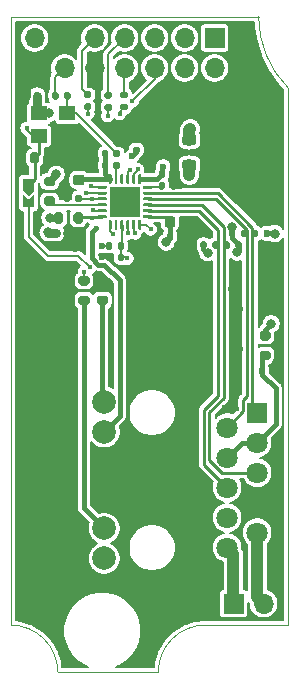
<source format=gbr>
%TF.GenerationSoftware,KiCad,Pcbnew,(5.1.8-0-10_14)*%
%TF.CreationDate,2020-11-27T10:39:21+01:00*%
%TF.ProjectId,SH-ESP32-Ethernet,53482d45-5350-4333-922d-45746865726e,0.1.0*%
%TF.SameCoordinates,Original*%
%TF.FileFunction,Copper,L1,Top*%
%TF.FilePolarity,Positive*%
%FSLAX46Y46*%
G04 Gerber Fmt 4.6, Leading zero omitted, Abs format (unit mm)*
G04 Created by KiCad (PCBNEW (5.1.8-0-10_14)) date 2020-11-27 10:39:21*
%MOMM*%
%LPD*%
G01*
G04 APERTURE LIST*
%TA.AperFunction,Profile*%
%ADD10C,0.050000*%
%TD*%
%TA.AperFunction,ComponentPad*%
%ADD11C,1.800000*%
%TD*%
%TA.AperFunction,ComponentPad*%
%ADD12C,3.000000*%
%TD*%
%TA.AperFunction,ComponentPad*%
%ADD13C,2.000000*%
%TD*%
%TA.AperFunction,ComponentPad*%
%ADD14R,1.800000X1.800000*%
%TD*%
%TA.AperFunction,ComponentPad*%
%ADD15O,1.700000X1.700000*%
%TD*%
%TA.AperFunction,ComponentPad*%
%ADD16R,1.700000X1.700000*%
%TD*%
%TA.AperFunction,SMDPad,CuDef*%
%ADD17R,1.400000X1.200000*%
%TD*%
%TA.AperFunction,SMDPad,CuDef*%
%ADD18C,0.100000*%
%TD*%
%TA.AperFunction,SMDPad,CuDef*%
%ADD19R,2.600000X2.600000*%
%TD*%
%TA.AperFunction,ViaPad*%
%ADD20C,0.600000*%
%TD*%
%TA.AperFunction,ViaPad*%
%ADD21C,0.800000*%
%TD*%
%TA.AperFunction,ViaPad*%
%ADD22C,0.450000*%
%TD*%
%TA.AperFunction,ViaPad*%
%ADD23C,1.000000*%
%TD*%
%TA.AperFunction,Conductor*%
%ADD24C,0.400000*%
%TD*%
%TA.AperFunction,Conductor*%
%ADD25C,0.200000*%
%TD*%
%TA.AperFunction,Conductor*%
%ADD26C,0.250000*%
%TD*%
%TA.AperFunction,Conductor*%
%ADD27C,0.800000*%
%TD*%
%TA.AperFunction,Conductor*%
%ADD28C,0.600000*%
%TD*%
%TA.AperFunction,Conductor*%
%ADD29C,1.000000*%
%TD*%
%TA.AperFunction,Conductor*%
%ADD30C,0.261112*%
%TD*%
%TA.AperFunction,Conductor*%
%ADD31C,0.100000*%
%TD*%
G04 APERTURE END LIST*
D10*
X165000000Y-108500000D02*
X172000000Y-108500000D01*
X161000000Y-112500000D02*
G75*
G02*
X165000000Y-108500000I4000000J0D01*
G01*
X148500000Y-108500000D02*
G75*
G02*
X152500000Y-112500000I0J-4000000D01*
G01*
X169500000Y-57000000D02*
X148500000Y-57000000D01*
X152500000Y-112500000D02*
X161000000Y-112499765D01*
X148500000Y-57000000D02*
X148500000Y-108500000D01*
X171989592Y-63010408D02*
X172000000Y-108500000D01*
X153000000Y-112500000D02*
X153000000Y-112500000D01*
X171989592Y-63010408D02*
G75*
G02*
X169500000Y-57000000I6010408J6010408D01*
G01*
D11*
%TO.P,J301,8*%
%TO.N,N/C*%
X166835000Y-99415000D03*
D12*
%TO.P,J301,15*%
%TO.N,GND*%
X163535000Y-103985000D03*
X163535000Y-88485000D03*
D13*
%TO.P,J301,14*%
%TO.N,VDDA*%
X156425000Y-102865000D03*
%TO.P,J301,13*%
%TO.N,/IOHeader/LED_R_AN*%
X156425000Y-100325000D03*
%TO.P,J301,12*%
%TO.N,/IOHeader/LED_Y_CA*%
X156425000Y-92145000D03*
D11*
%TO.P,J301,10*%
%TO.N,Net-(J301-Pad10)*%
X166835000Y-101955000D03*
%TO.P,J301,9*%
%TO.N,Net-(J301-Pad9)*%
X169375000Y-100685000D03*
%TO.P,J301,7*%
%TO.N,GND*%
X169375000Y-98145000D03*
%TO.P,J301,6*%
%TO.N,/IOHeader/TX-*%
X166835000Y-96875000D03*
%TO.P,J301,5*%
%TO.N,/IOHeader/TX+*%
X169375000Y-95605000D03*
%TO.P,J301,4*%
%TO.N,Net-(C308-Pad2)*%
X166835000Y-94335000D03*
%TO.P,J301,3*%
X169375000Y-93065000D03*
%TO.P,J301,2*%
%TO.N,/IOHeader/RX-*%
X166835000Y-91795000D03*
D13*
%TO.P,J301,11*%
%TO.N,/IOHeader/LED_Y_AN*%
X156425000Y-89605000D03*
D14*
%TO.P,J301,1*%
%TO.N,/IOHeader/RX+*%
X169375000Y-90525000D03*
%TD*%
D15*
%TO.P,J303,2*%
%TO.N,Net-(J301-Pad9)*%
X169920000Y-106690000D03*
D16*
%TO.P,J303,1*%
%TO.N,Net-(J301-Pad10)*%
X167380000Y-106690000D03*
%TD*%
%TO.P,C305,2*%
%TO.N,VDDA*%
%TA.AperFunction,SMDPad,CuDef*%
G36*
G01*
X161590000Y-70150000D02*
X161590000Y-70490000D01*
G75*
G02*
X161450000Y-70630000I-140000J0D01*
G01*
X161170000Y-70630000D01*
G75*
G02*
X161030000Y-70490000I0J140000D01*
G01*
X161030000Y-70150000D01*
G75*
G02*
X161170000Y-70010000I140000J0D01*
G01*
X161450000Y-70010000D01*
G75*
G02*
X161590000Y-70150000I0J-140000D01*
G01*
G37*
%TD.AperFunction*%
%TO.P,C305,1*%
%TO.N,GND*%
%TA.AperFunction,SMDPad,CuDef*%
G36*
G01*
X162550000Y-70150000D02*
X162550000Y-70490000D01*
G75*
G02*
X162410000Y-70630000I-140000J0D01*
G01*
X162130000Y-70630000D01*
G75*
G02*
X161990000Y-70490000I0J140000D01*
G01*
X161990000Y-70150000D01*
G75*
G02*
X162130000Y-70010000I140000J0D01*
G01*
X162410000Y-70010000D01*
G75*
G02*
X162550000Y-70150000I0J-140000D01*
G01*
G37*
%TD.AperFunction*%
%TD*%
D17*
%TO.P,X301,4*%
%TO.N,+3V3*%
X150900000Y-65180000D03*
%TO.P,X301,3*%
%TO.N,Net-(R307-Pad2)*%
X153300000Y-65180000D03*
%TO.P,X301,2*%
%TO.N,GND*%
X153300000Y-67080000D03*
%TO.P,X301,1*%
%TO.N,/IOHeader/PHY_RESET_N*%
X150900000Y-67080000D03*
%TD*%
%TO.P,R306,2*%
%TO.N,/IOHeader/RMI_CRS_DV*%
%TA.AperFunction,SMDPad,CuDef*%
G36*
G01*
X155215000Y-63860000D02*
X154845000Y-63860000D01*
G75*
G02*
X154710000Y-63725000I0J135000D01*
G01*
X154710000Y-63455000D01*
G75*
G02*
X154845000Y-63320000I135000J0D01*
G01*
X155215000Y-63320000D01*
G75*
G02*
X155350000Y-63455000I0J-135000D01*
G01*
X155350000Y-63725000D01*
G75*
G02*
X155215000Y-63860000I-135000J0D01*
G01*
G37*
%TD.AperFunction*%
%TO.P,R306,1*%
%TO.N,Net-(R306-Pad1)*%
%TA.AperFunction,SMDPad,CuDef*%
G36*
G01*
X155215000Y-64880000D02*
X154845000Y-64880000D01*
G75*
G02*
X154710000Y-64745000I0J135000D01*
G01*
X154710000Y-64475000D01*
G75*
G02*
X154845000Y-64340000I135000J0D01*
G01*
X155215000Y-64340000D01*
G75*
G02*
X155350000Y-64475000I0J-135000D01*
G01*
X155350000Y-64745000D01*
G75*
G02*
X155215000Y-64880000I-135000J0D01*
G01*
G37*
%TD.AperFunction*%
%TD*%
%TO.P,R308,2*%
%TO.N,Net-(R307-Pad2)*%
%TA.AperFunction,SMDPad,CuDef*%
G36*
G01*
X153040000Y-63885000D02*
X153040000Y-63515000D01*
G75*
G02*
X153175000Y-63380000I135000J0D01*
G01*
X153445000Y-63380000D01*
G75*
G02*
X153580000Y-63515000I0J-135000D01*
G01*
X153580000Y-63885000D01*
G75*
G02*
X153445000Y-64020000I-135000J0D01*
G01*
X153175000Y-64020000D01*
G75*
G02*
X153040000Y-63885000I0J135000D01*
G01*
G37*
%TD.AperFunction*%
%TO.P,R308,1*%
%TO.N,/IOHeader/PHY_CLK*%
%TA.AperFunction,SMDPad,CuDef*%
G36*
G01*
X152020000Y-63885000D02*
X152020000Y-63515000D01*
G75*
G02*
X152155000Y-63380000I135000J0D01*
G01*
X152425000Y-63380000D01*
G75*
G02*
X152560000Y-63515000I0J-135000D01*
G01*
X152560000Y-63885000D01*
G75*
G02*
X152425000Y-64020000I-135000J0D01*
G01*
X152155000Y-64020000D01*
G75*
G02*
X152020000Y-63885000I0J135000D01*
G01*
G37*
%TD.AperFunction*%
%TD*%
%TO.P,R307,2*%
%TO.N,Net-(R307-Pad2)*%
%TA.AperFunction,SMDPad,CuDef*%
G36*
G01*
X157655000Y-68850000D02*
X157285000Y-68850000D01*
G75*
G02*
X157150000Y-68715000I0J135000D01*
G01*
X157150000Y-68445000D01*
G75*
G02*
X157285000Y-68310000I135000J0D01*
G01*
X157655000Y-68310000D01*
G75*
G02*
X157790000Y-68445000I0J-135000D01*
G01*
X157790000Y-68715000D01*
G75*
G02*
X157655000Y-68850000I-135000J0D01*
G01*
G37*
%TD.AperFunction*%
%TO.P,R307,1*%
%TO.N,/IOHeader/CLKIN*%
%TA.AperFunction,SMDPad,CuDef*%
G36*
G01*
X157655000Y-69870000D02*
X157285000Y-69870000D01*
G75*
G02*
X157150000Y-69735000I0J135000D01*
G01*
X157150000Y-69465000D01*
G75*
G02*
X157285000Y-69330000I135000J0D01*
G01*
X157655000Y-69330000D01*
G75*
G02*
X157790000Y-69465000I0J-135000D01*
G01*
X157790000Y-69735000D01*
G75*
G02*
X157655000Y-69870000I-135000J0D01*
G01*
G37*
%TD.AperFunction*%
%TD*%
%TO.P,R305,2*%
%TO.N,/IOHeader/RMII_RXD1*%
%TA.AperFunction,SMDPad,CuDef*%
G36*
G01*
X156955000Y-63920000D02*
X156585000Y-63920000D01*
G75*
G02*
X156450000Y-63785000I0J135000D01*
G01*
X156450000Y-63515000D01*
G75*
G02*
X156585000Y-63380000I135000J0D01*
G01*
X156955000Y-63380000D01*
G75*
G02*
X157090000Y-63515000I0J-135000D01*
G01*
X157090000Y-63785000D01*
G75*
G02*
X156955000Y-63920000I-135000J0D01*
G01*
G37*
%TD.AperFunction*%
%TO.P,R305,1*%
%TO.N,Net-(R305-Pad1)*%
%TA.AperFunction,SMDPad,CuDef*%
G36*
G01*
X156955000Y-64940000D02*
X156585000Y-64940000D01*
G75*
G02*
X156450000Y-64805000I0J135000D01*
G01*
X156450000Y-64535000D01*
G75*
G02*
X156585000Y-64400000I135000J0D01*
G01*
X156955000Y-64400000D01*
G75*
G02*
X157090000Y-64535000I0J-135000D01*
G01*
X157090000Y-64805000D01*
G75*
G02*
X156955000Y-64940000I-135000J0D01*
G01*
G37*
%TD.AperFunction*%
%TD*%
%TO.P,R304,2*%
%TO.N,/IOHeader/RMII_RXD0*%
%TA.AperFunction,SMDPad,CuDef*%
G36*
G01*
X158305000Y-63900000D02*
X157935000Y-63900000D01*
G75*
G02*
X157800000Y-63765000I0J135000D01*
G01*
X157800000Y-63495000D01*
G75*
G02*
X157935000Y-63360000I135000J0D01*
G01*
X158305000Y-63360000D01*
G75*
G02*
X158440000Y-63495000I0J-135000D01*
G01*
X158440000Y-63765000D01*
G75*
G02*
X158305000Y-63900000I-135000J0D01*
G01*
G37*
%TD.AperFunction*%
%TO.P,R304,1*%
%TO.N,Net-(R304-Pad1)*%
%TA.AperFunction,SMDPad,CuDef*%
G36*
G01*
X158305000Y-64920000D02*
X157935000Y-64920000D01*
G75*
G02*
X157800000Y-64785000I0J135000D01*
G01*
X157800000Y-64515000D01*
G75*
G02*
X157935000Y-64380000I135000J0D01*
G01*
X158305000Y-64380000D01*
G75*
G02*
X158440000Y-64515000I0J-135000D01*
G01*
X158440000Y-64785000D01*
G75*
G02*
X158305000Y-64920000I-135000J0D01*
G01*
G37*
%TD.AperFunction*%
%TD*%
%TO.P,C307,2*%
%TO.N,VDDA*%
%TA.AperFunction,SMDPad,CuDef*%
G36*
G01*
X162280000Y-75430000D02*
X162280000Y-75770000D01*
G75*
G02*
X162140000Y-75910000I-140000J0D01*
G01*
X161860000Y-75910000D01*
G75*
G02*
X161720000Y-75770000I0J140000D01*
G01*
X161720000Y-75430000D01*
G75*
G02*
X161860000Y-75290000I140000J0D01*
G01*
X162140000Y-75290000D01*
G75*
G02*
X162280000Y-75430000I0J-140000D01*
G01*
G37*
%TD.AperFunction*%
%TO.P,C307,1*%
%TO.N,GND*%
%TA.AperFunction,SMDPad,CuDef*%
G36*
G01*
X163240000Y-75430000D02*
X163240000Y-75770000D01*
G75*
G02*
X163100000Y-75910000I-140000J0D01*
G01*
X162820000Y-75910000D01*
G75*
G02*
X162680000Y-75770000I0J140000D01*
G01*
X162680000Y-75430000D01*
G75*
G02*
X162820000Y-75290000I140000J0D01*
G01*
X163100000Y-75290000D01*
G75*
G02*
X163240000Y-75430000I0J-140000D01*
G01*
G37*
%TD.AperFunction*%
%TD*%
%TA.AperFunction,SMDPad,CuDef*%
D18*
%TO.P,JP301,2*%
%TO.N,/IOHeader/nRST*%
G36*
X149520000Y-73140000D02*
G01*
X149520000Y-71990000D01*
X150020000Y-72490000D01*
X150520000Y-71990000D01*
X150520000Y-73140000D01*
X149520000Y-73140000D01*
G37*
%TD.AperFunction*%
%TA.AperFunction,SMDPad,CuDef*%
%TO.P,JP301,1*%
%TO.N,/IOHeader/PHY_RESET_N*%
G36*
X150020000Y-72215000D02*
G01*
X149520000Y-71715000D01*
X149520000Y-70715000D01*
X150520000Y-70715000D01*
X150520000Y-71715000D01*
X150020000Y-72215000D01*
G37*
%TD.AperFunction*%
%TD*%
%TO.P,R317,2*%
%TO.N,/IOHeader/nINTSEL-LED2*%
%TA.AperFunction,SMDPad,CuDef*%
G36*
G01*
X154985000Y-79755000D02*
X154435000Y-79755000D01*
G75*
G02*
X154235000Y-79555000I0J200000D01*
G01*
X154235000Y-79155000D01*
G75*
G02*
X154435000Y-78955000I200000J0D01*
G01*
X154985000Y-78955000D01*
G75*
G02*
X155185000Y-79155000I0J-200000D01*
G01*
X155185000Y-79555000D01*
G75*
G02*
X154985000Y-79755000I-200000J0D01*
G01*
G37*
%TD.AperFunction*%
%TO.P,R317,1*%
%TO.N,/IOHeader/LED_R_AN*%
%TA.AperFunction,SMDPad,CuDef*%
G36*
G01*
X154985000Y-81405000D02*
X154435000Y-81405000D01*
G75*
G02*
X154235000Y-81205000I0J200000D01*
G01*
X154235000Y-80805000D01*
G75*
G02*
X154435000Y-80605000I200000J0D01*
G01*
X154985000Y-80605000D01*
G75*
G02*
X155185000Y-80805000I0J-200000D01*
G01*
X155185000Y-81205000D01*
G75*
G02*
X154985000Y-81405000I-200000J0D01*
G01*
G37*
%TD.AperFunction*%
%TD*%
%TO.P,R316,2*%
%TO.N,GND*%
%TA.AperFunction,SMDPad,CuDef*%
G36*
G01*
X156545000Y-79755000D02*
X155995000Y-79755000D01*
G75*
G02*
X155795000Y-79555000I0J200000D01*
G01*
X155795000Y-79155000D01*
G75*
G02*
X155995000Y-78955000I200000J0D01*
G01*
X156545000Y-78955000D01*
G75*
G02*
X156745000Y-79155000I0J-200000D01*
G01*
X156745000Y-79555000D01*
G75*
G02*
X156545000Y-79755000I-200000J0D01*
G01*
G37*
%TD.AperFunction*%
%TO.P,R316,1*%
%TO.N,/IOHeader/LED_Y_AN*%
%TA.AperFunction,SMDPad,CuDef*%
G36*
G01*
X156545000Y-81405000D02*
X155995000Y-81405000D01*
G75*
G02*
X155795000Y-81205000I0J200000D01*
G01*
X155795000Y-80805000D01*
G75*
G02*
X155995000Y-80605000I200000J0D01*
G01*
X156545000Y-80605000D01*
G75*
G02*
X156745000Y-80805000I0J-200000D01*
G01*
X156745000Y-81205000D01*
G75*
G02*
X156545000Y-81405000I-200000J0D01*
G01*
G37*
%TD.AperFunction*%
%TD*%
%TO.P,R315,2*%
%TO.N,VDDA*%
%TA.AperFunction,SMDPad,CuDef*%
G36*
G01*
X170325000Y-84415000D02*
X169775000Y-84415000D01*
G75*
G02*
X169575000Y-84215000I0J200000D01*
G01*
X169575000Y-83815000D01*
G75*
G02*
X169775000Y-83615000I200000J0D01*
G01*
X170325000Y-83615000D01*
G75*
G02*
X170525000Y-83815000I0J-200000D01*
G01*
X170525000Y-84215000D01*
G75*
G02*
X170325000Y-84415000I-200000J0D01*
G01*
G37*
%TD.AperFunction*%
%TO.P,R315,1*%
%TO.N,Net-(C308-Pad2)*%
%TA.AperFunction,SMDPad,CuDef*%
G36*
G01*
X170325000Y-86065000D02*
X169775000Y-86065000D01*
G75*
G02*
X169575000Y-85865000I0J200000D01*
G01*
X169575000Y-85465000D01*
G75*
G02*
X169775000Y-85265000I200000J0D01*
G01*
X170325000Y-85265000D01*
G75*
G02*
X170525000Y-85465000I0J-200000D01*
G01*
X170525000Y-85865000D01*
G75*
G02*
X170325000Y-86065000I-200000J0D01*
G01*
G37*
%TD.AperFunction*%
%TD*%
%TO.P,R314,2*%
%TO.N,/IOHeader/RX-*%
%TA.AperFunction,SMDPad,CuDef*%
G36*
G01*
X168000000Y-75525000D02*
X168000000Y-75155000D01*
G75*
G02*
X168135000Y-75020000I135000J0D01*
G01*
X168405000Y-75020000D01*
G75*
G02*
X168540000Y-75155000I0J-135000D01*
G01*
X168540000Y-75525000D01*
G75*
G02*
X168405000Y-75660000I-135000J0D01*
G01*
X168135000Y-75660000D01*
G75*
G02*
X168000000Y-75525000I0J135000D01*
G01*
G37*
%TD.AperFunction*%
%TO.P,R314,1*%
%TO.N,VDDA*%
%TA.AperFunction,SMDPad,CuDef*%
G36*
G01*
X166980000Y-75525000D02*
X166980000Y-75155000D01*
G75*
G02*
X167115000Y-75020000I135000J0D01*
G01*
X167385000Y-75020000D01*
G75*
G02*
X167520000Y-75155000I0J-135000D01*
G01*
X167520000Y-75525000D01*
G75*
G02*
X167385000Y-75660000I-135000J0D01*
G01*
X167115000Y-75660000D01*
G75*
G02*
X166980000Y-75525000I0J135000D01*
G01*
G37*
%TD.AperFunction*%
%TD*%
%TO.P,R313,2*%
%TO.N,GND*%
%TA.AperFunction,SMDPad,CuDef*%
G36*
G01*
X162050000Y-71495000D02*
X162050000Y-71125000D01*
G75*
G02*
X162185000Y-70990000I135000J0D01*
G01*
X162455000Y-70990000D01*
G75*
G02*
X162590000Y-71125000I0J-135000D01*
G01*
X162590000Y-71495000D01*
G75*
G02*
X162455000Y-71630000I-135000J0D01*
G01*
X162185000Y-71630000D01*
G75*
G02*
X162050000Y-71495000I0J135000D01*
G01*
G37*
%TD.AperFunction*%
%TO.P,R313,1*%
%TO.N,Net-(R313-Pad1)*%
%TA.AperFunction,SMDPad,CuDef*%
G36*
G01*
X161030000Y-71495000D02*
X161030000Y-71125000D01*
G75*
G02*
X161165000Y-70990000I135000J0D01*
G01*
X161435000Y-70990000D01*
G75*
G02*
X161570000Y-71125000I0J-135000D01*
G01*
X161570000Y-71495000D01*
G75*
G02*
X161435000Y-71630000I-135000J0D01*
G01*
X161165000Y-71630000D01*
G75*
G02*
X161030000Y-71495000I0J135000D01*
G01*
G37*
%TD.AperFunction*%
%TD*%
%TO.P,R312,2*%
%TO.N,/IOHeader/RX+*%
%TA.AperFunction,SMDPad,CuDef*%
G36*
G01*
X169440000Y-75155000D02*
X169440000Y-75525000D01*
G75*
G02*
X169305000Y-75660000I-135000J0D01*
G01*
X169035000Y-75660000D01*
G75*
G02*
X168900000Y-75525000I0J135000D01*
G01*
X168900000Y-75155000D01*
G75*
G02*
X169035000Y-75020000I135000J0D01*
G01*
X169305000Y-75020000D01*
G75*
G02*
X169440000Y-75155000I0J-135000D01*
G01*
G37*
%TD.AperFunction*%
%TO.P,R312,1*%
%TO.N,VDDA*%
%TA.AperFunction,SMDPad,CuDef*%
G36*
G01*
X170460000Y-75155000D02*
X170460000Y-75525000D01*
G75*
G02*
X170325000Y-75660000I-135000J0D01*
G01*
X170055000Y-75660000D01*
G75*
G02*
X169920000Y-75525000I0J135000D01*
G01*
X169920000Y-75155000D01*
G75*
G02*
X170055000Y-75020000I135000J0D01*
G01*
X170325000Y-75020000D01*
G75*
G02*
X170460000Y-75155000I0J-135000D01*
G01*
G37*
%TD.AperFunction*%
%TD*%
%TO.P,R311,2*%
%TO.N,/IOHeader/TX-*%
%TA.AperFunction,SMDPad,CuDef*%
G36*
G01*
X165580000Y-76505000D02*
X165580000Y-76135000D01*
G75*
G02*
X165715000Y-76000000I135000J0D01*
G01*
X165985000Y-76000000D01*
G75*
G02*
X166120000Y-76135000I0J-135000D01*
G01*
X166120000Y-76505000D01*
G75*
G02*
X165985000Y-76640000I-135000J0D01*
G01*
X165715000Y-76640000D01*
G75*
G02*
X165580000Y-76505000I0J135000D01*
G01*
G37*
%TD.AperFunction*%
%TO.P,R311,1*%
%TO.N,VDDA*%
%TA.AperFunction,SMDPad,CuDef*%
G36*
G01*
X164560000Y-76505000D02*
X164560000Y-76135000D01*
G75*
G02*
X164695000Y-76000000I135000J0D01*
G01*
X164965000Y-76000000D01*
G75*
G02*
X165100000Y-76135000I0J-135000D01*
G01*
X165100000Y-76505000D01*
G75*
G02*
X164965000Y-76640000I-135000J0D01*
G01*
X164695000Y-76640000D01*
G75*
G02*
X164560000Y-76505000I0J135000D01*
G01*
G37*
%TD.AperFunction*%
%TD*%
%TO.P,R310,2*%
%TO.N,/IOHeader/TX+*%
%TA.AperFunction,SMDPad,CuDef*%
G36*
G01*
X167060000Y-76145000D02*
X167060000Y-76515000D01*
G75*
G02*
X166925000Y-76650000I-135000J0D01*
G01*
X166655000Y-76650000D01*
G75*
G02*
X166520000Y-76515000I0J135000D01*
G01*
X166520000Y-76145000D01*
G75*
G02*
X166655000Y-76010000I135000J0D01*
G01*
X166925000Y-76010000D01*
G75*
G02*
X167060000Y-76145000I0J-135000D01*
G01*
G37*
%TD.AperFunction*%
%TO.P,R310,1*%
%TO.N,VDDA*%
%TA.AperFunction,SMDPad,CuDef*%
G36*
G01*
X168080000Y-76145000D02*
X168080000Y-76515000D01*
G75*
G02*
X167945000Y-76650000I-135000J0D01*
G01*
X167675000Y-76650000D01*
G75*
G02*
X167540000Y-76515000I0J135000D01*
G01*
X167540000Y-76145000D01*
G75*
G02*
X167675000Y-76010000I135000J0D01*
G01*
X167945000Y-76010000D01*
G75*
G02*
X168080000Y-76145000I0J-135000D01*
G01*
G37*
%TD.AperFunction*%
%TD*%
%TO.P,R309,2*%
%TO.N,+3V3*%
%TA.AperFunction,SMDPad,CuDef*%
G36*
G01*
X157110000Y-76205000D02*
X157110000Y-76575000D01*
G75*
G02*
X156975000Y-76710000I-135000J0D01*
G01*
X156705000Y-76710000D01*
G75*
G02*
X156570000Y-76575000I0J135000D01*
G01*
X156570000Y-76205000D01*
G75*
G02*
X156705000Y-76070000I135000J0D01*
G01*
X156975000Y-76070000D01*
G75*
G02*
X157110000Y-76205000I0J-135000D01*
G01*
G37*
%TD.AperFunction*%
%TO.P,R309,1*%
%TO.N,/IOHeader/nRST*%
%TA.AperFunction,SMDPad,CuDef*%
G36*
G01*
X158130000Y-76205000D02*
X158130000Y-76575000D01*
G75*
G02*
X157995000Y-76710000I-135000J0D01*
G01*
X157725000Y-76710000D01*
G75*
G02*
X157590000Y-76575000I0J135000D01*
G01*
X157590000Y-76205000D01*
G75*
G02*
X157725000Y-76070000I135000J0D01*
G01*
X157995000Y-76070000D01*
G75*
G02*
X158130000Y-76205000I0J-135000D01*
G01*
G37*
%TD.AperFunction*%
%TD*%
%TO.P,R303,2*%
%TO.N,GND*%
%TA.AperFunction,SMDPad,CuDef*%
G36*
G01*
X151785000Y-69215000D02*
X151785000Y-68665000D01*
G75*
G02*
X151985000Y-68465000I200000J0D01*
G01*
X152385000Y-68465000D01*
G75*
G02*
X152585000Y-68665000I0J-200000D01*
G01*
X152585000Y-69215000D01*
G75*
G02*
X152385000Y-69415000I-200000J0D01*
G01*
X151985000Y-69415000D01*
G75*
G02*
X151785000Y-69215000I0J200000D01*
G01*
G37*
%TD.AperFunction*%
%TO.P,R303,1*%
%TO.N,/IOHeader/PHY_RESET_N*%
%TA.AperFunction,SMDPad,CuDef*%
G36*
G01*
X150135000Y-69215000D02*
X150135000Y-68665000D01*
G75*
G02*
X150335000Y-68465000I200000J0D01*
G01*
X150735000Y-68465000D01*
G75*
G02*
X150935000Y-68665000I0J-200000D01*
G01*
X150935000Y-69215000D01*
G75*
G02*
X150735000Y-69415000I-200000J0D01*
G01*
X150335000Y-69415000D01*
G75*
G02*
X150135000Y-69215000I0J200000D01*
G01*
G37*
%TD.AperFunction*%
%TD*%
%TO.P,R302,2*%
%TO.N,Net-(R302-Pad2)*%
%TA.AperFunction,SMDPad,CuDef*%
G36*
G01*
X151525000Y-72195000D02*
X152075000Y-72195000D01*
G75*
G02*
X152275000Y-72395000I0J-200000D01*
G01*
X152275000Y-72795000D01*
G75*
G02*
X152075000Y-72995000I-200000J0D01*
G01*
X151525000Y-72995000D01*
G75*
G02*
X151325000Y-72795000I0J200000D01*
G01*
X151325000Y-72395000D01*
G75*
G02*
X151525000Y-72195000I200000J0D01*
G01*
G37*
%TD.AperFunction*%
%TO.P,R302,1*%
%TO.N,+3V3*%
%TA.AperFunction,SMDPad,CuDef*%
G36*
G01*
X151525000Y-70545000D02*
X152075000Y-70545000D01*
G75*
G02*
X152275000Y-70745000I0J-200000D01*
G01*
X152275000Y-71145000D01*
G75*
G02*
X152075000Y-71345000I-200000J0D01*
G01*
X151525000Y-71345000D01*
G75*
G02*
X151325000Y-71145000I0J200000D01*
G01*
X151325000Y-70745000D01*
G75*
G02*
X151525000Y-70545000I200000J0D01*
G01*
G37*
%TD.AperFunction*%
%TD*%
%TO.P,R301,2*%
%TO.N,/IOHeader/PHY_MDIO*%
%TA.AperFunction,SMDPad,CuDef*%
G36*
G01*
X153825000Y-74305000D02*
X153825000Y-73755000D01*
G75*
G02*
X154025000Y-73555000I200000J0D01*
G01*
X154425000Y-73555000D01*
G75*
G02*
X154625000Y-73755000I0J-200000D01*
G01*
X154625000Y-74305000D01*
G75*
G02*
X154425000Y-74505000I-200000J0D01*
G01*
X154025000Y-74505000D01*
G75*
G02*
X153825000Y-74305000I0J200000D01*
G01*
G37*
%TD.AperFunction*%
%TO.P,R301,1*%
%TO.N,+3V3*%
%TA.AperFunction,SMDPad,CuDef*%
G36*
G01*
X152175000Y-74305000D02*
X152175000Y-73755000D01*
G75*
G02*
X152375000Y-73555000I200000J0D01*
G01*
X152775000Y-73555000D01*
G75*
G02*
X152975000Y-73755000I0J-200000D01*
G01*
X152975000Y-74305000D01*
G75*
G02*
X152775000Y-74505000I-200000J0D01*
G01*
X152375000Y-74505000D01*
G75*
G02*
X152175000Y-74305000I0J200000D01*
G01*
G37*
%TD.AperFunction*%
%TD*%
D15*
%TO.P,J302,14*%
%TO.N,GND*%
X150540000Y-61340000D03*
%TO.P,J302,13*%
%TO.N,+3V3*%
X150540000Y-58800000D03*
%TO.P,J302,12*%
%TO.N,/IOHeader/PHY_CLK*%
X153080000Y-61340000D03*
%TO.P,J302,11*%
%TO.N,GND*%
X153080000Y-58800000D03*
%TO.P,J302,10*%
X155620000Y-61340000D03*
%TO.P,J302,9*%
%TO.N,/IOHeader/RMI_CRS_DV*%
X155620000Y-58800000D03*
%TO.P,J302,8*%
%TO.N,/IOHeader/RMII_RXD0*%
X158160000Y-61340000D03*
%TO.P,J302,7*%
%TO.N,/IOHeader/RMII_RXD1*%
X158160000Y-58800000D03*
%TO.P,J302,6*%
%TO.N,/IOHeader/PHY_RESET_N*%
X160700000Y-61340000D03*
%TO.P,J302,5*%
%TO.N,/IOHeader/PHY_MDIO*%
X160700000Y-58800000D03*
%TO.P,J302,4*%
%TO.N,/IOHeader/RMII_TXD0*%
X163240000Y-61340000D03*
%TO.P,J302,3*%
%TO.N,/IOHeader/RMII_EN*%
X163240000Y-58800000D03*
%TO.P,J302,2*%
%TO.N,/IOHeader/RMII_TXD1*%
X165780000Y-61340000D03*
D16*
%TO.P,J302,1*%
%TO.N,/IOHeader/PHY_MDC*%
X165780000Y-58800000D03*
%TD*%
%TO.P,FB301,2*%
%TO.N,+3V3*%
%TA.AperFunction,SMDPad,CuDef*%
G36*
G01*
X164021250Y-67865000D02*
X163258750Y-67865000D01*
G75*
G02*
X163040000Y-67646250I0J218750D01*
G01*
X163040000Y-67208750D01*
G75*
G02*
X163258750Y-66990000I218750J0D01*
G01*
X164021250Y-66990000D01*
G75*
G02*
X164240000Y-67208750I0J-218750D01*
G01*
X164240000Y-67646250D01*
G75*
G02*
X164021250Y-67865000I-218750J0D01*
G01*
G37*
%TD.AperFunction*%
%TO.P,FB301,1*%
%TO.N,VDDA*%
%TA.AperFunction,SMDPad,CuDef*%
G36*
G01*
X164021250Y-69990000D02*
X163258750Y-69990000D01*
G75*
G02*
X163040000Y-69771250I0J218750D01*
G01*
X163040000Y-69333750D01*
G75*
G02*
X163258750Y-69115000I218750J0D01*
G01*
X164021250Y-69115000D01*
G75*
G02*
X164240000Y-69333750I0J-218750D01*
G01*
X164240000Y-69771250D01*
G75*
G02*
X164021250Y-69990000I-218750J0D01*
G01*
G37*
%TD.AperFunction*%
%TD*%
%TO.P,C308,2*%
%TO.N,Net-(C308-Pad2)*%
%TA.AperFunction,SMDPad,CuDef*%
G36*
G01*
X170070000Y-86830000D02*
X170070000Y-87170000D01*
G75*
G02*
X169930000Y-87310000I-140000J0D01*
G01*
X169650000Y-87310000D01*
G75*
G02*
X169510000Y-87170000I0J140000D01*
G01*
X169510000Y-86830000D01*
G75*
G02*
X169650000Y-86690000I140000J0D01*
G01*
X169930000Y-86690000D01*
G75*
G02*
X170070000Y-86830000I0J-140000D01*
G01*
G37*
%TD.AperFunction*%
%TO.P,C308,1*%
%TO.N,GND*%
%TA.AperFunction,SMDPad,CuDef*%
G36*
G01*
X171030000Y-86830000D02*
X171030000Y-87170000D01*
G75*
G02*
X170890000Y-87310000I-140000J0D01*
G01*
X170610000Y-87310000D01*
G75*
G02*
X170470000Y-87170000I0J140000D01*
G01*
X170470000Y-86830000D01*
G75*
G02*
X170610000Y-86690000I140000J0D01*
G01*
X170890000Y-86690000D01*
G75*
G02*
X171030000Y-86830000I0J-140000D01*
G01*
G37*
%TD.AperFunction*%
%TD*%
%TO.P,C306,2*%
%TO.N,GND*%
%TA.AperFunction,SMDPad,CuDef*%
G36*
G01*
X157170000Y-77210000D02*
X157170000Y-77550000D01*
G75*
G02*
X157030000Y-77690000I-140000J0D01*
G01*
X156750000Y-77690000D01*
G75*
G02*
X156610000Y-77550000I0J140000D01*
G01*
X156610000Y-77210000D01*
G75*
G02*
X156750000Y-77070000I140000J0D01*
G01*
X157030000Y-77070000D01*
G75*
G02*
X157170000Y-77210000I0J-140000D01*
G01*
G37*
%TD.AperFunction*%
%TO.P,C306,1*%
%TO.N,/IOHeader/nRST*%
%TA.AperFunction,SMDPad,CuDef*%
G36*
G01*
X158130000Y-77210000D02*
X158130000Y-77550000D01*
G75*
G02*
X157990000Y-77690000I-140000J0D01*
G01*
X157710000Y-77690000D01*
G75*
G02*
X157570000Y-77550000I0J140000D01*
G01*
X157570000Y-77210000D01*
G75*
G02*
X157710000Y-77070000I140000J0D01*
G01*
X157990000Y-77070000D01*
G75*
G02*
X158130000Y-77210000I0J-140000D01*
G01*
G37*
%TD.AperFunction*%
%TD*%
%TO.P,C304,2*%
%TO.N,VDDA*%
%TA.AperFunction,SMDPad,CuDef*%
G36*
G01*
X162445000Y-74130000D02*
X162445000Y-74630000D01*
G75*
G02*
X162220000Y-74855000I-225000J0D01*
G01*
X161770000Y-74855000D01*
G75*
G02*
X161545000Y-74630000I0J225000D01*
G01*
X161545000Y-74130000D01*
G75*
G02*
X161770000Y-73905000I225000J0D01*
G01*
X162220000Y-73905000D01*
G75*
G02*
X162445000Y-74130000I0J-225000D01*
G01*
G37*
%TD.AperFunction*%
%TO.P,C304,1*%
%TO.N,GND*%
%TA.AperFunction,SMDPad,CuDef*%
G36*
G01*
X163995000Y-74130000D02*
X163995000Y-74630000D01*
G75*
G02*
X163770000Y-74855000I-225000J0D01*
G01*
X163320000Y-74855000D01*
G75*
G02*
X163095000Y-74630000I0J225000D01*
G01*
X163095000Y-74130000D01*
G75*
G02*
X163320000Y-73905000I225000J0D01*
G01*
X163770000Y-73905000D01*
G75*
G02*
X163995000Y-74130000I0J-225000D01*
G01*
G37*
%TD.AperFunction*%
%TD*%
%TO.P,C303,2*%
%TO.N,/IOHeader/VDDCR*%
%TA.AperFunction,SMDPad,CuDef*%
G36*
G01*
X154020000Y-70365000D02*
X154520000Y-70365000D01*
G75*
G02*
X154745000Y-70590000I0J-225000D01*
G01*
X154745000Y-71040000D01*
G75*
G02*
X154520000Y-71265000I-225000J0D01*
G01*
X154020000Y-71265000D01*
G75*
G02*
X153795000Y-71040000I0J225000D01*
G01*
X153795000Y-70590000D01*
G75*
G02*
X154020000Y-70365000I225000J0D01*
G01*
G37*
%TD.AperFunction*%
%TO.P,C303,1*%
%TO.N,GND*%
%TA.AperFunction,SMDPad,CuDef*%
G36*
G01*
X154020000Y-68815000D02*
X154520000Y-68815000D01*
G75*
G02*
X154745000Y-69040000I0J-225000D01*
G01*
X154745000Y-69490000D01*
G75*
G02*
X154520000Y-69715000I-225000J0D01*
G01*
X154020000Y-69715000D01*
G75*
G02*
X153795000Y-69490000I0J225000D01*
G01*
X153795000Y-69040000D01*
G75*
G02*
X154020000Y-68815000I225000J0D01*
G01*
G37*
%TD.AperFunction*%
%TD*%
%TO.P,C302,2*%
%TO.N,GND*%
%TA.AperFunction,SMDPad,CuDef*%
G36*
G01*
X155820000Y-69400000D02*
X155820000Y-69740000D01*
G75*
G02*
X155680000Y-69880000I-140000J0D01*
G01*
X155400000Y-69880000D01*
G75*
G02*
X155260000Y-69740000I0J140000D01*
G01*
X155260000Y-69400000D01*
G75*
G02*
X155400000Y-69260000I140000J0D01*
G01*
X155680000Y-69260000D01*
G75*
G02*
X155820000Y-69400000I0J-140000D01*
G01*
G37*
%TD.AperFunction*%
%TO.P,C302,1*%
%TO.N,/IOHeader/VDDCR*%
%TA.AperFunction,SMDPad,CuDef*%
G36*
G01*
X156780000Y-69400000D02*
X156780000Y-69740000D01*
G75*
G02*
X156640000Y-69880000I-140000J0D01*
G01*
X156360000Y-69880000D01*
G75*
G02*
X156220000Y-69740000I0J140000D01*
G01*
X156220000Y-69400000D01*
G75*
G02*
X156360000Y-69260000I140000J0D01*
G01*
X156640000Y-69260000D01*
G75*
G02*
X156780000Y-69400000I0J-140000D01*
G01*
G37*
%TD.AperFunction*%
%TD*%
%TO.P,C301,2*%
%TO.N,GND*%
%TA.AperFunction,SMDPad,CuDef*%
G36*
G01*
X155820000Y-68420000D02*
X155820000Y-68760000D01*
G75*
G02*
X155680000Y-68900000I-140000J0D01*
G01*
X155400000Y-68900000D01*
G75*
G02*
X155260000Y-68760000I0J140000D01*
G01*
X155260000Y-68420000D01*
G75*
G02*
X155400000Y-68280000I140000J0D01*
G01*
X155680000Y-68280000D01*
G75*
G02*
X155820000Y-68420000I0J-140000D01*
G01*
G37*
%TD.AperFunction*%
%TO.P,C301,1*%
%TO.N,/IOHeader/VDDCR*%
%TA.AperFunction,SMDPad,CuDef*%
G36*
G01*
X156780000Y-68420000D02*
X156780000Y-68760000D01*
G75*
G02*
X156640000Y-68900000I-140000J0D01*
G01*
X156360000Y-68900000D01*
G75*
G02*
X156220000Y-68760000I0J140000D01*
G01*
X156220000Y-68420000D01*
G75*
G02*
X156360000Y-68280000I140000J0D01*
G01*
X156640000Y-68280000D01*
G75*
G02*
X156780000Y-68420000I0J-140000D01*
G01*
G37*
%TD.AperFunction*%
%TD*%
D19*
%TO.P,U301,25*%
%TO.N,GND*%
X158175000Y-72675000D03*
%TO.P,U301,24*%
%TO.N,Net-(R313-Pad1)*%
%TA.AperFunction,SMDPad,CuDef*%
G36*
G01*
X159762500Y-71300000D02*
X160462500Y-71300000D01*
G75*
G02*
X160525000Y-71362500I0J-62500D01*
G01*
X160525000Y-71487500D01*
G75*
G02*
X160462500Y-71550000I-62500J0D01*
G01*
X159762500Y-71550000D01*
G75*
G02*
X159700000Y-71487500I0J62500D01*
G01*
X159700000Y-71362500D01*
G75*
G02*
X159762500Y-71300000I62500J0D01*
G01*
G37*
%TD.AperFunction*%
%TO.P,U301,23*%
%TO.N,/IOHeader/RX+*%
%TA.AperFunction,SMDPad,CuDef*%
G36*
G01*
X159762500Y-71800000D02*
X160462500Y-71800000D01*
G75*
G02*
X160525000Y-71862500I0J-62500D01*
G01*
X160525000Y-71987500D01*
G75*
G02*
X160462500Y-72050000I-62500J0D01*
G01*
X159762500Y-72050000D01*
G75*
G02*
X159700000Y-71987500I0J62500D01*
G01*
X159700000Y-71862500D01*
G75*
G02*
X159762500Y-71800000I62500J0D01*
G01*
G37*
%TD.AperFunction*%
%TO.P,U301,22*%
%TO.N,/IOHeader/RX-*%
%TA.AperFunction,SMDPad,CuDef*%
G36*
G01*
X159762500Y-72300000D02*
X160462500Y-72300000D01*
G75*
G02*
X160525000Y-72362500I0J-62500D01*
G01*
X160525000Y-72487500D01*
G75*
G02*
X160462500Y-72550000I-62500J0D01*
G01*
X159762500Y-72550000D01*
G75*
G02*
X159700000Y-72487500I0J62500D01*
G01*
X159700000Y-72362500D01*
G75*
G02*
X159762500Y-72300000I62500J0D01*
G01*
G37*
%TD.AperFunction*%
%TO.P,U301,21*%
%TO.N,/IOHeader/TX+*%
%TA.AperFunction,SMDPad,CuDef*%
G36*
G01*
X159762500Y-72800000D02*
X160462500Y-72800000D01*
G75*
G02*
X160525000Y-72862500I0J-62500D01*
G01*
X160525000Y-72987500D01*
G75*
G02*
X160462500Y-73050000I-62500J0D01*
G01*
X159762500Y-73050000D01*
G75*
G02*
X159700000Y-72987500I0J62500D01*
G01*
X159700000Y-72862500D01*
G75*
G02*
X159762500Y-72800000I62500J0D01*
G01*
G37*
%TD.AperFunction*%
%TO.P,U301,20*%
%TO.N,/IOHeader/TX-*%
%TA.AperFunction,SMDPad,CuDef*%
G36*
G01*
X159762500Y-73300000D02*
X160462500Y-73300000D01*
G75*
G02*
X160525000Y-73362500I0J-62500D01*
G01*
X160525000Y-73487500D01*
G75*
G02*
X160462500Y-73550000I-62500J0D01*
G01*
X159762500Y-73550000D01*
G75*
G02*
X159700000Y-73487500I0J62500D01*
G01*
X159700000Y-73362500D01*
G75*
G02*
X159762500Y-73300000I62500J0D01*
G01*
G37*
%TD.AperFunction*%
%TO.P,U301,19*%
%TO.N,VDDA*%
%TA.AperFunction,SMDPad,CuDef*%
G36*
G01*
X159762500Y-73800000D02*
X160462500Y-73800000D01*
G75*
G02*
X160525000Y-73862500I0J-62500D01*
G01*
X160525000Y-73987500D01*
G75*
G02*
X160462500Y-74050000I-62500J0D01*
G01*
X159762500Y-74050000D01*
G75*
G02*
X159700000Y-73987500I0J62500D01*
G01*
X159700000Y-73862500D01*
G75*
G02*
X159762500Y-73800000I62500J0D01*
G01*
G37*
%TD.AperFunction*%
%TO.P,U301,18*%
%TO.N,/IOHeader/RMII_TXD1*%
%TA.AperFunction,SMDPad,CuDef*%
G36*
G01*
X159362500Y-74200000D02*
X159487500Y-74200000D01*
G75*
G02*
X159550000Y-74262500I0J-62500D01*
G01*
X159550000Y-74962500D01*
G75*
G02*
X159487500Y-75025000I-62500J0D01*
G01*
X159362500Y-75025000D01*
G75*
G02*
X159300000Y-74962500I0J62500D01*
G01*
X159300000Y-74262500D01*
G75*
G02*
X159362500Y-74200000I62500J0D01*
G01*
G37*
%TD.AperFunction*%
%TO.P,U301,17*%
%TO.N,/IOHeader/RMII_TXD0*%
%TA.AperFunction,SMDPad,CuDef*%
G36*
G01*
X158862500Y-74200000D02*
X158987500Y-74200000D01*
G75*
G02*
X159050000Y-74262500I0J-62500D01*
G01*
X159050000Y-74962500D01*
G75*
G02*
X158987500Y-75025000I-62500J0D01*
G01*
X158862500Y-75025000D01*
G75*
G02*
X158800000Y-74962500I0J62500D01*
G01*
X158800000Y-74262500D01*
G75*
G02*
X158862500Y-74200000I62500J0D01*
G01*
G37*
%TD.AperFunction*%
%TO.P,U301,16*%
%TO.N,/IOHeader/RMII_EN*%
%TA.AperFunction,SMDPad,CuDef*%
G36*
G01*
X158362500Y-74200000D02*
X158487500Y-74200000D01*
G75*
G02*
X158550000Y-74262500I0J-62500D01*
G01*
X158550000Y-74962500D01*
G75*
G02*
X158487500Y-75025000I-62500J0D01*
G01*
X158362500Y-75025000D01*
G75*
G02*
X158300000Y-74962500I0J62500D01*
G01*
X158300000Y-74262500D01*
G75*
G02*
X158362500Y-74200000I62500J0D01*
G01*
G37*
%TD.AperFunction*%
%TO.P,U301,15*%
%TO.N,/IOHeader/nRST*%
%TA.AperFunction,SMDPad,CuDef*%
G36*
G01*
X157862500Y-74200000D02*
X157987500Y-74200000D01*
G75*
G02*
X158050000Y-74262500I0J-62500D01*
G01*
X158050000Y-74962500D01*
G75*
G02*
X157987500Y-75025000I-62500J0D01*
G01*
X157862500Y-75025000D01*
G75*
G02*
X157800000Y-74962500I0J62500D01*
G01*
X157800000Y-74262500D01*
G75*
G02*
X157862500Y-74200000I62500J0D01*
G01*
G37*
%TD.AperFunction*%
%TO.P,U301,14*%
%TO.N,N/C*%
%TA.AperFunction,SMDPad,CuDef*%
G36*
G01*
X157362500Y-74200000D02*
X157487500Y-74200000D01*
G75*
G02*
X157550000Y-74262500I0J-62500D01*
G01*
X157550000Y-74962500D01*
G75*
G02*
X157487500Y-75025000I-62500J0D01*
G01*
X157362500Y-75025000D01*
G75*
G02*
X157300000Y-74962500I0J62500D01*
G01*
X157300000Y-74262500D01*
G75*
G02*
X157362500Y-74200000I62500J0D01*
G01*
G37*
%TD.AperFunction*%
%TO.P,U301,13*%
%TO.N,/IOHeader/PHY_MDC*%
%TA.AperFunction,SMDPad,CuDef*%
G36*
G01*
X156862500Y-74200000D02*
X156987500Y-74200000D01*
G75*
G02*
X157050000Y-74262500I0J-62500D01*
G01*
X157050000Y-74962500D01*
G75*
G02*
X156987500Y-75025000I-62500J0D01*
G01*
X156862500Y-75025000D01*
G75*
G02*
X156800000Y-74962500I0J62500D01*
G01*
X156800000Y-74262500D01*
G75*
G02*
X156862500Y-74200000I62500J0D01*
G01*
G37*
%TD.AperFunction*%
%TO.P,U301,12*%
%TO.N,/IOHeader/PHY_MDIO*%
%TA.AperFunction,SMDPad,CuDef*%
G36*
G01*
X155887500Y-73800000D02*
X156587500Y-73800000D01*
G75*
G02*
X156650000Y-73862500I0J-62500D01*
G01*
X156650000Y-73987500D01*
G75*
G02*
X156587500Y-74050000I-62500J0D01*
G01*
X155887500Y-74050000D01*
G75*
G02*
X155825000Y-73987500I0J62500D01*
G01*
X155825000Y-73862500D01*
G75*
G02*
X155887500Y-73800000I62500J0D01*
G01*
G37*
%TD.AperFunction*%
%TO.P,U301,11*%
%TO.N,Net-(R306-Pad1)*%
%TA.AperFunction,SMDPad,CuDef*%
G36*
G01*
X155887500Y-73300000D02*
X156587500Y-73300000D01*
G75*
G02*
X156650000Y-73362500I0J-62500D01*
G01*
X156650000Y-73487500D01*
G75*
G02*
X156587500Y-73550000I-62500J0D01*
G01*
X155887500Y-73550000D01*
G75*
G02*
X155825000Y-73487500I0J62500D01*
G01*
X155825000Y-73362500D01*
G75*
G02*
X155887500Y-73300000I62500J0D01*
G01*
G37*
%TD.AperFunction*%
%TO.P,U301,10*%
%TO.N,Net-(R302-Pad2)*%
%TA.AperFunction,SMDPad,CuDef*%
G36*
G01*
X155887500Y-72800000D02*
X156587500Y-72800000D01*
G75*
G02*
X156650000Y-72862500I0J-62500D01*
G01*
X156650000Y-72987500D01*
G75*
G02*
X156587500Y-73050000I-62500J0D01*
G01*
X155887500Y-73050000D01*
G75*
G02*
X155825000Y-72987500I0J62500D01*
G01*
X155825000Y-72862500D01*
G75*
G02*
X155887500Y-72800000I62500J0D01*
G01*
G37*
%TD.AperFunction*%
%TO.P,U301,9*%
%TO.N,+3V3*%
%TA.AperFunction,SMDPad,CuDef*%
G36*
G01*
X155887500Y-72300000D02*
X156587500Y-72300000D01*
G75*
G02*
X156650000Y-72362500I0J-62500D01*
G01*
X156650000Y-72487500D01*
G75*
G02*
X156587500Y-72550000I-62500J0D01*
G01*
X155887500Y-72550000D01*
G75*
G02*
X155825000Y-72487500I0J62500D01*
G01*
X155825000Y-72362500D01*
G75*
G02*
X155887500Y-72300000I62500J0D01*
G01*
G37*
%TD.AperFunction*%
%TO.P,U301,8*%
%TO.N,Net-(R304-Pad1)*%
%TA.AperFunction,SMDPad,CuDef*%
G36*
G01*
X155887500Y-71800000D02*
X156587500Y-71800000D01*
G75*
G02*
X156650000Y-71862500I0J-62500D01*
G01*
X156650000Y-71987500D01*
G75*
G02*
X156587500Y-72050000I-62500J0D01*
G01*
X155887500Y-72050000D01*
G75*
G02*
X155825000Y-71987500I0J62500D01*
G01*
X155825000Y-71862500D01*
G75*
G02*
X155887500Y-71800000I62500J0D01*
G01*
G37*
%TD.AperFunction*%
%TO.P,U301,7*%
%TO.N,Net-(R305-Pad1)*%
%TA.AperFunction,SMDPad,CuDef*%
G36*
G01*
X155887500Y-71300000D02*
X156587500Y-71300000D01*
G75*
G02*
X156650000Y-71362500I0J-62500D01*
G01*
X156650000Y-71487500D01*
G75*
G02*
X156587500Y-71550000I-62500J0D01*
G01*
X155887500Y-71550000D01*
G75*
G02*
X155825000Y-71487500I0J62500D01*
G01*
X155825000Y-71362500D01*
G75*
G02*
X155887500Y-71300000I62500J0D01*
G01*
G37*
%TD.AperFunction*%
%TO.P,U301,6*%
%TO.N,/IOHeader/VDDCR*%
%TA.AperFunction,SMDPad,CuDef*%
G36*
G01*
X156862500Y-70325000D02*
X156987500Y-70325000D01*
G75*
G02*
X157050000Y-70387500I0J-62500D01*
G01*
X157050000Y-71087500D01*
G75*
G02*
X156987500Y-71150000I-62500J0D01*
G01*
X156862500Y-71150000D01*
G75*
G02*
X156800000Y-71087500I0J62500D01*
G01*
X156800000Y-70387500D01*
G75*
G02*
X156862500Y-70325000I62500J0D01*
G01*
G37*
%TD.AperFunction*%
%TO.P,U301,5*%
%TO.N,/IOHeader/CLKIN*%
%TA.AperFunction,SMDPad,CuDef*%
G36*
G01*
X157362500Y-70325000D02*
X157487500Y-70325000D01*
G75*
G02*
X157550000Y-70387500I0J-62500D01*
G01*
X157550000Y-71087500D01*
G75*
G02*
X157487500Y-71150000I-62500J0D01*
G01*
X157362500Y-71150000D01*
G75*
G02*
X157300000Y-71087500I0J62500D01*
G01*
X157300000Y-70387500D01*
G75*
G02*
X157362500Y-70325000I62500J0D01*
G01*
G37*
%TD.AperFunction*%
%TO.P,U301,4*%
%TO.N,N/C*%
%TA.AperFunction,SMDPad,CuDef*%
G36*
G01*
X157862500Y-70325000D02*
X157987500Y-70325000D01*
G75*
G02*
X158050000Y-70387500I0J-62500D01*
G01*
X158050000Y-71087500D01*
G75*
G02*
X157987500Y-71150000I-62500J0D01*
G01*
X157862500Y-71150000D01*
G75*
G02*
X157800000Y-71087500I0J62500D01*
G01*
X157800000Y-70387500D01*
G75*
G02*
X157862500Y-70325000I62500J0D01*
G01*
G37*
%TD.AperFunction*%
%TO.P,U301,3*%
%TO.N,/IOHeader/LED_Y_CA*%
%TA.AperFunction,SMDPad,CuDef*%
G36*
G01*
X158362500Y-70325000D02*
X158487500Y-70325000D01*
G75*
G02*
X158550000Y-70387500I0J-62500D01*
G01*
X158550000Y-71087500D01*
G75*
G02*
X158487500Y-71150000I-62500J0D01*
G01*
X158362500Y-71150000D01*
G75*
G02*
X158300000Y-71087500I0J62500D01*
G01*
X158300000Y-70387500D01*
G75*
G02*
X158362500Y-70325000I62500J0D01*
G01*
G37*
%TD.AperFunction*%
%TO.P,U301,2*%
%TO.N,/IOHeader/nINTSEL-LED2*%
%TA.AperFunction,SMDPad,CuDef*%
G36*
G01*
X158862500Y-70325000D02*
X158987500Y-70325000D01*
G75*
G02*
X159050000Y-70387500I0J-62500D01*
G01*
X159050000Y-71087500D01*
G75*
G02*
X158987500Y-71150000I-62500J0D01*
G01*
X158862500Y-71150000D01*
G75*
G02*
X158800000Y-71087500I0J62500D01*
G01*
X158800000Y-70387500D01*
G75*
G02*
X158862500Y-70325000I62500J0D01*
G01*
G37*
%TD.AperFunction*%
%TO.P,U301,1*%
%TO.N,VDDA*%
%TA.AperFunction,SMDPad,CuDef*%
G36*
G01*
X159362500Y-70325000D02*
X159487500Y-70325000D01*
G75*
G02*
X159550000Y-70387500I0J-62500D01*
G01*
X159550000Y-71087500D01*
G75*
G02*
X159487500Y-71150000I-62500J0D01*
G01*
X159362500Y-71150000D01*
G75*
G02*
X159300000Y-71087500I0J62500D01*
G01*
X159300000Y-70387500D01*
G75*
G02*
X159362500Y-70325000I62500J0D01*
G01*
G37*
%TD.AperFunction*%
%TD*%
%TO.P,C1004,2*%
%TO.N,+3V3*%
%TA.AperFunction,SMDPad,CuDef*%
G36*
G01*
X150460000Y-63870000D02*
X150460000Y-63530000D01*
G75*
G02*
X150600000Y-63390000I140000J0D01*
G01*
X150880000Y-63390000D01*
G75*
G02*
X151020000Y-63530000I0J-140000D01*
G01*
X151020000Y-63870000D01*
G75*
G02*
X150880000Y-64010000I-140000J0D01*
G01*
X150600000Y-64010000D01*
G75*
G02*
X150460000Y-63870000I0J140000D01*
G01*
G37*
%TD.AperFunction*%
%TO.P,C1004,1*%
%TO.N,GND*%
%TA.AperFunction,SMDPad,CuDef*%
G36*
G01*
X149500000Y-63870000D02*
X149500000Y-63530000D01*
G75*
G02*
X149640000Y-63390000I140000J0D01*
G01*
X149920000Y-63390000D01*
G75*
G02*
X150060000Y-63530000I0J-140000D01*
G01*
X150060000Y-63870000D01*
G75*
G02*
X149920000Y-64010000I-140000J0D01*
G01*
X149640000Y-64010000D01*
G75*
G02*
X149500000Y-63870000I0J140000D01*
G01*
G37*
%TD.AperFunction*%
%TD*%
%TO.P,C1003,2*%
%TO.N,+3V3*%
%TA.AperFunction,SMDPad,CuDef*%
G36*
G01*
X152630000Y-75120000D02*
X152630000Y-75460000D01*
G75*
G02*
X152490000Y-75600000I-140000J0D01*
G01*
X152210000Y-75600000D01*
G75*
G02*
X152070000Y-75460000I0J140000D01*
G01*
X152070000Y-75120000D01*
G75*
G02*
X152210000Y-74980000I140000J0D01*
G01*
X152490000Y-74980000D01*
G75*
G02*
X152630000Y-75120000I0J-140000D01*
G01*
G37*
%TD.AperFunction*%
%TO.P,C1003,1*%
%TO.N,GND*%
%TA.AperFunction,SMDPad,CuDef*%
G36*
G01*
X153590000Y-75120000D02*
X153590000Y-75460000D01*
G75*
G02*
X153450000Y-75600000I-140000J0D01*
G01*
X153170000Y-75600000D01*
G75*
G02*
X153030000Y-75460000I0J140000D01*
G01*
X153030000Y-75120000D01*
G75*
G02*
X153170000Y-74980000I140000J0D01*
G01*
X153450000Y-74980000D01*
G75*
G02*
X153590000Y-75120000I0J-140000D01*
G01*
G37*
%TD.AperFunction*%
%TD*%
%TO.P,C1002,2*%
%TO.N,+3V3*%
%TA.AperFunction,SMDPad,CuDef*%
G36*
G01*
X158980000Y-68000000D02*
X159320000Y-68000000D01*
G75*
G02*
X159460000Y-68140000I0J-140000D01*
G01*
X159460000Y-68420000D01*
G75*
G02*
X159320000Y-68560000I-140000J0D01*
G01*
X158980000Y-68560000D01*
G75*
G02*
X158840000Y-68420000I0J140000D01*
G01*
X158840000Y-68140000D01*
G75*
G02*
X158980000Y-68000000I140000J0D01*
G01*
G37*
%TD.AperFunction*%
%TO.P,C1002,1*%
%TO.N,GND*%
%TA.AperFunction,SMDPad,CuDef*%
G36*
G01*
X158980000Y-67040000D02*
X159320000Y-67040000D01*
G75*
G02*
X159460000Y-67180000I0J-140000D01*
G01*
X159460000Y-67460000D01*
G75*
G02*
X159320000Y-67600000I-140000J0D01*
G01*
X158980000Y-67600000D01*
G75*
G02*
X158840000Y-67460000I0J140000D01*
G01*
X158840000Y-67180000D01*
G75*
G02*
X158980000Y-67040000I140000J0D01*
G01*
G37*
%TD.AperFunction*%
%TD*%
%TO.P,C1001,2*%
%TO.N,+3V3*%
%TA.AperFunction,SMDPad,CuDef*%
G36*
G01*
X153980000Y-72540000D02*
X153980000Y-72200000D01*
G75*
G02*
X154120000Y-72060000I140000J0D01*
G01*
X154400000Y-72060000D01*
G75*
G02*
X154540000Y-72200000I0J-140000D01*
G01*
X154540000Y-72540000D01*
G75*
G02*
X154400000Y-72680000I-140000J0D01*
G01*
X154120000Y-72680000D01*
G75*
G02*
X153980000Y-72540000I0J140000D01*
G01*
G37*
%TD.AperFunction*%
%TO.P,C1001,1*%
%TO.N,GND*%
%TA.AperFunction,SMDPad,CuDef*%
G36*
G01*
X153020000Y-72540000D02*
X153020000Y-72200000D01*
G75*
G02*
X153160000Y-72060000I140000J0D01*
G01*
X153440000Y-72060000D01*
G75*
G02*
X153580000Y-72200000I0J-140000D01*
G01*
X153580000Y-72540000D01*
G75*
G02*
X153440000Y-72680000I-140000J0D01*
G01*
X153160000Y-72680000D01*
G75*
G02*
X153020000Y-72540000I0J140000D01*
G01*
G37*
%TD.AperFunction*%
%TD*%
D20*
%TO.N,GND*%
X158610000Y-72490000D03*
X159190000Y-73690000D03*
X159220000Y-71680000D03*
X157150000Y-73660000D03*
X157130000Y-71630000D03*
D21*
X154980000Y-69140000D03*
X164360000Y-74670000D03*
X163560000Y-75870000D03*
X171070000Y-86270000D03*
D20*
X158170000Y-73170000D03*
X156230000Y-77370000D03*
D22*
X154110000Y-67720000D03*
X152500000Y-67050000D03*
X153260000Y-67730000D03*
X153310000Y-66400000D03*
D20*
X157870000Y-72460000D03*
D21*
X154070000Y-75310000D03*
X152840000Y-68960000D03*
X153070000Y-71640000D03*
D22*
X160890000Y-63190000D03*
X150040000Y-78790000D03*
X150200000Y-87110000D03*
X150040000Y-92470000D03*
X149960000Y-98310000D03*
X150040000Y-103030000D03*
X149960000Y-107200000D03*
X151560000Y-108160000D03*
X159720000Y-111120000D03*
X161000000Y-108400000D03*
X170680000Y-103030000D03*
X170900000Y-97100000D03*
X170990000Y-93950000D03*
X160890000Y-79560000D03*
X160730000Y-83900000D03*
X164700000Y-80430000D03*
X169120000Y-69960000D03*
X169210000Y-65960000D03*
X168580000Y-59850000D03*
X155870000Y-63290000D03*
X155780000Y-64630000D03*
X155730000Y-65710000D03*
X153990000Y-76750000D03*
X153930000Y-77990000D03*
X153880000Y-80220000D03*
X165330000Y-78360000D03*
X165190000Y-82400000D03*
X165040000Y-85030000D03*
X165270000Y-87230000D03*
X166540000Y-90030000D03*
X167670000Y-90170000D03*
X167220000Y-77820000D03*
X167930000Y-78020000D03*
X168010000Y-81720000D03*
X167110000Y-80080000D03*
X167170000Y-83560000D03*
X167980000Y-85090000D03*
X167140000Y-86950000D03*
X167960000Y-87830000D03*
X164010000Y-91180000D03*
X164010000Y-93600000D03*
X163800000Y-95630000D03*
X164620000Y-96540000D03*
X163770000Y-100850000D03*
X157080000Y-97910000D03*
X156460000Y-94700000D03*
X158650000Y-92810000D03*
X160920000Y-96420000D03*
X158910000Y-88120000D03*
X165480000Y-75590000D03*
D20*
X159140000Y-66740000D03*
X162270000Y-69720000D03*
X162870000Y-71310000D03*
D22*
%TO.N,+3V3*%
X155400000Y-72425000D03*
D20*
X156210000Y-76400000D03*
D21*
X151790000Y-65160000D03*
X151660000Y-75260000D03*
X152360000Y-70350000D03*
X151820000Y-74010000D03*
D20*
X158799010Y-68800000D03*
D23*
X163730000Y-66480000D03*
D22*
%TO.N,/IOHeader/PHY_RESET_N*%
X149860000Y-66430000D03*
X158820000Y-64150000D03*
%TO.N,/IOHeader/PHY_MDIO*%
X155375000Y-74000000D03*
%TO.N,/IOHeader/RMII_TXD0*%
X159054874Y-75334351D03*
%TO.N,/IOHeader/RMII_EN*%
X158430000Y-75320000D03*
%TO.N,/IOHeader/RMII_TXD1*%
X160353324Y-74993324D03*
%TO.N,/IOHeader/PHY_MDC*%
X157160000Y-75410000D03*
D21*
%TO.N,VDDA*%
X161670000Y-76080000D03*
X165180000Y-76990000D03*
X167640000Y-76920000D03*
X167250000Y-74780000D03*
X170870000Y-75350000D03*
X170570000Y-82980000D03*
D20*
X161422000Y-69690000D03*
D23*
X163630000Y-70410000D03*
D22*
%TO.N,/IOHeader/nRST*%
X158370000Y-77460000D03*
X155210000Y-78220000D03*
%TO.N,/IOHeader/LED_R_AN*%
X154710000Y-86200000D03*
X154710000Y-81005000D03*
%TO.N,/IOHeader/LED_Y_CA*%
X158590000Y-69980000D03*
X155740000Y-74860000D03*
%TO.N,Net-(R304-Pad1)*%
X154920000Y-71880000D03*
X157730000Y-65230000D03*
%TO.N,Net-(R305-Pad1)*%
X155310000Y-71340000D03*
X156710000Y-65400000D03*
%TO.N,Net-(R306-Pad1)*%
X155480000Y-73390000D03*
X155070000Y-65200000D03*
%TO.N,/IOHeader/nINTSEL-LED2*%
X159270000Y-69930000D03*
X154710000Y-78630000D03*
%TD*%
D24*
%TO.N,GND*%
X155410000Y-69570000D02*
X154980000Y-69140000D01*
X155540000Y-69570000D02*
X155410000Y-69570000D01*
X155530000Y-68590000D02*
X154980000Y-69140000D01*
X155540000Y-68590000D02*
X155530000Y-68590000D01*
X154855000Y-69265000D02*
X154980000Y-69140000D01*
X154270000Y-69265000D02*
X154855000Y-69265000D01*
X163545000Y-74380000D02*
X164000000Y-74380000D01*
X164290000Y-74670000D02*
X164360000Y-74670000D01*
X164000000Y-74380000D02*
X164290000Y-74670000D01*
X163290000Y-75600000D02*
X163560000Y-75870000D01*
X162960000Y-75600000D02*
X163290000Y-75600000D01*
X170750000Y-86590000D02*
X171070000Y-86270000D01*
X170750000Y-87000000D02*
X170750000Y-86590000D01*
D25*
X156240000Y-77380000D02*
X156230000Y-77370000D01*
X156890000Y-77380000D02*
X156240000Y-77380000D01*
D26*
X153470000Y-67080000D02*
X154110000Y-67720000D01*
X153300000Y-67080000D02*
X153470000Y-67080000D01*
X152530000Y-67080000D02*
X152500000Y-67050000D01*
X153300000Y-67080000D02*
X152530000Y-67080000D01*
X153300000Y-67690000D02*
X153260000Y-67730000D01*
X153300000Y-67080000D02*
X153300000Y-67690000D01*
X153300000Y-66410000D02*
X153310000Y-66400000D01*
X153300000Y-67080000D02*
X153300000Y-66410000D01*
D27*
X149780000Y-62100000D02*
X149780000Y-63700000D01*
X150540000Y-61340000D02*
X149780000Y-62100000D01*
X154050000Y-75290000D02*
X154070000Y-75310000D01*
X153310000Y-75290000D02*
X154050000Y-75290000D01*
D28*
X152820000Y-68940000D02*
X152840000Y-68960000D01*
X152185000Y-68940000D02*
X152820000Y-68940000D01*
X153300000Y-71870000D02*
X153070000Y-71640000D01*
X153300000Y-72370000D02*
X153300000Y-71870000D01*
D24*
X159150000Y-66750000D02*
X159140000Y-66740000D01*
X159150000Y-67320000D02*
X159150000Y-66750000D01*
X162270000Y-70320000D02*
X162270000Y-69720000D01*
X162320000Y-71310000D02*
X162870000Y-71310000D01*
D25*
%TO.N,+3V3*%
X156220000Y-76390000D02*
X156210000Y-76400000D01*
X156840000Y-76390000D02*
X156220000Y-76390000D01*
D24*
X150900000Y-63730000D02*
X150930000Y-63700000D01*
D27*
X150740000Y-65020000D02*
X150900000Y-65180000D01*
X150740000Y-63700000D02*
X150740000Y-65020000D01*
D24*
X150920000Y-65160000D02*
X150900000Y-65180000D01*
X151790000Y-65160000D02*
X150920000Y-65160000D01*
D27*
X151690000Y-75290000D02*
X151660000Y-75260000D01*
X152350000Y-75290000D02*
X151690000Y-75290000D01*
D25*
X154295000Y-72425000D02*
X154260000Y-72390000D01*
X155400000Y-72425000D02*
X154295000Y-72425000D01*
D28*
X151800000Y-70910000D02*
X152360000Y-70350000D01*
X151800000Y-70945000D02*
X151800000Y-70910000D01*
X151840000Y-74030000D02*
X151820000Y-74010000D01*
X152575000Y-74030000D02*
X151840000Y-74030000D01*
D25*
X156237500Y-72425000D02*
X155400000Y-72425000D01*
X154315000Y-72425000D02*
X154260000Y-72370000D01*
X155400000Y-72425000D02*
X154315000Y-72425000D01*
D24*
X159150000Y-68449010D02*
X158799010Y-68800000D01*
X159150000Y-68280000D02*
X159150000Y-68449010D01*
D29*
X163640000Y-66570000D02*
X163730000Y-66480000D01*
X163640000Y-67427500D02*
X163640000Y-66570000D01*
D26*
%TO.N,/IOHeader/PHY_CLK*%
X152700000Y-61720000D02*
X153080000Y-61340000D01*
D24*
X153510000Y-61770000D02*
X153080000Y-61340000D01*
D25*
X152290000Y-62130000D02*
X153080000Y-61340000D01*
X152290000Y-63700000D02*
X152290000Y-62130000D01*
%TO.N,/IOHeader/RMI_CRS_DV*%
X154542999Y-59877001D02*
X155620000Y-58800000D01*
X154542999Y-63102999D02*
X154542999Y-59877001D01*
X155030000Y-63590000D02*
X154542999Y-63102999D01*
%TO.N,/IOHeader/RMII_RXD0*%
X158120000Y-61380000D02*
X158160000Y-61340000D01*
X158120000Y-63630000D02*
X158120000Y-61380000D01*
%TO.N,/IOHeader/RMII_RXD1*%
X156770000Y-60190000D02*
X158160000Y-58800000D01*
X156770000Y-63650000D02*
X156770000Y-60190000D01*
D26*
%TO.N,/IOHeader/PHY_RESET_N*%
X150900000Y-68575000D02*
X150535000Y-68940000D01*
X150900000Y-67080000D02*
X150900000Y-68575000D01*
X150535000Y-70700000D02*
X150020000Y-71215000D01*
X150535000Y-68940000D02*
X150535000Y-70700000D01*
D25*
X150900000Y-67080000D02*
X150360000Y-67080000D01*
X149860000Y-66580000D02*
X149860000Y-66430000D01*
X150360000Y-67080000D02*
X149860000Y-66580000D01*
X160700000Y-62270000D02*
X160700000Y-61340000D01*
X158820000Y-64150000D02*
X160700000Y-62270000D01*
%TO.N,/IOHeader/PHY_MDIO*%
X156237500Y-73925000D02*
X155450000Y-73925000D01*
X155450000Y-73925000D02*
X155375000Y-74000000D01*
D26*
X154330000Y-73925000D02*
X154225000Y-74030000D01*
X156237500Y-73925000D02*
X154330000Y-73925000D01*
D25*
%TO.N,/IOHeader/RMII_TXD0*%
X158925000Y-75204477D02*
X159054874Y-75334351D01*
X158925000Y-74612500D02*
X158925000Y-75204477D01*
%TO.N,/IOHeader/RMII_EN*%
X158425000Y-75315000D02*
X158430000Y-75320000D01*
X158425000Y-74612500D02*
X158425000Y-75315000D01*
%TO.N,/IOHeader/RMII_TXD1*%
X159972500Y-74612500D02*
X160353324Y-74993324D01*
X159425000Y-74612500D02*
X159972500Y-74612500D01*
%TO.N,/IOHeader/PHY_MDC*%
X156925000Y-75175000D02*
X157160000Y-75410000D01*
X156925000Y-74612500D02*
X156925000Y-75175000D01*
%TO.N,/IOHeader/TX-*%
X160112500Y-73425000D02*
X160185531Y-73498031D01*
D30*
X160112500Y-73425000D02*
X160130344Y-73407156D01*
X164478836Y-73407156D02*
X166092844Y-75021164D01*
X166092844Y-89078836D02*
X164867844Y-90303836D01*
X164867844Y-90303836D02*
X164867844Y-93966163D01*
D26*
X164867844Y-94907844D02*
X164867844Y-93966163D01*
X166835000Y-96875000D02*
X164867844Y-94907844D01*
D30*
X160130344Y-73407156D02*
X164478836Y-73407156D01*
D26*
X166045688Y-76320000D02*
X166092844Y-76367156D01*
X165850000Y-76320000D02*
X166045688Y-76320000D01*
D30*
X166092844Y-75021164D02*
X166092844Y-76367156D01*
D26*
X166092844Y-76562844D02*
X165850000Y-76320000D01*
X166092844Y-89078836D02*
X166092844Y-76562844D01*
D30*
%TO.N,/IOHeader/TX+*%
X160112500Y-72925000D02*
X160130344Y-72942844D01*
X164671164Y-72942844D02*
X166557156Y-74828836D01*
X166557156Y-89271164D02*
X165332156Y-90496164D01*
X165332156Y-90496164D02*
X165332156Y-93773837D01*
D26*
X165332156Y-94537118D02*
X166400038Y-95605000D01*
X166400038Y-95605000D02*
X169375000Y-95605000D01*
X165332156Y-93773837D02*
X165332156Y-94537118D01*
D30*
X160130344Y-72942844D02*
X164671164Y-72942844D01*
D26*
X166720000Y-76330000D02*
X166557156Y-76492844D01*
X166790000Y-76330000D02*
X166720000Y-76330000D01*
D30*
X166557156Y-74828836D02*
X166557156Y-76492844D01*
D26*
X166557156Y-88687156D02*
X166557156Y-76492844D01*
X166557156Y-89271164D02*
X166557156Y-88687156D01*
D30*
%TO.N,/IOHeader/RX-*%
X160112500Y-72425000D02*
X160130344Y-72407156D01*
X168217443Y-90412557D02*
X166835000Y-91795000D01*
X168507844Y-89128553D02*
X168217443Y-89418954D01*
X165853836Y-72407156D02*
X168507844Y-75061164D01*
X168217443Y-89418954D02*
X168217443Y-90412557D01*
X160130344Y-72407156D02*
X165853836Y-72407156D01*
D26*
X168500000Y-75340000D02*
X168507844Y-75347844D01*
X168270000Y-75340000D02*
X168500000Y-75340000D01*
D30*
X168507844Y-75061164D02*
X168507844Y-75347844D01*
D26*
X168507844Y-75642156D02*
X168507844Y-75347844D01*
X168507844Y-89128553D02*
X168507844Y-75642156D01*
D30*
%TO.N,/IOHeader/RX+*%
X160112500Y-71925000D02*
X160130344Y-71942844D01*
X166046164Y-71942844D02*
X168972156Y-74868836D01*
X160130344Y-71942844D02*
X166046164Y-71942844D01*
D26*
X169034312Y-75340000D02*
X168972156Y-75402156D01*
X169170000Y-75340000D02*
X169034312Y-75340000D01*
D30*
X168972156Y-74868836D02*
X168972156Y-75402156D01*
D26*
X168972156Y-90122156D02*
X169375000Y-90525000D01*
X168972156Y-74868836D02*
X168972156Y-90122156D01*
D24*
%TO.N,/IOHeader/VDDCR*%
X154347500Y-70737500D02*
X154270000Y-70815000D01*
X156925000Y-70737500D02*
X154347500Y-70737500D01*
X156500000Y-70312500D02*
X156925000Y-70737500D01*
X156500000Y-69570000D02*
X156500000Y-70312500D01*
X156500000Y-69570000D02*
X156500000Y-68590000D01*
D26*
%TO.N,VDDA*%
X161540000Y-73925000D02*
X161995000Y-74380000D01*
X160112500Y-73925000D02*
X161540000Y-73925000D01*
D24*
X161995000Y-75595000D02*
X162000000Y-75600000D01*
X161995000Y-74380000D02*
X161995000Y-75595000D01*
X167250000Y-75770000D02*
X167810000Y-76330000D01*
X167250000Y-75340000D02*
X167250000Y-75770000D01*
X162000000Y-75750000D02*
X161670000Y-76080000D01*
X162000000Y-75600000D02*
X162000000Y-75750000D01*
X164830000Y-76640000D02*
X165180000Y-76990000D01*
X164830000Y-76320000D02*
X164830000Y-76640000D01*
X167810000Y-76750000D02*
X167640000Y-76920000D01*
X167810000Y-76330000D02*
X167810000Y-76750000D01*
X167250000Y-75340000D02*
X167250000Y-74780000D01*
X170860000Y-75340000D02*
X170870000Y-75350000D01*
X170190000Y-75340000D02*
X170860000Y-75340000D01*
X170050000Y-83500000D02*
X170570000Y-82980000D01*
X170050000Y-84015000D02*
X170050000Y-83500000D01*
X160892500Y-70737500D02*
X161310000Y-70320000D01*
X159425000Y-70737500D02*
X160892500Y-70737500D01*
X161310000Y-69802000D02*
X161422000Y-69690000D01*
X161310000Y-70320000D02*
X161310000Y-69802000D01*
D29*
X163640000Y-70400000D02*
X163630000Y-70410000D01*
X163640000Y-69552500D02*
X163640000Y-70400000D01*
D26*
%TO.N,/IOHeader/nRST*%
X157922999Y-76252999D02*
X157940000Y-76270000D01*
X157925000Y-75044038D02*
X157922999Y-75046039D01*
X157925000Y-74612500D02*
X157925000Y-75044038D01*
D25*
X157925000Y-76325000D02*
X157860000Y-76390000D01*
X157925000Y-74612500D02*
X157925000Y-76325000D01*
X157860000Y-77370000D02*
X157850000Y-77380000D01*
X157860000Y-76390000D02*
X157860000Y-77370000D01*
X158290000Y-77380000D02*
X158370000Y-77460000D01*
X157850000Y-77380000D02*
X158290000Y-77380000D01*
X150020000Y-73140000D02*
X150020000Y-72640000D01*
X154250000Y-77260000D02*
X155210000Y-78220000D01*
X151670000Y-77260000D02*
X154250000Y-77260000D01*
X150020000Y-75610000D02*
X151670000Y-77260000D01*
X150020000Y-72640000D02*
X150020000Y-75610000D01*
D24*
%TO.N,Net-(C308-Pad2)*%
X169790000Y-85925000D02*
X170050000Y-85665000D01*
X169790000Y-87000000D02*
X169790000Y-85925000D01*
X168105000Y-93065000D02*
X166835000Y-94335000D01*
X169375000Y-93065000D02*
X168105000Y-93065000D01*
X169375000Y-93065000D02*
X170940000Y-91500000D01*
X169790000Y-87310000D02*
X169790000Y-87000000D01*
X170940000Y-88460000D02*
X169790000Y-87310000D01*
X170940000Y-91500000D02*
X170940000Y-88460000D01*
%TO.N,/IOHeader/LED_R_AN*%
X154710000Y-98610000D02*
X156425000Y-100325000D01*
X154710000Y-81005000D02*
X154710000Y-81005000D01*
X154710000Y-86200000D02*
X154710000Y-98610000D01*
X154710000Y-81005000D02*
X154710000Y-86200000D01*
%TO.N,/IOHeader/LED_Y_CA*%
X157752001Y-90817999D02*
X157752001Y-79324002D01*
X155929039Y-77997001D02*
X155370000Y-77437962D01*
X157752001Y-79324002D02*
X156425000Y-77997001D01*
X156425000Y-77997001D02*
X155929039Y-77997001D01*
X156425000Y-92145000D02*
X157752001Y-90817999D01*
D25*
X158425000Y-70145000D02*
X158590000Y-69980000D01*
X158425000Y-70737500D02*
X158425000Y-70145000D01*
D24*
X155370000Y-75230000D02*
X155740000Y-74860000D01*
X155370000Y-77437962D02*
X155370000Y-75230000D01*
D25*
%TO.N,Net-(R302-Pad2)*%
X152130000Y-72925000D02*
X151800000Y-72595000D01*
X156237500Y-72925000D02*
X152130000Y-72925000D01*
%TO.N,Net-(R304-Pad1)*%
X154965000Y-71925000D02*
X154920000Y-71880000D01*
X156237500Y-71925000D02*
X154965000Y-71925000D01*
X157730000Y-65040000D02*
X158120000Y-64650000D01*
X157730000Y-65230000D02*
X157730000Y-65040000D01*
%TO.N,Net-(R305-Pad1)*%
X155395000Y-71425000D02*
X155310000Y-71340000D01*
X156237500Y-71425000D02*
X155395000Y-71425000D01*
X156710000Y-64730000D02*
X156770000Y-64670000D01*
X156710000Y-65400000D02*
X156710000Y-64730000D01*
%TO.N,Net-(R306-Pad1)*%
X155555000Y-73425000D02*
X155480000Y-73350000D01*
X156237500Y-73425000D02*
X155555000Y-73425000D01*
X155070000Y-64650000D02*
X155030000Y-64610000D01*
X155070000Y-65200000D02*
X155070000Y-64650000D01*
%TO.N,Net-(R307-Pad2)*%
X153310000Y-65170000D02*
X153300000Y-65180000D01*
X153310000Y-63700000D02*
X153310000Y-65170000D01*
X154070000Y-65180000D02*
X157470000Y-68580000D01*
X153300000Y-65180000D02*
X154070000Y-65180000D01*
%TO.N,/IOHeader/CLKIN*%
X157425000Y-69645000D02*
X157470000Y-69600000D01*
X157425000Y-70737500D02*
X157425000Y-69645000D01*
%TO.N,Net-(R313-Pad1)*%
X161055000Y-71425000D02*
X161280000Y-71200000D01*
X160112500Y-71425000D02*
X161055000Y-71425000D01*
%TO.N,/IOHeader/nINTSEL-LED2*%
X159270000Y-69980000D02*
X159270000Y-69930000D01*
X158925000Y-70325000D02*
X159270000Y-69980000D01*
X158925000Y-70737500D02*
X158925000Y-70325000D01*
X154710000Y-78630000D02*
X154710000Y-79355000D01*
D24*
%TO.N,/IOHeader/LED_Y_AN*%
X156270000Y-89450000D02*
X156425000Y-89605000D01*
X156270000Y-81005000D02*
X156270000Y-89450000D01*
D29*
%TO.N,Net-(J301-Pad10)*%
X167350000Y-102470000D02*
X166835000Y-101955000D01*
X167350000Y-106640000D02*
X167350000Y-102470000D01*
%TO.N,Net-(J301-Pad9)*%
X169375000Y-106125000D02*
X169375000Y-100685000D01*
X169890000Y-106640000D02*
X169375000Y-106125000D01*
%TD*%
D25*
%TO.N,GND*%
X169122145Y-57910734D02*
X169124950Y-57933909D01*
X169127149Y-57957173D01*
X169127892Y-57961562D01*
X169326687Y-59100605D01*
X169333042Y-59126480D01*
X169339146Y-59152502D01*
X169340477Y-59156749D01*
X169692018Y-60258273D01*
X169701839Y-60283079D01*
X169711405Y-60307999D01*
X169713300Y-60312026D01*
X170211083Y-61355649D01*
X170224165Y-61378866D01*
X170237039Y-61402284D01*
X170239464Y-61406017D01*
X170874277Y-62372427D01*
X170890384Y-62393647D01*
X170906322Y-62415108D01*
X170909231Y-62418478D01*
X171564629Y-63169775D01*
X171567325Y-74953659D01*
X171491401Y-74840030D01*
X171379970Y-74728599D01*
X171248942Y-74641049D01*
X171103351Y-74580743D01*
X170948793Y-74550000D01*
X170791207Y-74550000D01*
X170636649Y-74580743D01*
X170491058Y-74641049D01*
X170484954Y-74645128D01*
X170429751Y-74628382D01*
X170325000Y-74618065D01*
X170055000Y-74618065D01*
X169950249Y-74628382D01*
X169849524Y-74658937D01*
X169756695Y-74708555D01*
X169680000Y-74771497D01*
X169603305Y-74708555D01*
X169510476Y-74658937D01*
X169452085Y-74641224D01*
X169451992Y-74641049D01*
X169415432Y-74572649D01*
X169370076Y-74517383D01*
X169365745Y-74512105D01*
X169365744Y-74512104D01*
X169349131Y-74491861D01*
X169328888Y-74475248D01*
X166439757Y-71586118D01*
X166423139Y-71565869D01*
X166342351Y-71499568D01*
X166250181Y-71450303D01*
X166150171Y-71419965D01*
X166072227Y-71412288D01*
X166046164Y-71409721D01*
X166020101Y-71412288D01*
X161971935Y-71412288D01*
X161971935Y-71125000D01*
X161961618Y-71020249D01*
X161931063Y-70919524D01*
X161881445Y-70826695D01*
X161876411Y-70820561D01*
X161900602Y-70791083D01*
X161950683Y-70697390D01*
X161981522Y-70595726D01*
X161991935Y-70490000D01*
X161991935Y-70150000D01*
X161987386Y-70103808D01*
X162042332Y-70021574D01*
X162095099Y-69894182D01*
X162122000Y-69758944D01*
X162122000Y-69621056D01*
X162095099Y-69485818D01*
X162042332Y-69358426D01*
X162025845Y-69333750D01*
X162638065Y-69333750D01*
X162638065Y-69771250D01*
X162649991Y-69892340D01*
X162685312Y-70008776D01*
X162740000Y-70111091D01*
X162740000Y-70264263D01*
X162738669Y-70277774D01*
X162730000Y-70321358D01*
X162730000Y-70365794D01*
X162725646Y-70410000D01*
X162730000Y-70454206D01*
X162730000Y-70498642D01*
X162738669Y-70542226D01*
X162743023Y-70586430D01*
X162755916Y-70628931D01*
X162764586Y-70672520D01*
X162781596Y-70713586D01*
X162794487Y-70756081D01*
X162815420Y-70795245D01*
X162832430Y-70836310D01*
X162857123Y-70873265D01*
X162878057Y-70912431D01*
X162906230Y-70946759D01*
X162930924Y-70983717D01*
X162962356Y-71015149D01*
X162990526Y-71049474D01*
X163024851Y-71077644D01*
X163056283Y-71109076D01*
X163093241Y-71133770D01*
X163127569Y-71161943D01*
X163166735Y-71182877D01*
X163203690Y-71207570D01*
X163244755Y-71224580D01*
X163283919Y-71245513D01*
X163326414Y-71258404D01*
X163367480Y-71275414D01*
X163411069Y-71284084D01*
X163453570Y-71296977D01*
X163497774Y-71301331D01*
X163541358Y-71310000D01*
X163585794Y-71310000D01*
X163630000Y-71314354D01*
X163674206Y-71310000D01*
X163718642Y-71310000D01*
X163762226Y-71301331D01*
X163806430Y-71296977D01*
X163848931Y-71284084D01*
X163892520Y-71275414D01*
X163933586Y-71258404D01*
X163976081Y-71245513D01*
X164015245Y-71224580D01*
X164056310Y-71207570D01*
X164093265Y-71182877D01*
X164132431Y-71161943D01*
X164166762Y-71133768D01*
X164203717Y-71109076D01*
X164245140Y-71067653D01*
X164279475Y-71039475D01*
X164307653Y-71005140D01*
X164329076Y-70983717D01*
X164345908Y-70958525D01*
X164391943Y-70902432D01*
X164426149Y-70838436D01*
X164427570Y-70836310D01*
X164428549Y-70833947D01*
X164475514Y-70746081D01*
X164526977Y-70576431D01*
X164540000Y-70444207D01*
X164540000Y-70444205D01*
X164544354Y-70400001D01*
X164540000Y-70355797D01*
X164540000Y-70111091D01*
X164594688Y-70008776D01*
X164630009Y-69892340D01*
X164641935Y-69771250D01*
X164641935Y-69333750D01*
X164630009Y-69212660D01*
X164594688Y-69096224D01*
X164537331Y-68988916D01*
X164460141Y-68894859D01*
X164366084Y-68817669D01*
X164258776Y-68760312D01*
X164142340Y-68724991D01*
X164021250Y-68713065D01*
X163973154Y-68713065D01*
X163816430Y-68665523D01*
X163640000Y-68648146D01*
X163463569Y-68665523D01*
X163306845Y-68713065D01*
X163258750Y-68713065D01*
X163137660Y-68724991D01*
X163021224Y-68760312D01*
X162913916Y-68817669D01*
X162819859Y-68894859D01*
X162742669Y-68988916D01*
X162685312Y-69096224D01*
X162649991Y-69212660D01*
X162638065Y-69333750D01*
X162025845Y-69333750D01*
X161965726Y-69243776D01*
X161868224Y-69146274D01*
X161753574Y-69069668D01*
X161626182Y-69016901D01*
X161490944Y-68990000D01*
X161353056Y-68990000D01*
X161217818Y-69016901D01*
X161090426Y-69069668D01*
X160975776Y-69146274D01*
X160878274Y-69243776D01*
X160801668Y-69358426D01*
X160748901Y-69485818D01*
X160722000Y-69621056D01*
X160722000Y-69673441D01*
X160718682Y-69684379D01*
X160712446Y-69747694D01*
X160707097Y-69802000D01*
X160710000Y-69831474D01*
X160710000Y-69866499D01*
X160669317Y-69942610D01*
X160638478Y-70044274D01*
X160629296Y-70137500D01*
X159877954Y-70137500D01*
X159873664Y-70129474D01*
X159867155Y-70121543D01*
X159870981Y-70112306D01*
X159895000Y-69991557D01*
X159895000Y-69868443D01*
X159870981Y-69747694D01*
X159823868Y-69633952D01*
X159755469Y-69531586D01*
X159668414Y-69444531D01*
X159566048Y-69376132D01*
X159452306Y-69329019D01*
X159331557Y-69305000D01*
X159283960Y-69305000D01*
X159342736Y-69246224D01*
X159419342Y-69131574D01*
X159472109Y-69004182D01*
X159479249Y-68968288D01*
X159526621Y-68920916D01*
X159527390Y-68920683D01*
X159621083Y-68870602D01*
X159703206Y-68803206D01*
X159770602Y-68721083D01*
X159820683Y-68627390D01*
X159851522Y-68525726D01*
X159861935Y-68420000D01*
X159861935Y-68140000D01*
X159851522Y-68034274D01*
X159820683Y-67932610D01*
X159770602Y-67838917D01*
X159703206Y-67756794D01*
X159621083Y-67689398D01*
X159527390Y-67639317D01*
X159425726Y-67608478D01*
X159320000Y-67598065D01*
X158980000Y-67598065D01*
X158874274Y-67608478D01*
X158772610Y-67639317D01*
X158678917Y-67689398D01*
X158596794Y-67756794D01*
X158529398Y-67838917D01*
X158479317Y-67932610D01*
X158448478Y-68034274D01*
X158438065Y-68140000D01*
X158438065Y-68199293D01*
X158352786Y-68256274D01*
X158255284Y-68353776D01*
X158191935Y-68448585D01*
X158191935Y-68445000D01*
X158181618Y-68340249D01*
X158151063Y-68239524D01*
X158101445Y-68146695D01*
X158034670Y-68065330D01*
X157953305Y-67998555D01*
X157860476Y-67948937D01*
X157759751Y-67918382D01*
X157655000Y-67908065D01*
X157505171Y-67908065D01*
X156805856Y-67208750D01*
X162638065Y-67208750D01*
X162638065Y-67646250D01*
X162649991Y-67767340D01*
X162685312Y-67883776D01*
X162742669Y-67991084D01*
X162819859Y-68085141D01*
X162913916Y-68162331D01*
X163021224Y-68219688D01*
X163137660Y-68255009D01*
X163258750Y-68266935D01*
X163306845Y-68266935D01*
X163463569Y-68314477D01*
X163640000Y-68331854D01*
X163816430Y-68314477D01*
X163973154Y-68266935D01*
X164021250Y-68266935D01*
X164142340Y-68255009D01*
X164258776Y-68219688D01*
X164366084Y-68162331D01*
X164460141Y-68085141D01*
X164537331Y-67991084D01*
X164594688Y-67883776D01*
X164630009Y-67767340D01*
X164641935Y-67646250D01*
X164641935Y-67208750D01*
X164630009Y-67087660D01*
X164594688Y-66971224D01*
X164541725Y-66872137D01*
X164544580Y-66865244D01*
X164565513Y-66826081D01*
X164578403Y-66783587D01*
X164595414Y-66742520D01*
X164604085Y-66698926D01*
X164616976Y-66656431D01*
X164621329Y-66612232D01*
X164630000Y-66568642D01*
X164630000Y-66524205D01*
X164634354Y-66480001D01*
X164630000Y-66435797D01*
X164630000Y-66391358D01*
X164621329Y-66347767D01*
X164616976Y-66303570D01*
X164604086Y-66261077D01*
X164595414Y-66217480D01*
X164578403Y-66176412D01*
X164565513Y-66133919D01*
X164544581Y-66094758D01*
X164527570Y-66053690D01*
X164502874Y-66016729D01*
X164481942Y-65977569D01*
X164453773Y-65943245D01*
X164429076Y-65906283D01*
X164397642Y-65874849D01*
X164369474Y-65840526D01*
X164335151Y-65812358D01*
X164303717Y-65780924D01*
X164266755Y-65756227D01*
X164232431Y-65728058D01*
X164193271Y-65707126D01*
X164156310Y-65682430D01*
X164115242Y-65665419D01*
X164076081Y-65644487D01*
X164033588Y-65631597D01*
X163992520Y-65614586D01*
X163948923Y-65605914D01*
X163906430Y-65593024D01*
X163862233Y-65588671D01*
X163818642Y-65580000D01*
X163774203Y-65580000D01*
X163729999Y-65575646D01*
X163685795Y-65580000D01*
X163641358Y-65580000D01*
X163597768Y-65588671D01*
X163553569Y-65593024D01*
X163511074Y-65605915D01*
X163467480Y-65614586D01*
X163426413Y-65631597D01*
X163383919Y-65644487D01*
X163344756Y-65665420D01*
X163303690Y-65682430D01*
X163266732Y-65707124D01*
X163227568Y-65728058D01*
X163193239Y-65756231D01*
X163156283Y-65780924D01*
X163034855Y-65902352D01*
X163000526Y-65930525D01*
X162972348Y-65964860D01*
X162972345Y-65964863D01*
X162888057Y-66067569D01*
X162804487Y-66223919D01*
X162753023Y-66393570D01*
X162735646Y-66570000D01*
X162740000Y-66614206D01*
X162740000Y-66868909D01*
X162685312Y-66971224D01*
X162649991Y-67087660D01*
X162638065Y-67208750D01*
X156805856Y-67208750D01*
X155355389Y-65758283D01*
X155366048Y-65753868D01*
X155468414Y-65685469D01*
X155555469Y-65598414D01*
X155623868Y-65496048D01*
X155670981Y-65382306D01*
X155695000Y-65261557D01*
X155695000Y-65138443D01*
X155672107Y-65023357D01*
X155711063Y-64950476D01*
X155741618Y-64849751D01*
X155751935Y-64745000D01*
X155751935Y-64475000D01*
X155741618Y-64370249D01*
X155711063Y-64269524D01*
X155661445Y-64176695D01*
X155598503Y-64100000D01*
X155661445Y-64023305D01*
X155711063Y-63930476D01*
X155741618Y-63829751D01*
X155751935Y-63725000D01*
X155751935Y-63515000D01*
X156048065Y-63515000D01*
X156048065Y-63785000D01*
X156058382Y-63889751D01*
X156088937Y-63990476D01*
X156138555Y-64083305D01*
X156201497Y-64160000D01*
X156138555Y-64236695D01*
X156088937Y-64329524D01*
X156058382Y-64430249D01*
X156048065Y-64535000D01*
X156048065Y-64805000D01*
X156058382Y-64909751D01*
X156088937Y-65010476D01*
X156138555Y-65103305D01*
X156150414Y-65117756D01*
X156109019Y-65217694D01*
X156085000Y-65338443D01*
X156085000Y-65461557D01*
X156109019Y-65582306D01*
X156156132Y-65696048D01*
X156224531Y-65798414D01*
X156311586Y-65885469D01*
X156413952Y-65953868D01*
X156527694Y-66000981D01*
X156648443Y-66025000D01*
X156771557Y-66025000D01*
X156892306Y-66000981D01*
X157006048Y-65953868D01*
X157108414Y-65885469D01*
X157195469Y-65798414D01*
X157263868Y-65696048D01*
X157278014Y-65661897D01*
X157331586Y-65715469D01*
X157433952Y-65783868D01*
X157547694Y-65830981D01*
X157668443Y-65855000D01*
X157791557Y-65855000D01*
X157912306Y-65830981D01*
X158026048Y-65783868D01*
X158128414Y-65715469D01*
X158215469Y-65628414D01*
X158283868Y-65526048D01*
X158330981Y-65412306D01*
X158349836Y-65317519D01*
X158409751Y-65311618D01*
X158510476Y-65281063D01*
X158603305Y-65231445D01*
X158684670Y-65164670D01*
X158751445Y-65083305D01*
X158801063Y-64990476D01*
X158831618Y-64889751D01*
X158841935Y-64785000D01*
X158841935Y-64775000D01*
X158881557Y-64775000D01*
X159002306Y-64750981D01*
X159116048Y-64703868D01*
X159218414Y-64635469D01*
X159305469Y-64548414D01*
X159373868Y-64446048D01*
X159420981Y-64332306D01*
X159439898Y-64237208D01*
X161036187Y-62640920D01*
X161055264Y-62625264D01*
X161117746Y-62549129D01*
X161137775Y-62511657D01*
X161292097Y-62447735D01*
X161496828Y-62310938D01*
X161670938Y-62136828D01*
X161807735Y-61932097D01*
X161901963Y-61704611D01*
X161950000Y-61463114D01*
X161950000Y-61216886D01*
X161990000Y-61216886D01*
X161990000Y-61463114D01*
X162038037Y-61704611D01*
X162132265Y-61932097D01*
X162269062Y-62136828D01*
X162443172Y-62310938D01*
X162647903Y-62447735D01*
X162875389Y-62541963D01*
X163116886Y-62590000D01*
X163363114Y-62590000D01*
X163604611Y-62541963D01*
X163832097Y-62447735D01*
X164036828Y-62310938D01*
X164210938Y-62136828D01*
X164347735Y-61932097D01*
X164441963Y-61704611D01*
X164490000Y-61463114D01*
X164490000Y-61216886D01*
X164530000Y-61216886D01*
X164530000Y-61463114D01*
X164578037Y-61704611D01*
X164672265Y-61932097D01*
X164809062Y-62136828D01*
X164983172Y-62310938D01*
X165187903Y-62447735D01*
X165415389Y-62541963D01*
X165656886Y-62590000D01*
X165903114Y-62590000D01*
X166144611Y-62541963D01*
X166372097Y-62447735D01*
X166576828Y-62310938D01*
X166750938Y-62136828D01*
X166887735Y-61932097D01*
X166981963Y-61704611D01*
X167030000Y-61463114D01*
X167030000Y-61216886D01*
X166981963Y-60975389D01*
X166887735Y-60747903D01*
X166750938Y-60543172D01*
X166576828Y-60369062D01*
X166372097Y-60232265D01*
X166144611Y-60138037D01*
X165903114Y-60090000D01*
X165656886Y-60090000D01*
X165415389Y-60138037D01*
X165187903Y-60232265D01*
X164983172Y-60369062D01*
X164809062Y-60543172D01*
X164672265Y-60747903D01*
X164578037Y-60975389D01*
X164530000Y-61216886D01*
X164490000Y-61216886D01*
X164441963Y-60975389D01*
X164347735Y-60747903D01*
X164210938Y-60543172D01*
X164036828Y-60369062D01*
X163832097Y-60232265D01*
X163604611Y-60138037D01*
X163363114Y-60090000D01*
X163116886Y-60090000D01*
X162875389Y-60138037D01*
X162647903Y-60232265D01*
X162443172Y-60369062D01*
X162269062Y-60543172D01*
X162132265Y-60747903D01*
X162038037Y-60975389D01*
X161990000Y-61216886D01*
X161950000Y-61216886D01*
X161901963Y-60975389D01*
X161807735Y-60747903D01*
X161670938Y-60543172D01*
X161496828Y-60369062D01*
X161292097Y-60232265D01*
X161064611Y-60138037D01*
X160823114Y-60090000D01*
X160576886Y-60090000D01*
X160335389Y-60138037D01*
X160107903Y-60232265D01*
X159903172Y-60369062D01*
X159729062Y-60543172D01*
X159592265Y-60747903D01*
X159498037Y-60975389D01*
X159450000Y-61216886D01*
X159450000Y-61463114D01*
X159498037Y-61704611D01*
X159592265Y-61932097D01*
X159729062Y-62136828D01*
X159903172Y-62310938D01*
X159932416Y-62330478D01*
X158835297Y-63427598D01*
X158831618Y-63390249D01*
X158801063Y-63289524D01*
X158751445Y-63196695D01*
X158684670Y-63115330D01*
X158620000Y-63062256D01*
X158620000Y-62502451D01*
X158752097Y-62447735D01*
X158956828Y-62310938D01*
X159130938Y-62136828D01*
X159267735Y-61932097D01*
X159361963Y-61704611D01*
X159410000Y-61463114D01*
X159410000Y-61216886D01*
X159361963Y-60975389D01*
X159267735Y-60747903D01*
X159130938Y-60543172D01*
X158956828Y-60369062D01*
X158752097Y-60232265D01*
X158524611Y-60138037D01*
X158283114Y-60090000D01*
X158036886Y-60090000D01*
X157795389Y-60138037D01*
X157567903Y-60232265D01*
X157363172Y-60369062D01*
X157270000Y-60462234D01*
X157270000Y-60397105D01*
X157703291Y-59963815D01*
X157795389Y-60001963D01*
X158036886Y-60050000D01*
X158283114Y-60050000D01*
X158524611Y-60001963D01*
X158752097Y-59907735D01*
X158956828Y-59770938D01*
X159130938Y-59596828D01*
X159267735Y-59392097D01*
X159361963Y-59164611D01*
X159410000Y-58923114D01*
X159410000Y-58676886D01*
X159450000Y-58676886D01*
X159450000Y-58923114D01*
X159498037Y-59164611D01*
X159592265Y-59392097D01*
X159729062Y-59596828D01*
X159903172Y-59770938D01*
X160107903Y-59907735D01*
X160335389Y-60001963D01*
X160576886Y-60050000D01*
X160823114Y-60050000D01*
X161064611Y-60001963D01*
X161292097Y-59907735D01*
X161496828Y-59770938D01*
X161670938Y-59596828D01*
X161807735Y-59392097D01*
X161901963Y-59164611D01*
X161950000Y-58923114D01*
X161950000Y-58676886D01*
X161990000Y-58676886D01*
X161990000Y-58923114D01*
X162038037Y-59164611D01*
X162132265Y-59392097D01*
X162269062Y-59596828D01*
X162443172Y-59770938D01*
X162647903Y-59907735D01*
X162875389Y-60001963D01*
X163116886Y-60050000D01*
X163363114Y-60050000D01*
X163604611Y-60001963D01*
X163832097Y-59907735D01*
X164036828Y-59770938D01*
X164210938Y-59596828D01*
X164347735Y-59392097D01*
X164441963Y-59164611D01*
X164490000Y-58923114D01*
X164490000Y-58676886D01*
X164441963Y-58435389D01*
X164347735Y-58207903D01*
X164210938Y-58003172D01*
X164157766Y-57950000D01*
X164528065Y-57950000D01*
X164528065Y-59650000D01*
X164535788Y-59728414D01*
X164558660Y-59803814D01*
X164595803Y-59873303D01*
X164645789Y-59934211D01*
X164706697Y-59984197D01*
X164776186Y-60021340D01*
X164851586Y-60044212D01*
X164930000Y-60051935D01*
X166630000Y-60051935D01*
X166708414Y-60044212D01*
X166783814Y-60021340D01*
X166853303Y-59984197D01*
X166914211Y-59934211D01*
X166964197Y-59873303D01*
X167001340Y-59803814D01*
X167024212Y-59728414D01*
X167031935Y-59650000D01*
X167031935Y-57950000D01*
X167024212Y-57871586D01*
X167001340Y-57796186D01*
X166964197Y-57726697D01*
X166914211Y-57665789D01*
X166853303Y-57615803D01*
X166783814Y-57578660D01*
X166708414Y-57555788D01*
X166630000Y-57548065D01*
X164930000Y-57548065D01*
X164851586Y-57555788D01*
X164776186Y-57578660D01*
X164706697Y-57615803D01*
X164645789Y-57665789D01*
X164595803Y-57726697D01*
X164558660Y-57796186D01*
X164535788Y-57871586D01*
X164528065Y-57950000D01*
X164157766Y-57950000D01*
X164036828Y-57829062D01*
X163832097Y-57692265D01*
X163604611Y-57598037D01*
X163363114Y-57550000D01*
X163116886Y-57550000D01*
X162875389Y-57598037D01*
X162647903Y-57692265D01*
X162443172Y-57829062D01*
X162269062Y-58003172D01*
X162132265Y-58207903D01*
X162038037Y-58435389D01*
X161990000Y-58676886D01*
X161950000Y-58676886D01*
X161901963Y-58435389D01*
X161807735Y-58207903D01*
X161670938Y-58003172D01*
X161496828Y-57829062D01*
X161292097Y-57692265D01*
X161064611Y-57598037D01*
X160823114Y-57550000D01*
X160576886Y-57550000D01*
X160335389Y-57598037D01*
X160107903Y-57692265D01*
X159903172Y-57829062D01*
X159729062Y-58003172D01*
X159592265Y-58207903D01*
X159498037Y-58435389D01*
X159450000Y-58676886D01*
X159410000Y-58676886D01*
X159361963Y-58435389D01*
X159267735Y-58207903D01*
X159130938Y-58003172D01*
X158956828Y-57829062D01*
X158752097Y-57692265D01*
X158524611Y-57598037D01*
X158283114Y-57550000D01*
X158036886Y-57550000D01*
X157795389Y-57598037D01*
X157567903Y-57692265D01*
X157363172Y-57829062D01*
X157189062Y-58003172D01*
X157052265Y-58207903D01*
X156958037Y-58435389D01*
X156910000Y-58676886D01*
X156910000Y-58923114D01*
X156958037Y-59164611D01*
X156996185Y-59256709D01*
X156433819Y-59819076D01*
X156414737Y-59834736D01*
X156352255Y-59910871D01*
X156313061Y-59984197D01*
X156305826Y-59997733D01*
X156277235Y-60091983D01*
X156267581Y-60190000D01*
X156270001Y-60214570D01*
X156270000Y-63082256D01*
X156205330Y-63135330D01*
X156138555Y-63216695D01*
X156088937Y-63309524D01*
X156058382Y-63410249D01*
X156048065Y-63515000D01*
X155751935Y-63515000D01*
X155751935Y-63455000D01*
X155741618Y-63350249D01*
X155711063Y-63249524D01*
X155661445Y-63156695D01*
X155594670Y-63075330D01*
X155513305Y-63008555D01*
X155420476Y-62958937D01*
X155319751Y-62928382D01*
X155215000Y-62918065D01*
X155065171Y-62918065D01*
X155042999Y-62895893D01*
X155042999Y-60084106D01*
X155163291Y-59963815D01*
X155255389Y-60001963D01*
X155496886Y-60050000D01*
X155743114Y-60050000D01*
X155984611Y-60001963D01*
X156212097Y-59907735D01*
X156416828Y-59770938D01*
X156590938Y-59596828D01*
X156727735Y-59392097D01*
X156821963Y-59164611D01*
X156870000Y-58923114D01*
X156870000Y-58676886D01*
X156821963Y-58435389D01*
X156727735Y-58207903D01*
X156590938Y-58003172D01*
X156416828Y-57829062D01*
X156212097Y-57692265D01*
X155984611Y-57598037D01*
X155743114Y-57550000D01*
X155496886Y-57550000D01*
X155255389Y-57598037D01*
X155027903Y-57692265D01*
X154823172Y-57829062D01*
X154649062Y-58003172D01*
X154512265Y-58207903D01*
X154418037Y-58435389D01*
X154370000Y-58676886D01*
X154370000Y-58923114D01*
X154418037Y-59164611D01*
X154456185Y-59256709D01*
X154206818Y-59506077D01*
X154187736Y-59521737D01*
X154125254Y-59597872D01*
X154097391Y-59650000D01*
X154078825Y-59684734D01*
X154050234Y-59778984D01*
X154040580Y-59877001D01*
X154043000Y-59901571D01*
X154043000Y-60535234D01*
X153876828Y-60369062D01*
X153672097Y-60232265D01*
X153444611Y-60138037D01*
X153203114Y-60090000D01*
X152956886Y-60090000D01*
X152715389Y-60138037D01*
X152487903Y-60232265D01*
X152283172Y-60369062D01*
X152109062Y-60543172D01*
X151972265Y-60747903D01*
X151878037Y-60975389D01*
X151830000Y-61216886D01*
X151830000Y-61463114D01*
X151878037Y-61704611D01*
X151916359Y-61797129D01*
X151872255Y-61850871D01*
X151856488Y-61880369D01*
X151825826Y-61937733D01*
X151797235Y-62031983D01*
X151787581Y-62130000D01*
X151790001Y-62154570D01*
X151790000Y-63123290D01*
X151775330Y-63135330D01*
X151708555Y-63216695D01*
X151658937Y-63309524D01*
X151628382Y-63410249D01*
X151618065Y-63515000D01*
X151618065Y-63885000D01*
X151628382Y-63989751D01*
X151658937Y-64090476D01*
X151708555Y-64183305D01*
X151721259Y-64198785D01*
X151678414Y-64185788D01*
X151600000Y-64178065D01*
X151540000Y-64178065D01*
X151540000Y-63660707D01*
X151528424Y-63543173D01*
X151482679Y-63392372D01*
X151408393Y-63253394D01*
X151308422Y-63131578D01*
X151186605Y-63031607D01*
X151047627Y-62957321D01*
X150896826Y-62911576D01*
X150740000Y-62896130D01*
X150583173Y-62911576D01*
X150432372Y-62957321D01*
X150293394Y-63031607D01*
X150171578Y-63131578D01*
X150071607Y-63253395D01*
X149997321Y-63392373D01*
X149951576Y-63543174D01*
X149940000Y-63660708D01*
X149940000Y-64275919D01*
X149915789Y-64295789D01*
X149865803Y-64356697D01*
X149828660Y-64426186D01*
X149805788Y-64501586D01*
X149798065Y-64580000D01*
X149798065Y-65780000D01*
X149800527Y-65805000D01*
X149798443Y-65805000D01*
X149677694Y-65829019D01*
X149563952Y-65876132D01*
X149461586Y-65944531D01*
X149374531Y-66031586D01*
X149306132Y-66133952D01*
X149259019Y-66247694D01*
X149235000Y-66368443D01*
X149235000Y-66491557D01*
X149259019Y-66612306D01*
X149306132Y-66726048D01*
X149374531Y-66828414D01*
X149461586Y-66915469D01*
X149542286Y-66969391D01*
X149798065Y-67225171D01*
X149798065Y-67680000D01*
X149805788Y-67758414D01*
X149828660Y-67833814D01*
X149865803Y-67903303D01*
X149915789Y-67964211D01*
X149976697Y-68014197D01*
X150046186Y-68051340D01*
X150121586Y-68074212D01*
X150195086Y-68081451D01*
X150104649Y-68108885D01*
X150000583Y-68164509D01*
X149909368Y-68239368D01*
X149834509Y-68330583D01*
X149778885Y-68434649D01*
X149744631Y-68547568D01*
X149733065Y-68665000D01*
X149733065Y-69215000D01*
X149744631Y-69332432D01*
X149778885Y-69445351D01*
X149834509Y-69549417D01*
X149909368Y-69640632D01*
X150000583Y-69715491D01*
X150010000Y-69720525D01*
X150010001Y-70313065D01*
X149520000Y-70313065D01*
X149441586Y-70320788D01*
X149366186Y-70343660D01*
X149296697Y-70380803D01*
X149235789Y-70430789D01*
X149185803Y-70491697D01*
X149148660Y-70561186D01*
X149125788Y-70636586D01*
X149118065Y-70715000D01*
X149118065Y-71715000D01*
X149125788Y-71793414D01*
X149143711Y-71852500D01*
X149125788Y-71911586D01*
X149118065Y-71990000D01*
X149118065Y-73140000D01*
X149125788Y-73218414D01*
X149148660Y-73293814D01*
X149185803Y-73363303D01*
X149235789Y-73424211D01*
X149296697Y-73474197D01*
X149366186Y-73511340D01*
X149441586Y-73534212D01*
X149520000Y-73541935D01*
X149520001Y-75585430D01*
X149517581Y-75610000D01*
X149527235Y-75708017D01*
X149552445Y-75791120D01*
X149555826Y-75802267D01*
X149602255Y-75889129D01*
X149664737Y-75965264D01*
X149683819Y-75980924D01*
X151299079Y-77596186D01*
X151314736Y-77615264D01*
X151390871Y-77677746D01*
X151477733Y-77724175D01*
X151571983Y-77752765D01*
X151645440Y-77760000D01*
X151645449Y-77760000D01*
X151669999Y-77762418D01*
X151694549Y-77760000D01*
X154042895Y-77760000D01*
X154381027Y-78098132D01*
X154311586Y-78144531D01*
X154224531Y-78231586D01*
X154156132Y-78333952D01*
X154109019Y-78447694D01*
X154085000Y-78568443D01*
X154085000Y-78667298D01*
X154009368Y-78729368D01*
X153934509Y-78820583D01*
X153878885Y-78924649D01*
X153844631Y-79037568D01*
X153833065Y-79155000D01*
X153833065Y-79555000D01*
X153844631Y-79672432D01*
X153878885Y-79785351D01*
X153934509Y-79889417D01*
X154009368Y-79980632D01*
X154100583Y-80055491D01*
X154204649Y-80111115D01*
X154317568Y-80145369D01*
X154435000Y-80156935D01*
X154985000Y-80156935D01*
X155102432Y-80145369D01*
X155215351Y-80111115D01*
X155319417Y-80055491D01*
X155410632Y-79980632D01*
X155485491Y-79889417D01*
X155541115Y-79785351D01*
X155575369Y-79672432D01*
X155586935Y-79555000D01*
X155586935Y-79155000D01*
X155575369Y-79037568D01*
X155541115Y-78924649D01*
X155485491Y-78820583D01*
X155462094Y-78792074D01*
X155506048Y-78773868D01*
X155608414Y-78705469D01*
X155695469Y-78618414D01*
X155731730Y-78564146D01*
X155811418Y-78588320D01*
X155929039Y-78599904D01*
X155958515Y-78597001D01*
X156176473Y-78597001D01*
X157152002Y-79572531D01*
X157152001Y-88407001D01*
X157088149Y-88364336D01*
X156870000Y-88273976D01*
X156870000Y-81710524D01*
X156879417Y-81705491D01*
X156970632Y-81630632D01*
X157045491Y-81539417D01*
X157101115Y-81435351D01*
X157135369Y-81322432D01*
X157146935Y-81205000D01*
X157146935Y-80805000D01*
X157135369Y-80687568D01*
X157101115Y-80574649D01*
X157045491Y-80470583D01*
X156970632Y-80379368D01*
X156879417Y-80304509D01*
X156775351Y-80248885D01*
X156662432Y-80214631D01*
X156545000Y-80203065D01*
X155995000Y-80203065D01*
X155877568Y-80214631D01*
X155764649Y-80248885D01*
X155660583Y-80304509D01*
X155569368Y-80379368D01*
X155494509Y-80470583D01*
X155490000Y-80479019D01*
X155485491Y-80470583D01*
X155410632Y-80379368D01*
X155319417Y-80304509D01*
X155215351Y-80248885D01*
X155102432Y-80214631D01*
X154985000Y-80203065D01*
X154435000Y-80203065D01*
X154317568Y-80214631D01*
X154204649Y-80248885D01*
X154100583Y-80304509D01*
X154009368Y-80379368D01*
X153934509Y-80470583D01*
X153878885Y-80574649D01*
X153844631Y-80687568D01*
X153833065Y-80805000D01*
X153833065Y-81205000D01*
X153844631Y-81322432D01*
X153878885Y-81435351D01*
X153934509Y-81539417D01*
X154009368Y-81630632D01*
X154100583Y-81705491D01*
X154110000Y-81710525D01*
X154110001Y-86015323D01*
X154109019Y-86017694D01*
X154085000Y-86138443D01*
X154085000Y-86261557D01*
X154109019Y-86382306D01*
X154110000Y-86384674D01*
X154110001Y-98580516D01*
X154107097Y-98610000D01*
X154118682Y-98727620D01*
X154152991Y-98840721D01*
X154208705Y-98944955D01*
X154283684Y-99036317D01*
X154306582Y-99055109D01*
X155104958Y-99853486D01*
X155078801Y-99916635D01*
X155025000Y-100187112D01*
X155025000Y-100462888D01*
X155078801Y-100733365D01*
X155184336Y-100988149D01*
X155337549Y-101217448D01*
X155532552Y-101412451D01*
X155761851Y-101565664D01*
X155832674Y-101595000D01*
X155761851Y-101624336D01*
X155532552Y-101777549D01*
X155337549Y-101972552D01*
X155184336Y-102201851D01*
X155078801Y-102456635D01*
X155025000Y-102727112D01*
X155025000Y-103002888D01*
X155078801Y-103273365D01*
X155184336Y-103528149D01*
X155337549Y-103757448D01*
X155532552Y-103952451D01*
X155761851Y-104105664D01*
X156016635Y-104211199D01*
X156287112Y-104265000D01*
X156562888Y-104265000D01*
X156833365Y-104211199D01*
X157088149Y-104105664D01*
X157317448Y-103952451D01*
X157512451Y-103757448D01*
X157665664Y-103528149D01*
X157771199Y-103273365D01*
X157825000Y-103002888D01*
X157825000Y-102727112D01*
X157771199Y-102456635D01*
X157665664Y-102201851D01*
X157512451Y-101972552D01*
X157317448Y-101777549D01*
X157288217Y-101758017D01*
X158485000Y-101758017D01*
X158485000Y-102151983D01*
X158561859Y-102538378D01*
X158712623Y-102902355D01*
X158931499Y-103229926D01*
X159210074Y-103508501D01*
X159537645Y-103727377D01*
X159901622Y-103878141D01*
X160288017Y-103955000D01*
X160681983Y-103955000D01*
X161068378Y-103878141D01*
X161432355Y-103727377D01*
X161759926Y-103508501D01*
X162038501Y-103229926D01*
X162257377Y-102902355D01*
X162408141Y-102538378D01*
X162485000Y-102151983D01*
X162485000Y-101758017D01*
X162408141Y-101371622D01*
X162257377Y-101007645D01*
X162038501Y-100680074D01*
X161759926Y-100401499D01*
X161432355Y-100182623D01*
X161068378Y-100031859D01*
X160681983Y-99955000D01*
X160288017Y-99955000D01*
X159901622Y-100031859D01*
X159537645Y-100182623D01*
X159210074Y-100401499D01*
X158931499Y-100680074D01*
X158712623Y-101007645D01*
X158561859Y-101371622D01*
X158485000Y-101758017D01*
X157288217Y-101758017D01*
X157088149Y-101624336D01*
X157017326Y-101595000D01*
X157088149Y-101565664D01*
X157317448Y-101412451D01*
X157512451Y-101217448D01*
X157665664Y-100988149D01*
X157771199Y-100733365D01*
X157825000Y-100462888D01*
X157825000Y-100187112D01*
X157771199Y-99916635D01*
X157665664Y-99661851D01*
X157512451Y-99432552D01*
X157317448Y-99237549D01*
X157088149Y-99084336D01*
X156833365Y-98978801D01*
X156562888Y-98925000D01*
X156287112Y-98925000D01*
X156016635Y-98978801D01*
X155953486Y-99004958D01*
X155310000Y-98361473D01*
X155310000Y-92996218D01*
X155337549Y-93037448D01*
X155532552Y-93232451D01*
X155761851Y-93385664D01*
X156016635Y-93491199D01*
X156287112Y-93545000D01*
X156562888Y-93545000D01*
X156833365Y-93491199D01*
X157088149Y-93385664D01*
X157317448Y-93232451D01*
X157512451Y-93037448D01*
X157665664Y-92808149D01*
X157771199Y-92553365D01*
X157825000Y-92282888D01*
X157825000Y-92007112D01*
X157771199Y-91736635D01*
X157745042Y-91673486D01*
X158155421Y-91263107D01*
X158178318Y-91244316D01*
X158253297Y-91152954D01*
X158304292Y-91057549D01*
X158309011Y-91048721D01*
X158343319Y-90935620D01*
X158354904Y-90817999D01*
X158352001Y-90788525D01*
X158352001Y-90328017D01*
X158485000Y-90328017D01*
X158485000Y-90721983D01*
X158561859Y-91108378D01*
X158712623Y-91472355D01*
X158931499Y-91799926D01*
X159210074Y-92078501D01*
X159537645Y-92297377D01*
X159901622Y-92448141D01*
X160288017Y-92525000D01*
X160681983Y-92525000D01*
X161068378Y-92448141D01*
X161432355Y-92297377D01*
X161759926Y-92078501D01*
X162038501Y-91799926D01*
X162257377Y-91472355D01*
X162408141Y-91108378D01*
X162485000Y-90721983D01*
X162485000Y-90328017D01*
X162408141Y-89941622D01*
X162257377Y-89577645D01*
X162038501Y-89250074D01*
X161759926Y-88971499D01*
X161432355Y-88752623D01*
X161068378Y-88601859D01*
X160681983Y-88525000D01*
X160288017Y-88525000D01*
X159901622Y-88601859D01*
X159537645Y-88752623D01*
X159210074Y-88971499D01*
X158931499Y-89250074D01*
X158712623Y-89577645D01*
X158561859Y-89941622D01*
X158485000Y-90328017D01*
X158352001Y-90328017D01*
X158352001Y-79353476D01*
X158354904Y-79324002D01*
X158343319Y-79206381D01*
X158309011Y-79093280D01*
X158274339Y-79028414D01*
X158253297Y-78989047D01*
X158178318Y-78897685D01*
X158155420Y-78878893D01*
X156870113Y-77593587D01*
X156851317Y-77570684D01*
X156759955Y-77495705D01*
X156655721Y-77439991D01*
X156542621Y-77405683D01*
X156454474Y-77397001D01*
X156425000Y-77394098D01*
X156395526Y-77397001D01*
X156177567Y-77397001D01*
X155970000Y-77189435D01*
X155970000Y-77058263D01*
X156005818Y-77073099D01*
X156141056Y-77100000D01*
X156278944Y-77100000D01*
X156414182Y-77073099D01*
X156464410Y-77052294D01*
X156499524Y-77071063D01*
X156600249Y-77101618D01*
X156705000Y-77111935D01*
X156975000Y-77111935D01*
X157079751Y-77101618D01*
X157180476Y-77071063D01*
X157190115Y-77065911D01*
X157178478Y-77104274D01*
X157168065Y-77210000D01*
X157168065Y-77550000D01*
X157178478Y-77655726D01*
X157209317Y-77757390D01*
X157259398Y-77851083D01*
X157326794Y-77933206D01*
X157408917Y-78000602D01*
X157502610Y-78050683D01*
X157604274Y-78081522D01*
X157710000Y-78091935D01*
X157990000Y-78091935D01*
X158095726Y-78081522D01*
X158177441Y-78056734D01*
X158187694Y-78060981D01*
X158308443Y-78085000D01*
X158431557Y-78085000D01*
X158552306Y-78060981D01*
X158666048Y-78013868D01*
X158768414Y-77945469D01*
X158855469Y-77858414D01*
X158923868Y-77756048D01*
X158970981Y-77642306D01*
X158995000Y-77521557D01*
X158995000Y-77398443D01*
X158970981Y-77277694D01*
X158923868Y-77163952D01*
X158855469Y-77061586D01*
X158768414Y-76974531D01*
X158666048Y-76906132D01*
X158552306Y-76859019D01*
X158459001Y-76840459D01*
X158491063Y-76780476D01*
X158521618Y-76679751D01*
X158531935Y-76575000D01*
X158531935Y-76205000D01*
X158521618Y-76100249D01*
X158491063Y-75999524D01*
X158461919Y-75945000D01*
X158491557Y-75945000D01*
X158612306Y-75920981D01*
X158726048Y-75873868D01*
X158731698Y-75870093D01*
X158758826Y-75888219D01*
X158872568Y-75935332D01*
X158993317Y-75959351D01*
X159116431Y-75959351D01*
X159237180Y-75935332D01*
X159350922Y-75888219D01*
X159453288Y-75819820D01*
X159540343Y-75732765D01*
X159608742Y-75630399D01*
X159655855Y-75516657D01*
X159679874Y-75395908D01*
X159679874Y-75383756D01*
X159745526Y-75348664D01*
X159805943Y-75299081D01*
X159867855Y-75391738D01*
X159954910Y-75478793D01*
X160057276Y-75547192D01*
X160171018Y-75594305D01*
X160291767Y-75618324D01*
X160414881Y-75618324D01*
X160535630Y-75594305D01*
X160649372Y-75547192D01*
X160751738Y-75478793D01*
X160838793Y-75391738D01*
X160907192Y-75289372D01*
X160954305Y-75175630D01*
X160978324Y-75054881D01*
X160978324Y-74931767D01*
X160954305Y-74811018D01*
X160907192Y-74697276D01*
X160838793Y-74594910D01*
X160751738Y-74507855D01*
X160665152Y-74450000D01*
X161143065Y-74450000D01*
X161143065Y-74630000D01*
X161155111Y-74752309D01*
X161190788Y-74869918D01*
X161248723Y-74978306D01*
X161326690Y-75073310D01*
X161395001Y-75129371D01*
X161395001Y-75155852D01*
X161359317Y-75222610D01*
X161328478Y-75324274D01*
X161325267Y-75356879D01*
X161291058Y-75371049D01*
X161160030Y-75458599D01*
X161048599Y-75570030D01*
X160961049Y-75701058D01*
X160900743Y-75846649D01*
X160870000Y-76001207D01*
X160870000Y-76158793D01*
X160900743Y-76313351D01*
X160961049Y-76458942D01*
X161048599Y-76589970D01*
X161160030Y-76701401D01*
X161291058Y-76788951D01*
X161436649Y-76849257D01*
X161591207Y-76880000D01*
X161748793Y-76880000D01*
X161903351Y-76849257D01*
X162048942Y-76788951D01*
X162179970Y-76701401D01*
X162291401Y-76589970D01*
X162378951Y-76458942D01*
X162439257Y-76313351D01*
X162460948Y-76204299D01*
X162523206Y-76153206D01*
X162590602Y-76071083D01*
X162640683Y-75977390D01*
X162671522Y-75875726D01*
X162681935Y-75770000D01*
X162681935Y-75430000D01*
X162671522Y-75324274D01*
X162640683Y-75222610D01*
X162595000Y-75137145D01*
X162595000Y-75129370D01*
X162663310Y-75073310D01*
X162741277Y-74978306D01*
X162799212Y-74869918D01*
X162834889Y-74752309D01*
X162846935Y-74630000D01*
X162846935Y-74130000D01*
X162834889Y-74007691D01*
X162813661Y-73937712D01*
X164259073Y-73937712D01*
X165562288Y-75240928D01*
X165562288Y-75622931D01*
X165509524Y-75638937D01*
X165416695Y-75688555D01*
X165340000Y-75751497D01*
X165263305Y-75688555D01*
X165170476Y-75638937D01*
X165069751Y-75608382D01*
X164965000Y-75598065D01*
X164695000Y-75598065D01*
X164590249Y-75608382D01*
X164489524Y-75638937D01*
X164396695Y-75688555D01*
X164315330Y-75755330D01*
X164248555Y-75836695D01*
X164198937Y-75929524D01*
X164168382Y-76030249D01*
X164158065Y-76135000D01*
X164158065Y-76505000D01*
X164168382Y-76609751D01*
X164198937Y-76710476D01*
X164248555Y-76803305D01*
X164254876Y-76811008D01*
X164272990Y-76870721D01*
X164328705Y-76974955D01*
X164380000Y-77037458D01*
X164380000Y-77068793D01*
X164410743Y-77223351D01*
X164471049Y-77368942D01*
X164558599Y-77499970D01*
X164670030Y-77611401D01*
X164801058Y-77698951D01*
X164946649Y-77759257D01*
X165101207Y-77790000D01*
X165258793Y-77790000D01*
X165413351Y-77759257D01*
X165558942Y-77698951D01*
X165567845Y-77693002D01*
X165567844Y-88853516D01*
X164511117Y-89910244D01*
X164490869Y-89926861D01*
X164424568Y-90007649D01*
X164375303Y-90099820D01*
X164363286Y-90139434D01*
X164344965Y-90199829D01*
X164334721Y-90303836D01*
X164337288Y-90329899D01*
X164337289Y-93992226D01*
X164342845Y-94048635D01*
X164342844Y-94882063D01*
X164340305Y-94907844D01*
X164342844Y-94933624D01*
X164342844Y-94933631D01*
X164350441Y-95010761D01*
X164380461Y-95109724D01*
X164429211Y-95200930D01*
X164494817Y-95280871D01*
X164514854Y-95297315D01*
X165622561Y-96405023D01*
X165584958Y-96495804D01*
X165535000Y-96746961D01*
X165535000Y-97003039D01*
X165584958Y-97254196D01*
X165682955Y-97490781D01*
X165825224Y-97703702D01*
X166006298Y-97884776D01*
X166219219Y-98027045D01*
X166455804Y-98125042D01*
X166556140Y-98145000D01*
X166455804Y-98164958D01*
X166219219Y-98262955D01*
X166006298Y-98405224D01*
X165825224Y-98586298D01*
X165682955Y-98799219D01*
X165584958Y-99035804D01*
X165535000Y-99286961D01*
X165535000Y-99543039D01*
X165584958Y-99794196D01*
X165682955Y-100030781D01*
X165825224Y-100243702D01*
X166006298Y-100424776D01*
X166219219Y-100567045D01*
X166455804Y-100665042D01*
X166556140Y-100685000D01*
X166455804Y-100704958D01*
X166219219Y-100802955D01*
X166006298Y-100945224D01*
X165825224Y-101126298D01*
X165682955Y-101339219D01*
X165584958Y-101575804D01*
X165535000Y-101826961D01*
X165535000Y-102083039D01*
X165584958Y-102334196D01*
X165682955Y-102570781D01*
X165825224Y-102783702D01*
X166006298Y-102964776D01*
X166219219Y-103107045D01*
X166450001Y-103202638D01*
X166450000Y-105446269D01*
X166376186Y-105468660D01*
X166306697Y-105505803D01*
X166245789Y-105555789D01*
X166195803Y-105616697D01*
X166158660Y-105686186D01*
X166135788Y-105761586D01*
X166128065Y-105840000D01*
X166128065Y-107540000D01*
X166135788Y-107618414D01*
X166158660Y-107693814D01*
X166195803Y-107763303D01*
X166245789Y-107824211D01*
X166306697Y-107874197D01*
X166376186Y-107911340D01*
X166451586Y-107934212D01*
X166530000Y-107941935D01*
X168230000Y-107941935D01*
X168308414Y-107934212D01*
X168383814Y-107911340D01*
X168453303Y-107874197D01*
X168514211Y-107824211D01*
X168564197Y-107763303D01*
X168601340Y-107693814D01*
X168624212Y-107618414D01*
X168631935Y-107540000D01*
X168631935Y-106638249D01*
X168670000Y-106684632D01*
X168670000Y-106813114D01*
X168718037Y-107054611D01*
X168812265Y-107282097D01*
X168949062Y-107486828D01*
X169123172Y-107660938D01*
X169327903Y-107797735D01*
X169555389Y-107891963D01*
X169796886Y-107940000D01*
X170043114Y-107940000D01*
X170284611Y-107891963D01*
X170512097Y-107797735D01*
X170716828Y-107660938D01*
X170890938Y-107486828D01*
X171027735Y-107282097D01*
X171121963Y-107054611D01*
X171170000Y-106813114D01*
X171170000Y-106566886D01*
X171121963Y-106325389D01*
X171027735Y-106097903D01*
X170890938Y-105893172D01*
X170716828Y-105719062D01*
X170512097Y-105582265D01*
X170284611Y-105488037D01*
X170275000Y-105486125D01*
X170275000Y-101623478D01*
X170384776Y-101513702D01*
X170527045Y-101300781D01*
X170625042Y-101064196D01*
X170675000Y-100813039D01*
X170675000Y-100556961D01*
X170625042Y-100305804D01*
X170527045Y-100069219D01*
X170384776Y-99856298D01*
X170203702Y-99675224D01*
X169990781Y-99532955D01*
X169754196Y-99434958D01*
X169503039Y-99385000D01*
X169246961Y-99385000D01*
X168995804Y-99434958D01*
X168759219Y-99532955D01*
X168546298Y-99675224D01*
X168365224Y-99856298D01*
X168222955Y-100069219D01*
X168124958Y-100305804D01*
X168075000Y-100556961D01*
X168075000Y-100813039D01*
X168124958Y-101064196D01*
X168222955Y-101300781D01*
X168365224Y-101513702D01*
X168475001Y-101623479D01*
X168475000Y-105523609D01*
X168453303Y-105505803D01*
X168383814Y-105468660D01*
X168308414Y-105445788D01*
X168250000Y-105440035D01*
X168250000Y-102514206D01*
X168254354Y-102470000D01*
X168236977Y-102293569D01*
X168185514Y-102123919D01*
X168135000Y-102029414D01*
X168135000Y-101826961D01*
X168085042Y-101575804D01*
X167987045Y-101339219D01*
X167844776Y-101126298D01*
X167663702Y-100945224D01*
X167450781Y-100802955D01*
X167214196Y-100704958D01*
X167113860Y-100685000D01*
X167214196Y-100665042D01*
X167450781Y-100567045D01*
X167663702Y-100424776D01*
X167844776Y-100243702D01*
X167987045Y-100030781D01*
X168085042Y-99794196D01*
X168135000Y-99543039D01*
X168135000Y-99286961D01*
X168085042Y-99035804D01*
X167987045Y-98799219D01*
X167844776Y-98586298D01*
X167663702Y-98405224D01*
X167450781Y-98262955D01*
X167214196Y-98164958D01*
X167113860Y-98145000D01*
X167214196Y-98125042D01*
X167450781Y-98027045D01*
X167663702Y-97884776D01*
X167844776Y-97703702D01*
X167987045Y-97490781D01*
X168085042Y-97254196D01*
X168135000Y-97003039D01*
X168135000Y-96746961D01*
X168085042Y-96495804D01*
X167987045Y-96259219D01*
X167900704Y-96130000D01*
X168185352Y-96130000D01*
X168222955Y-96220781D01*
X168365224Y-96433702D01*
X168546298Y-96614776D01*
X168759219Y-96757045D01*
X168995804Y-96855042D01*
X169246961Y-96905000D01*
X169503039Y-96905000D01*
X169754196Y-96855042D01*
X169990781Y-96757045D01*
X170203702Y-96614776D01*
X170384776Y-96433702D01*
X170527045Y-96220781D01*
X170625042Y-95984196D01*
X170675000Y-95733039D01*
X170675000Y-95476961D01*
X170625042Y-95225804D01*
X170527045Y-94989219D01*
X170384776Y-94776298D01*
X170203702Y-94595224D01*
X169990781Y-94452955D01*
X169754196Y-94354958D01*
X169653860Y-94335000D01*
X169754196Y-94315042D01*
X169990781Y-94217045D01*
X170203702Y-94074776D01*
X170384776Y-93893702D01*
X170527045Y-93680781D01*
X170625042Y-93444196D01*
X170675000Y-93193039D01*
X170675000Y-92936961D01*
X170625042Y-92685804D01*
X170618505Y-92670022D01*
X171343420Y-91945108D01*
X171366317Y-91926317D01*
X171441296Y-91834955D01*
X171497010Y-91730721D01*
X171531318Y-91617621D01*
X171540000Y-91529474D01*
X171540000Y-91529473D01*
X171542903Y-91500001D01*
X171540000Y-91470527D01*
X171540000Y-88489476D01*
X171542903Y-88460000D01*
X171531319Y-88342379D01*
X171497010Y-88229279D01*
X171441296Y-88125045D01*
X171366317Y-88033683D01*
X171343419Y-88014891D01*
X170471935Y-87143408D01*
X170471935Y-86830000D01*
X170461522Y-86724274D01*
X170430683Y-86622610D01*
X170390000Y-86546499D01*
X170390000Y-86460533D01*
X170442432Y-86455369D01*
X170555351Y-86421115D01*
X170659417Y-86365491D01*
X170750632Y-86290632D01*
X170825491Y-86199417D01*
X170881115Y-86095351D01*
X170915369Y-85982432D01*
X170926935Y-85865000D01*
X170926935Y-85465000D01*
X170915369Y-85347568D01*
X170881115Y-85234649D01*
X170825491Y-85130583D01*
X170750632Y-85039368D01*
X170659417Y-84964509D01*
X170555351Y-84908885D01*
X170442432Y-84874631D01*
X170325000Y-84863065D01*
X169775000Y-84863065D01*
X169657568Y-84874631D01*
X169544649Y-84908885D01*
X169497156Y-84934270D01*
X169497156Y-84745730D01*
X169544649Y-84771115D01*
X169657568Y-84805369D01*
X169775000Y-84816935D01*
X170325000Y-84816935D01*
X170442432Y-84805369D01*
X170555351Y-84771115D01*
X170659417Y-84715491D01*
X170750632Y-84640632D01*
X170825491Y-84549417D01*
X170881115Y-84445351D01*
X170915369Y-84332432D01*
X170926935Y-84215000D01*
X170926935Y-83815000D01*
X170915870Y-83702650D01*
X170948942Y-83688951D01*
X171079970Y-83601401D01*
X171191401Y-83489970D01*
X171278951Y-83358942D01*
X171339257Y-83213351D01*
X171370000Y-83058793D01*
X171370000Y-82901207D01*
X171339257Y-82746649D01*
X171278951Y-82601058D01*
X171191401Y-82470030D01*
X171079970Y-82358599D01*
X170948942Y-82271049D01*
X170803351Y-82210743D01*
X170648793Y-82180000D01*
X170491207Y-82180000D01*
X170336649Y-82210743D01*
X170191058Y-82271049D01*
X170060030Y-82358599D01*
X169948599Y-82470030D01*
X169861049Y-82601058D01*
X169800743Y-82746649D01*
X169770000Y-82901207D01*
X169770000Y-82931473D01*
X169646581Y-83054892D01*
X169623684Y-83073683D01*
X169548705Y-83165045D01*
X169497156Y-83261485D01*
X169497156Y-76025104D01*
X169510476Y-76021063D01*
X169603305Y-75971445D01*
X169680000Y-75908503D01*
X169756695Y-75971445D01*
X169849524Y-76021063D01*
X169950249Y-76051618D01*
X170055000Y-76061935D01*
X170325000Y-76061935D01*
X170429751Y-76051618D01*
X170464368Y-76041117D01*
X170491058Y-76058951D01*
X170636649Y-76119257D01*
X170791207Y-76150000D01*
X170948793Y-76150000D01*
X171103351Y-76119257D01*
X171248942Y-76058951D01*
X171379970Y-75971401D01*
X171491401Y-75859970D01*
X171567507Y-75746070D01*
X171574903Y-108075000D01*
X164979126Y-108075000D01*
X164978385Y-108075073D01*
X164970599Y-108075100D01*
X164952129Y-108076976D01*
X164933556Y-108076846D01*
X164927651Y-108077425D01*
X164151263Y-108159027D01*
X164113561Y-108166766D01*
X164075692Y-108173990D01*
X164070014Y-108175705D01*
X164070008Y-108175707D01*
X163324262Y-108406554D01*
X163288758Y-108421478D01*
X163253037Y-108435910D01*
X163247806Y-108438692D01*
X163247797Y-108438696D01*
X163247790Y-108438701D01*
X162561088Y-108809999D01*
X162529170Y-108831528D01*
X162496921Y-108852631D01*
X162492328Y-108856378D01*
X162492322Y-108856382D01*
X162492317Y-108856387D01*
X161890812Y-109353995D01*
X161863711Y-109381285D01*
X161836147Y-109408278D01*
X161832365Y-109412851D01*
X161338964Y-110017822D01*
X161317667Y-110049877D01*
X161295885Y-110081688D01*
X161293063Y-110086908D01*
X160926563Y-110776193D01*
X160911888Y-110811798D01*
X160896710Y-110847211D01*
X160894955Y-110852880D01*
X160669318Y-111600224D01*
X160661836Y-111638010D01*
X160653827Y-111675689D01*
X160653207Y-111681590D01*
X160614655Y-112074776D01*
X157449938Y-112074864D01*
X157813136Y-111924422D01*
X158353627Y-111563277D01*
X158813277Y-111103627D01*
X159174422Y-110563136D01*
X159423183Y-109962574D01*
X159550000Y-109325022D01*
X159550000Y-108674978D01*
X159423183Y-108037426D01*
X159174422Y-107436864D01*
X158813277Y-106896373D01*
X158353627Y-106436723D01*
X157813136Y-106075578D01*
X157212574Y-105826817D01*
X156575022Y-105700000D01*
X155924978Y-105700000D01*
X155287426Y-105826817D01*
X154686864Y-106075578D01*
X154146373Y-106436723D01*
X153686723Y-106896373D01*
X153325578Y-107436864D01*
X153076817Y-108037426D01*
X152950000Y-108674978D01*
X152950000Y-109325022D01*
X153076817Y-109962574D01*
X153325578Y-110563136D01*
X153686723Y-111103627D01*
X154146373Y-111563277D01*
X154686864Y-111924422D01*
X155050222Y-112074930D01*
X152885509Y-112074990D01*
X152840973Y-111651263D01*
X152833234Y-111613561D01*
X152826010Y-111575692D01*
X152824294Y-111570012D01*
X152593446Y-110824262D01*
X152578522Y-110788758D01*
X152564090Y-110753037D01*
X152561304Y-110747798D01*
X152561304Y-110747797D01*
X152561299Y-110747790D01*
X152190001Y-110061088D01*
X152168472Y-110029170D01*
X152147369Y-109996921D01*
X152143622Y-109992328D01*
X152143618Y-109992322D01*
X152143613Y-109992317D01*
X151646005Y-109390812D01*
X151618715Y-109363711D01*
X151591722Y-109336147D01*
X151587149Y-109332365D01*
X150982178Y-108838964D01*
X150950123Y-108817667D01*
X150918312Y-108795885D01*
X150913095Y-108793064D01*
X150913087Y-108793060D01*
X150223807Y-108426563D01*
X150188202Y-108411888D01*
X150152789Y-108396710D01*
X150147120Y-108394955D01*
X149399776Y-108169318D01*
X149361990Y-108161836D01*
X149324311Y-108153827D01*
X149318410Y-108153207D01*
X148925000Y-108114633D01*
X148925000Y-58676886D01*
X149290000Y-58676886D01*
X149290000Y-58923114D01*
X149338037Y-59164611D01*
X149432265Y-59392097D01*
X149569062Y-59596828D01*
X149743172Y-59770938D01*
X149947903Y-59907735D01*
X150175389Y-60001963D01*
X150416886Y-60050000D01*
X150663114Y-60050000D01*
X150904611Y-60001963D01*
X151132097Y-59907735D01*
X151336828Y-59770938D01*
X151510938Y-59596828D01*
X151647735Y-59392097D01*
X151741963Y-59164611D01*
X151790000Y-58923114D01*
X151790000Y-58676886D01*
X151741963Y-58435389D01*
X151647735Y-58207903D01*
X151510938Y-58003172D01*
X151336828Y-57829062D01*
X151132097Y-57692265D01*
X150904611Y-57598037D01*
X150663114Y-57550000D01*
X150416886Y-57550000D01*
X150175389Y-57598037D01*
X149947903Y-57692265D01*
X149743172Y-57829062D01*
X149569062Y-58003172D01*
X149432265Y-58207903D01*
X149338037Y-58435389D01*
X149290000Y-58676886D01*
X148925000Y-58676886D01*
X148925000Y-57425000D01*
X169096689Y-57425000D01*
X169122145Y-57910734D01*
%TA.AperFunction,Conductor*%
D31*
G36*
X169122145Y-57910734D02*
G01*
X169124950Y-57933909D01*
X169127149Y-57957173D01*
X169127892Y-57961562D01*
X169326687Y-59100605D01*
X169333042Y-59126480D01*
X169339146Y-59152502D01*
X169340477Y-59156749D01*
X169692018Y-60258273D01*
X169701839Y-60283079D01*
X169711405Y-60307999D01*
X169713300Y-60312026D01*
X170211083Y-61355649D01*
X170224165Y-61378866D01*
X170237039Y-61402284D01*
X170239464Y-61406017D01*
X170874277Y-62372427D01*
X170890384Y-62393647D01*
X170906322Y-62415108D01*
X170909231Y-62418478D01*
X171564629Y-63169775D01*
X171567325Y-74953659D01*
X171491401Y-74840030D01*
X171379970Y-74728599D01*
X171248942Y-74641049D01*
X171103351Y-74580743D01*
X170948793Y-74550000D01*
X170791207Y-74550000D01*
X170636649Y-74580743D01*
X170491058Y-74641049D01*
X170484954Y-74645128D01*
X170429751Y-74628382D01*
X170325000Y-74618065D01*
X170055000Y-74618065D01*
X169950249Y-74628382D01*
X169849524Y-74658937D01*
X169756695Y-74708555D01*
X169680000Y-74771497D01*
X169603305Y-74708555D01*
X169510476Y-74658937D01*
X169452085Y-74641224D01*
X169451992Y-74641049D01*
X169415432Y-74572649D01*
X169370076Y-74517383D01*
X169365745Y-74512105D01*
X169365744Y-74512104D01*
X169349131Y-74491861D01*
X169328888Y-74475248D01*
X166439757Y-71586118D01*
X166423139Y-71565869D01*
X166342351Y-71499568D01*
X166250181Y-71450303D01*
X166150171Y-71419965D01*
X166072227Y-71412288D01*
X166046164Y-71409721D01*
X166020101Y-71412288D01*
X161971935Y-71412288D01*
X161971935Y-71125000D01*
X161961618Y-71020249D01*
X161931063Y-70919524D01*
X161881445Y-70826695D01*
X161876411Y-70820561D01*
X161900602Y-70791083D01*
X161950683Y-70697390D01*
X161981522Y-70595726D01*
X161991935Y-70490000D01*
X161991935Y-70150000D01*
X161987386Y-70103808D01*
X162042332Y-70021574D01*
X162095099Y-69894182D01*
X162122000Y-69758944D01*
X162122000Y-69621056D01*
X162095099Y-69485818D01*
X162042332Y-69358426D01*
X162025845Y-69333750D01*
X162638065Y-69333750D01*
X162638065Y-69771250D01*
X162649991Y-69892340D01*
X162685312Y-70008776D01*
X162740000Y-70111091D01*
X162740000Y-70264263D01*
X162738669Y-70277774D01*
X162730000Y-70321358D01*
X162730000Y-70365794D01*
X162725646Y-70410000D01*
X162730000Y-70454206D01*
X162730000Y-70498642D01*
X162738669Y-70542226D01*
X162743023Y-70586430D01*
X162755916Y-70628931D01*
X162764586Y-70672520D01*
X162781596Y-70713586D01*
X162794487Y-70756081D01*
X162815420Y-70795245D01*
X162832430Y-70836310D01*
X162857123Y-70873265D01*
X162878057Y-70912431D01*
X162906230Y-70946759D01*
X162930924Y-70983717D01*
X162962356Y-71015149D01*
X162990526Y-71049474D01*
X163024851Y-71077644D01*
X163056283Y-71109076D01*
X163093241Y-71133770D01*
X163127569Y-71161943D01*
X163166735Y-71182877D01*
X163203690Y-71207570D01*
X163244755Y-71224580D01*
X163283919Y-71245513D01*
X163326414Y-71258404D01*
X163367480Y-71275414D01*
X163411069Y-71284084D01*
X163453570Y-71296977D01*
X163497774Y-71301331D01*
X163541358Y-71310000D01*
X163585794Y-71310000D01*
X163630000Y-71314354D01*
X163674206Y-71310000D01*
X163718642Y-71310000D01*
X163762226Y-71301331D01*
X163806430Y-71296977D01*
X163848931Y-71284084D01*
X163892520Y-71275414D01*
X163933586Y-71258404D01*
X163976081Y-71245513D01*
X164015245Y-71224580D01*
X164056310Y-71207570D01*
X164093265Y-71182877D01*
X164132431Y-71161943D01*
X164166762Y-71133768D01*
X164203717Y-71109076D01*
X164245140Y-71067653D01*
X164279475Y-71039475D01*
X164307653Y-71005140D01*
X164329076Y-70983717D01*
X164345908Y-70958525D01*
X164391943Y-70902432D01*
X164426149Y-70838436D01*
X164427570Y-70836310D01*
X164428549Y-70833947D01*
X164475514Y-70746081D01*
X164526977Y-70576431D01*
X164540000Y-70444207D01*
X164540000Y-70444205D01*
X164544354Y-70400001D01*
X164540000Y-70355797D01*
X164540000Y-70111091D01*
X164594688Y-70008776D01*
X164630009Y-69892340D01*
X164641935Y-69771250D01*
X164641935Y-69333750D01*
X164630009Y-69212660D01*
X164594688Y-69096224D01*
X164537331Y-68988916D01*
X164460141Y-68894859D01*
X164366084Y-68817669D01*
X164258776Y-68760312D01*
X164142340Y-68724991D01*
X164021250Y-68713065D01*
X163973154Y-68713065D01*
X163816430Y-68665523D01*
X163640000Y-68648146D01*
X163463569Y-68665523D01*
X163306845Y-68713065D01*
X163258750Y-68713065D01*
X163137660Y-68724991D01*
X163021224Y-68760312D01*
X162913916Y-68817669D01*
X162819859Y-68894859D01*
X162742669Y-68988916D01*
X162685312Y-69096224D01*
X162649991Y-69212660D01*
X162638065Y-69333750D01*
X162025845Y-69333750D01*
X161965726Y-69243776D01*
X161868224Y-69146274D01*
X161753574Y-69069668D01*
X161626182Y-69016901D01*
X161490944Y-68990000D01*
X161353056Y-68990000D01*
X161217818Y-69016901D01*
X161090426Y-69069668D01*
X160975776Y-69146274D01*
X160878274Y-69243776D01*
X160801668Y-69358426D01*
X160748901Y-69485818D01*
X160722000Y-69621056D01*
X160722000Y-69673441D01*
X160718682Y-69684379D01*
X160712446Y-69747694D01*
X160707097Y-69802000D01*
X160710000Y-69831474D01*
X160710000Y-69866499D01*
X160669317Y-69942610D01*
X160638478Y-70044274D01*
X160629296Y-70137500D01*
X159877954Y-70137500D01*
X159873664Y-70129474D01*
X159867155Y-70121543D01*
X159870981Y-70112306D01*
X159895000Y-69991557D01*
X159895000Y-69868443D01*
X159870981Y-69747694D01*
X159823868Y-69633952D01*
X159755469Y-69531586D01*
X159668414Y-69444531D01*
X159566048Y-69376132D01*
X159452306Y-69329019D01*
X159331557Y-69305000D01*
X159283960Y-69305000D01*
X159342736Y-69246224D01*
X159419342Y-69131574D01*
X159472109Y-69004182D01*
X159479249Y-68968288D01*
X159526621Y-68920916D01*
X159527390Y-68920683D01*
X159621083Y-68870602D01*
X159703206Y-68803206D01*
X159770602Y-68721083D01*
X159820683Y-68627390D01*
X159851522Y-68525726D01*
X159861935Y-68420000D01*
X159861935Y-68140000D01*
X159851522Y-68034274D01*
X159820683Y-67932610D01*
X159770602Y-67838917D01*
X159703206Y-67756794D01*
X159621083Y-67689398D01*
X159527390Y-67639317D01*
X159425726Y-67608478D01*
X159320000Y-67598065D01*
X158980000Y-67598065D01*
X158874274Y-67608478D01*
X158772610Y-67639317D01*
X158678917Y-67689398D01*
X158596794Y-67756794D01*
X158529398Y-67838917D01*
X158479317Y-67932610D01*
X158448478Y-68034274D01*
X158438065Y-68140000D01*
X158438065Y-68199293D01*
X158352786Y-68256274D01*
X158255284Y-68353776D01*
X158191935Y-68448585D01*
X158191935Y-68445000D01*
X158181618Y-68340249D01*
X158151063Y-68239524D01*
X158101445Y-68146695D01*
X158034670Y-68065330D01*
X157953305Y-67998555D01*
X157860476Y-67948937D01*
X157759751Y-67918382D01*
X157655000Y-67908065D01*
X157505171Y-67908065D01*
X156805856Y-67208750D01*
X162638065Y-67208750D01*
X162638065Y-67646250D01*
X162649991Y-67767340D01*
X162685312Y-67883776D01*
X162742669Y-67991084D01*
X162819859Y-68085141D01*
X162913916Y-68162331D01*
X163021224Y-68219688D01*
X163137660Y-68255009D01*
X163258750Y-68266935D01*
X163306845Y-68266935D01*
X163463569Y-68314477D01*
X163640000Y-68331854D01*
X163816430Y-68314477D01*
X163973154Y-68266935D01*
X164021250Y-68266935D01*
X164142340Y-68255009D01*
X164258776Y-68219688D01*
X164366084Y-68162331D01*
X164460141Y-68085141D01*
X164537331Y-67991084D01*
X164594688Y-67883776D01*
X164630009Y-67767340D01*
X164641935Y-67646250D01*
X164641935Y-67208750D01*
X164630009Y-67087660D01*
X164594688Y-66971224D01*
X164541725Y-66872137D01*
X164544580Y-66865244D01*
X164565513Y-66826081D01*
X164578403Y-66783587D01*
X164595414Y-66742520D01*
X164604085Y-66698926D01*
X164616976Y-66656431D01*
X164621329Y-66612232D01*
X164630000Y-66568642D01*
X164630000Y-66524205D01*
X164634354Y-66480001D01*
X164630000Y-66435797D01*
X164630000Y-66391358D01*
X164621329Y-66347767D01*
X164616976Y-66303570D01*
X164604086Y-66261077D01*
X164595414Y-66217480D01*
X164578403Y-66176412D01*
X164565513Y-66133919D01*
X164544581Y-66094758D01*
X164527570Y-66053690D01*
X164502874Y-66016729D01*
X164481942Y-65977569D01*
X164453773Y-65943245D01*
X164429076Y-65906283D01*
X164397642Y-65874849D01*
X164369474Y-65840526D01*
X164335151Y-65812358D01*
X164303717Y-65780924D01*
X164266755Y-65756227D01*
X164232431Y-65728058D01*
X164193271Y-65707126D01*
X164156310Y-65682430D01*
X164115242Y-65665419D01*
X164076081Y-65644487D01*
X164033588Y-65631597D01*
X163992520Y-65614586D01*
X163948923Y-65605914D01*
X163906430Y-65593024D01*
X163862233Y-65588671D01*
X163818642Y-65580000D01*
X163774203Y-65580000D01*
X163729999Y-65575646D01*
X163685795Y-65580000D01*
X163641358Y-65580000D01*
X163597768Y-65588671D01*
X163553569Y-65593024D01*
X163511074Y-65605915D01*
X163467480Y-65614586D01*
X163426413Y-65631597D01*
X163383919Y-65644487D01*
X163344756Y-65665420D01*
X163303690Y-65682430D01*
X163266732Y-65707124D01*
X163227568Y-65728058D01*
X163193239Y-65756231D01*
X163156283Y-65780924D01*
X163034855Y-65902352D01*
X163000526Y-65930525D01*
X162972348Y-65964860D01*
X162972345Y-65964863D01*
X162888057Y-66067569D01*
X162804487Y-66223919D01*
X162753023Y-66393570D01*
X162735646Y-66570000D01*
X162740000Y-66614206D01*
X162740000Y-66868909D01*
X162685312Y-66971224D01*
X162649991Y-67087660D01*
X162638065Y-67208750D01*
X156805856Y-67208750D01*
X155355389Y-65758283D01*
X155366048Y-65753868D01*
X155468414Y-65685469D01*
X155555469Y-65598414D01*
X155623868Y-65496048D01*
X155670981Y-65382306D01*
X155695000Y-65261557D01*
X155695000Y-65138443D01*
X155672107Y-65023357D01*
X155711063Y-64950476D01*
X155741618Y-64849751D01*
X155751935Y-64745000D01*
X155751935Y-64475000D01*
X155741618Y-64370249D01*
X155711063Y-64269524D01*
X155661445Y-64176695D01*
X155598503Y-64100000D01*
X155661445Y-64023305D01*
X155711063Y-63930476D01*
X155741618Y-63829751D01*
X155751935Y-63725000D01*
X155751935Y-63515000D01*
X156048065Y-63515000D01*
X156048065Y-63785000D01*
X156058382Y-63889751D01*
X156088937Y-63990476D01*
X156138555Y-64083305D01*
X156201497Y-64160000D01*
X156138555Y-64236695D01*
X156088937Y-64329524D01*
X156058382Y-64430249D01*
X156048065Y-64535000D01*
X156048065Y-64805000D01*
X156058382Y-64909751D01*
X156088937Y-65010476D01*
X156138555Y-65103305D01*
X156150414Y-65117756D01*
X156109019Y-65217694D01*
X156085000Y-65338443D01*
X156085000Y-65461557D01*
X156109019Y-65582306D01*
X156156132Y-65696048D01*
X156224531Y-65798414D01*
X156311586Y-65885469D01*
X156413952Y-65953868D01*
X156527694Y-66000981D01*
X156648443Y-66025000D01*
X156771557Y-66025000D01*
X156892306Y-66000981D01*
X157006048Y-65953868D01*
X157108414Y-65885469D01*
X157195469Y-65798414D01*
X157263868Y-65696048D01*
X157278014Y-65661897D01*
X157331586Y-65715469D01*
X157433952Y-65783868D01*
X157547694Y-65830981D01*
X157668443Y-65855000D01*
X157791557Y-65855000D01*
X157912306Y-65830981D01*
X158026048Y-65783868D01*
X158128414Y-65715469D01*
X158215469Y-65628414D01*
X158283868Y-65526048D01*
X158330981Y-65412306D01*
X158349836Y-65317519D01*
X158409751Y-65311618D01*
X158510476Y-65281063D01*
X158603305Y-65231445D01*
X158684670Y-65164670D01*
X158751445Y-65083305D01*
X158801063Y-64990476D01*
X158831618Y-64889751D01*
X158841935Y-64785000D01*
X158841935Y-64775000D01*
X158881557Y-64775000D01*
X159002306Y-64750981D01*
X159116048Y-64703868D01*
X159218414Y-64635469D01*
X159305469Y-64548414D01*
X159373868Y-64446048D01*
X159420981Y-64332306D01*
X159439898Y-64237208D01*
X161036187Y-62640920D01*
X161055264Y-62625264D01*
X161117746Y-62549129D01*
X161137775Y-62511657D01*
X161292097Y-62447735D01*
X161496828Y-62310938D01*
X161670938Y-62136828D01*
X161807735Y-61932097D01*
X161901963Y-61704611D01*
X161950000Y-61463114D01*
X161950000Y-61216886D01*
X161990000Y-61216886D01*
X161990000Y-61463114D01*
X162038037Y-61704611D01*
X162132265Y-61932097D01*
X162269062Y-62136828D01*
X162443172Y-62310938D01*
X162647903Y-62447735D01*
X162875389Y-62541963D01*
X163116886Y-62590000D01*
X163363114Y-62590000D01*
X163604611Y-62541963D01*
X163832097Y-62447735D01*
X164036828Y-62310938D01*
X164210938Y-62136828D01*
X164347735Y-61932097D01*
X164441963Y-61704611D01*
X164490000Y-61463114D01*
X164490000Y-61216886D01*
X164530000Y-61216886D01*
X164530000Y-61463114D01*
X164578037Y-61704611D01*
X164672265Y-61932097D01*
X164809062Y-62136828D01*
X164983172Y-62310938D01*
X165187903Y-62447735D01*
X165415389Y-62541963D01*
X165656886Y-62590000D01*
X165903114Y-62590000D01*
X166144611Y-62541963D01*
X166372097Y-62447735D01*
X166576828Y-62310938D01*
X166750938Y-62136828D01*
X166887735Y-61932097D01*
X166981963Y-61704611D01*
X167030000Y-61463114D01*
X167030000Y-61216886D01*
X166981963Y-60975389D01*
X166887735Y-60747903D01*
X166750938Y-60543172D01*
X166576828Y-60369062D01*
X166372097Y-60232265D01*
X166144611Y-60138037D01*
X165903114Y-60090000D01*
X165656886Y-60090000D01*
X165415389Y-60138037D01*
X165187903Y-60232265D01*
X164983172Y-60369062D01*
X164809062Y-60543172D01*
X164672265Y-60747903D01*
X164578037Y-60975389D01*
X164530000Y-61216886D01*
X164490000Y-61216886D01*
X164441963Y-60975389D01*
X164347735Y-60747903D01*
X164210938Y-60543172D01*
X164036828Y-60369062D01*
X163832097Y-60232265D01*
X163604611Y-60138037D01*
X163363114Y-60090000D01*
X163116886Y-60090000D01*
X162875389Y-60138037D01*
X162647903Y-60232265D01*
X162443172Y-60369062D01*
X162269062Y-60543172D01*
X162132265Y-60747903D01*
X162038037Y-60975389D01*
X161990000Y-61216886D01*
X161950000Y-61216886D01*
X161901963Y-60975389D01*
X161807735Y-60747903D01*
X161670938Y-60543172D01*
X161496828Y-60369062D01*
X161292097Y-60232265D01*
X161064611Y-60138037D01*
X160823114Y-60090000D01*
X160576886Y-60090000D01*
X160335389Y-60138037D01*
X160107903Y-60232265D01*
X159903172Y-60369062D01*
X159729062Y-60543172D01*
X159592265Y-60747903D01*
X159498037Y-60975389D01*
X159450000Y-61216886D01*
X159450000Y-61463114D01*
X159498037Y-61704611D01*
X159592265Y-61932097D01*
X159729062Y-62136828D01*
X159903172Y-62310938D01*
X159932416Y-62330478D01*
X158835297Y-63427598D01*
X158831618Y-63390249D01*
X158801063Y-63289524D01*
X158751445Y-63196695D01*
X158684670Y-63115330D01*
X158620000Y-63062256D01*
X158620000Y-62502451D01*
X158752097Y-62447735D01*
X158956828Y-62310938D01*
X159130938Y-62136828D01*
X159267735Y-61932097D01*
X159361963Y-61704611D01*
X159410000Y-61463114D01*
X159410000Y-61216886D01*
X159361963Y-60975389D01*
X159267735Y-60747903D01*
X159130938Y-60543172D01*
X158956828Y-60369062D01*
X158752097Y-60232265D01*
X158524611Y-60138037D01*
X158283114Y-60090000D01*
X158036886Y-60090000D01*
X157795389Y-60138037D01*
X157567903Y-60232265D01*
X157363172Y-60369062D01*
X157270000Y-60462234D01*
X157270000Y-60397105D01*
X157703291Y-59963815D01*
X157795389Y-60001963D01*
X158036886Y-60050000D01*
X158283114Y-60050000D01*
X158524611Y-60001963D01*
X158752097Y-59907735D01*
X158956828Y-59770938D01*
X159130938Y-59596828D01*
X159267735Y-59392097D01*
X159361963Y-59164611D01*
X159410000Y-58923114D01*
X159410000Y-58676886D01*
X159450000Y-58676886D01*
X159450000Y-58923114D01*
X159498037Y-59164611D01*
X159592265Y-59392097D01*
X159729062Y-59596828D01*
X159903172Y-59770938D01*
X160107903Y-59907735D01*
X160335389Y-60001963D01*
X160576886Y-60050000D01*
X160823114Y-60050000D01*
X161064611Y-60001963D01*
X161292097Y-59907735D01*
X161496828Y-59770938D01*
X161670938Y-59596828D01*
X161807735Y-59392097D01*
X161901963Y-59164611D01*
X161950000Y-58923114D01*
X161950000Y-58676886D01*
X161990000Y-58676886D01*
X161990000Y-58923114D01*
X162038037Y-59164611D01*
X162132265Y-59392097D01*
X162269062Y-59596828D01*
X162443172Y-59770938D01*
X162647903Y-59907735D01*
X162875389Y-60001963D01*
X163116886Y-60050000D01*
X163363114Y-60050000D01*
X163604611Y-60001963D01*
X163832097Y-59907735D01*
X164036828Y-59770938D01*
X164210938Y-59596828D01*
X164347735Y-59392097D01*
X164441963Y-59164611D01*
X164490000Y-58923114D01*
X164490000Y-58676886D01*
X164441963Y-58435389D01*
X164347735Y-58207903D01*
X164210938Y-58003172D01*
X164157766Y-57950000D01*
X164528065Y-57950000D01*
X164528065Y-59650000D01*
X164535788Y-59728414D01*
X164558660Y-59803814D01*
X164595803Y-59873303D01*
X164645789Y-59934211D01*
X164706697Y-59984197D01*
X164776186Y-60021340D01*
X164851586Y-60044212D01*
X164930000Y-60051935D01*
X166630000Y-60051935D01*
X166708414Y-60044212D01*
X166783814Y-60021340D01*
X166853303Y-59984197D01*
X166914211Y-59934211D01*
X166964197Y-59873303D01*
X167001340Y-59803814D01*
X167024212Y-59728414D01*
X167031935Y-59650000D01*
X167031935Y-57950000D01*
X167024212Y-57871586D01*
X167001340Y-57796186D01*
X166964197Y-57726697D01*
X166914211Y-57665789D01*
X166853303Y-57615803D01*
X166783814Y-57578660D01*
X166708414Y-57555788D01*
X166630000Y-57548065D01*
X164930000Y-57548065D01*
X164851586Y-57555788D01*
X164776186Y-57578660D01*
X164706697Y-57615803D01*
X164645789Y-57665789D01*
X164595803Y-57726697D01*
X164558660Y-57796186D01*
X164535788Y-57871586D01*
X164528065Y-57950000D01*
X164157766Y-57950000D01*
X164036828Y-57829062D01*
X163832097Y-57692265D01*
X163604611Y-57598037D01*
X163363114Y-57550000D01*
X163116886Y-57550000D01*
X162875389Y-57598037D01*
X162647903Y-57692265D01*
X162443172Y-57829062D01*
X162269062Y-58003172D01*
X162132265Y-58207903D01*
X162038037Y-58435389D01*
X161990000Y-58676886D01*
X161950000Y-58676886D01*
X161901963Y-58435389D01*
X161807735Y-58207903D01*
X161670938Y-58003172D01*
X161496828Y-57829062D01*
X161292097Y-57692265D01*
X161064611Y-57598037D01*
X160823114Y-57550000D01*
X160576886Y-57550000D01*
X160335389Y-57598037D01*
X160107903Y-57692265D01*
X159903172Y-57829062D01*
X159729062Y-58003172D01*
X159592265Y-58207903D01*
X159498037Y-58435389D01*
X159450000Y-58676886D01*
X159410000Y-58676886D01*
X159361963Y-58435389D01*
X159267735Y-58207903D01*
X159130938Y-58003172D01*
X158956828Y-57829062D01*
X158752097Y-57692265D01*
X158524611Y-57598037D01*
X158283114Y-57550000D01*
X158036886Y-57550000D01*
X157795389Y-57598037D01*
X157567903Y-57692265D01*
X157363172Y-57829062D01*
X157189062Y-58003172D01*
X157052265Y-58207903D01*
X156958037Y-58435389D01*
X156910000Y-58676886D01*
X156910000Y-58923114D01*
X156958037Y-59164611D01*
X156996185Y-59256709D01*
X156433819Y-59819076D01*
X156414737Y-59834736D01*
X156352255Y-59910871D01*
X156313061Y-59984197D01*
X156305826Y-59997733D01*
X156277235Y-60091983D01*
X156267581Y-60190000D01*
X156270001Y-60214570D01*
X156270000Y-63082256D01*
X156205330Y-63135330D01*
X156138555Y-63216695D01*
X156088937Y-63309524D01*
X156058382Y-63410249D01*
X156048065Y-63515000D01*
X155751935Y-63515000D01*
X155751935Y-63455000D01*
X155741618Y-63350249D01*
X155711063Y-63249524D01*
X155661445Y-63156695D01*
X155594670Y-63075330D01*
X155513305Y-63008555D01*
X155420476Y-62958937D01*
X155319751Y-62928382D01*
X155215000Y-62918065D01*
X155065171Y-62918065D01*
X155042999Y-62895893D01*
X155042999Y-60084106D01*
X155163291Y-59963815D01*
X155255389Y-60001963D01*
X155496886Y-60050000D01*
X155743114Y-60050000D01*
X155984611Y-60001963D01*
X156212097Y-59907735D01*
X156416828Y-59770938D01*
X156590938Y-59596828D01*
X156727735Y-59392097D01*
X156821963Y-59164611D01*
X156870000Y-58923114D01*
X156870000Y-58676886D01*
X156821963Y-58435389D01*
X156727735Y-58207903D01*
X156590938Y-58003172D01*
X156416828Y-57829062D01*
X156212097Y-57692265D01*
X155984611Y-57598037D01*
X155743114Y-57550000D01*
X155496886Y-57550000D01*
X155255389Y-57598037D01*
X155027903Y-57692265D01*
X154823172Y-57829062D01*
X154649062Y-58003172D01*
X154512265Y-58207903D01*
X154418037Y-58435389D01*
X154370000Y-58676886D01*
X154370000Y-58923114D01*
X154418037Y-59164611D01*
X154456185Y-59256709D01*
X154206818Y-59506077D01*
X154187736Y-59521737D01*
X154125254Y-59597872D01*
X154097391Y-59650000D01*
X154078825Y-59684734D01*
X154050234Y-59778984D01*
X154040580Y-59877001D01*
X154043000Y-59901571D01*
X154043000Y-60535234D01*
X153876828Y-60369062D01*
X153672097Y-60232265D01*
X153444611Y-60138037D01*
X153203114Y-60090000D01*
X152956886Y-60090000D01*
X152715389Y-60138037D01*
X152487903Y-60232265D01*
X152283172Y-60369062D01*
X152109062Y-60543172D01*
X151972265Y-60747903D01*
X151878037Y-60975389D01*
X151830000Y-61216886D01*
X151830000Y-61463114D01*
X151878037Y-61704611D01*
X151916359Y-61797129D01*
X151872255Y-61850871D01*
X151856488Y-61880369D01*
X151825826Y-61937733D01*
X151797235Y-62031983D01*
X151787581Y-62130000D01*
X151790001Y-62154570D01*
X151790000Y-63123290D01*
X151775330Y-63135330D01*
X151708555Y-63216695D01*
X151658937Y-63309524D01*
X151628382Y-63410249D01*
X151618065Y-63515000D01*
X151618065Y-63885000D01*
X151628382Y-63989751D01*
X151658937Y-64090476D01*
X151708555Y-64183305D01*
X151721259Y-64198785D01*
X151678414Y-64185788D01*
X151600000Y-64178065D01*
X151540000Y-64178065D01*
X151540000Y-63660707D01*
X151528424Y-63543173D01*
X151482679Y-63392372D01*
X151408393Y-63253394D01*
X151308422Y-63131578D01*
X151186605Y-63031607D01*
X151047627Y-62957321D01*
X150896826Y-62911576D01*
X150740000Y-62896130D01*
X150583173Y-62911576D01*
X150432372Y-62957321D01*
X150293394Y-63031607D01*
X150171578Y-63131578D01*
X150071607Y-63253395D01*
X149997321Y-63392373D01*
X149951576Y-63543174D01*
X149940000Y-63660708D01*
X149940000Y-64275919D01*
X149915789Y-64295789D01*
X149865803Y-64356697D01*
X149828660Y-64426186D01*
X149805788Y-64501586D01*
X149798065Y-64580000D01*
X149798065Y-65780000D01*
X149800527Y-65805000D01*
X149798443Y-65805000D01*
X149677694Y-65829019D01*
X149563952Y-65876132D01*
X149461586Y-65944531D01*
X149374531Y-66031586D01*
X149306132Y-66133952D01*
X149259019Y-66247694D01*
X149235000Y-66368443D01*
X149235000Y-66491557D01*
X149259019Y-66612306D01*
X149306132Y-66726048D01*
X149374531Y-66828414D01*
X149461586Y-66915469D01*
X149542286Y-66969391D01*
X149798065Y-67225171D01*
X149798065Y-67680000D01*
X149805788Y-67758414D01*
X149828660Y-67833814D01*
X149865803Y-67903303D01*
X149915789Y-67964211D01*
X149976697Y-68014197D01*
X150046186Y-68051340D01*
X150121586Y-68074212D01*
X150195086Y-68081451D01*
X150104649Y-68108885D01*
X150000583Y-68164509D01*
X149909368Y-68239368D01*
X149834509Y-68330583D01*
X149778885Y-68434649D01*
X149744631Y-68547568D01*
X149733065Y-68665000D01*
X149733065Y-69215000D01*
X149744631Y-69332432D01*
X149778885Y-69445351D01*
X149834509Y-69549417D01*
X149909368Y-69640632D01*
X150000583Y-69715491D01*
X150010000Y-69720525D01*
X150010001Y-70313065D01*
X149520000Y-70313065D01*
X149441586Y-70320788D01*
X149366186Y-70343660D01*
X149296697Y-70380803D01*
X149235789Y-70430789D01*
X149185803Y-70491697D01*
X149148660Y-70561186D01*
X149125788Y-70636586D01*
X149118065Y-70715000D01*
X149118065Y-71715000D01*
X149125788Y-71793414D01*
X149143711Y-71852500D01*
X149125788Y-71911586D01*
X149118065Y-71990000D01*
X149118065Y-73140000D01*
X149125788Y-73218414D01*
X149148660Y-73293814D01*
X149185803Y-73363303D01*
X149235789Y-73424211D01*
X149296697Y-73474197D01*
X149366186Y-73511340D01*
X149441586Y-73534212D01*
X149520000Y-73541935D01*
X149520001Y-75585430D01*
X149517581Y-75610000D01*
X149527235Y-75708017D01*
X149552445Y-75791120D01*
X149555826Y-75802267D01*
X149602255Y-75889129D01*
X149664737Y-75965264D01*
X149683819Y-75980924D01*
X151299079Y-77596186D01*
X151314736Y-77615264D01*
X151390871Y-77677746D01*
X151477733Y-77724175D01*
X151571983Y-77752765D01*
X151645440Y-77760000D01*
X151645449Y-77760000D01*
X151669999Y-77762418D01*
X151694549Y-77760000D01*
X154042895Y-77760000D01*
X154381027Y-78098132D01*
X154311586Y-78144531D01*
X154224531Y-78231586D01*
X154156132Y-78333952D01*
X154109019Y-78447694D01*
X154085000Y-78568443D01*
X154085000Y-78667298D01*
X154009368Y-78729368D01*
X153934509Y-78820583D01*
X153878885Y-78924649D01*
X153844631Y-79037568D01*
X153833065Y-79155000D01*
X153833065Y-79555000D01*
X153844631Y-79672432D01*
X153878885Y-79785351D01*
X153934509Y-79889417D01*
X154009368Y-79980632D01*
X154100583Y-80055491D01*
X154204649Y-80111115D01*
X154317568Y-80145369D01*
X154435000Y-80156935D01*
X154985000Y-80156935D01*
X155102432Y-80145369D01*
X155215351Y-80111115D01*
X155319417Y-80055491D01*
X155410632Y-79980632D01*
X155485491Y-79889417D01*
X155541115Y-79785351D01*
X155575369Y-79672432D01*
X155586935Y-79555000D01*
X155586935Y-79155000D01*
X155575369Y-79037568D01*
X155541115Y-78924649D01*
X155485491Y-78820583D01*
X155462094Y-78792074D01*
X155506048Y-78773868D01*
X155608414Y-78705469D01*
X155695469Y-78618414D01*
X155731730Y-78564146D01*
X155811418Y-78588320D01*
X155929039Y-78599904D01*
X155958515Y-78597001D01*
X156176473Y-78597001D01*
X157152002Y-79572531D01*
X157152001Y-88407001D01*
X157088149Y-88364336D01*
X156870000Y-88273976D01*
X156870000Y-81710524D01*
X156879417Y-81705491D01*
X156970632Y-81630632D01*
X157045491Y-81539417D01*
X157101115Y-81435351D01*
X157135369Y-81322432D01*
X157146935Y-81205000D01*
X157146935Y-80805000D01*
X157135369Y-80687568D01*
X157101115Y-80574649D01*
X157045491Y-80470583D01*
X156970632Y-80379368D01*
X156879417Y-80304509D01*
X156775351Y-80248885D01*
X156662432Y-80214631D01*
X156545000Y-80203065D01*
X155995000Y-80203065D01*
X155877568Y-80214631D01*
X155764649Y-80248885D01*
X155660583Y-80304509D01*
X155569368Y-80379368D01*
X155494509Y-80470583D01*
X155490000Y-80479019D01*
X155485491Y-80470583D01*
X155410632Y-80379368D01*
X155319417Y-80304509D01*
X155215351Y-80248885D01*
X155102432Y-80214631D01*
X154985000Y-80203065D01*
X154435000Y-80203065D01*
X154317568Y-80214631D01*
X154204649Y-80248885D01*
X154100583Y-80304509D01*
X154009368Y-80379368D01*
X153934509Y-80470583D01*
X153878885Y-80574649D01*
X153844631Y-80687568D01*
X153833065Y-80805000D01*
X153833065Y-81205000D01*
X153844631Y-81322432D01*
X153878885Y-81435351D01*
X153934509Y-81539417D01*
X154009368Y-81630632D01*
X154100583Y-81705491D01*
X154110000Y-81710525D01*
X154110001Y-86015323D01*
X154109019Y-86017694D01*
X154085000Y-86138443D01*
X154085000Y-86261557D01*
X154109019Y-86382306D01*
X154110000Y-86384674D01*
X154110001Y-98580516D01*
X154107097Y-98610000D01*
X154118682Y-98727620D01*
X154152991Y-98840721D01*
X154208705Y-98944955D01*
X154283684Y-99036317D01*
X154306582Y-99055109D01*
X155104958Y-99853486D01*
X155078801Y-99916635D01*
X155025000Y-100187112D01*
X155025000Y-100462888D01*
X155078801Y-100733365D01*
X155184336Y-100988149D01*
X155337549Y-101217448D01*
X155532552Y-101412451D01*
X155761851Y-101565664D01*
X155832674Y-101595000D01*
X155761851Y-101624336D01*
X155532552Y-101777549D01*
X155337549Y-101972552D01*
X155184336Y-102201851D01*
X155078801Y-102456635D01*
X155025000Y-102727112D01*
X155025000Y-103002888D01*
X155078801Y-103273365D01*
X155184336Y-103528149D01*
X155337549Y-103757448D01*
X155532552Y-103952451D01*
X155761851Y-104105664D01*
X156016635Y-104211199D01*
X156287112Y-104265000D01*
X156562888Y-104265000D01*
X156833365Y-104211199D01*
X157088149Y-104105664D01*
X157317448Y-103952451D01*
X157512451Y-103757448D01*
X157665664Y-103528149D01*
X157771199Y-103273365D01*
X157825000Y-103002888D01*
X157825000Y-102727112D01*
X157771199Y-102456635D01*
X157665664Y-102201851D01*
X157512451Y-101972552D01*
X157317448Y-101777549D01*
X157288217Y-101758017D01*
X158485000Y-101758017D01*
X158485000Y-102151983D01*
X158561859Y-102538378D01*
X158712623Y-102902355D01*
X158931499Y-103229926D01*
X159210074Y-103508501D01*
X159537645Y-103727377D01*
X159901622Y-103878141D01*
X160288017Y-103955000D01*
X160681983Y-103955000D01*
X161068378Y-103878141D01*
X161432355Y-103727377D01*
X161759926Y-103508501D01*
X162038501Y-103229926D01*
X162257377Y-102902355D01*
X162408141Y-102538378D01*
X162485000Y-102151983D01*
X162485000Y-101758017D01*
X162408141Y-101371622D01*
X162257377Y-101007645D01*
X162038501Y-100680074D01*
X161759926Y-100401499D01*
X161432355Y-100182623D01*
X161068378Y-100031859D01*
X160681983Y-99955000D01*
X160288017Y-99955000D01*
X159901622Y-100031859D01*
X159537645Y-100182623D01*
X159210074Y-100401499D01*
X158931499Y-100680074D01*
X158712623Y-101007645D01*
X158561859Y-101371622D01*
X158485000Y-101758017D01*
X157288217Y-101758017D01*
X157088149Y-101624336D01*
X157017326Y-101595000D01*
X157088149Y-101565664D01*
X157317448Y-101412451D01*
X157512451Y-101217448D01*
X157665664Y-100988149D01*
X157771199Y-100733365D01*
X157825000Y-100462888D01*
X157825000Y-100187112D01*
X157771199Y-99916635D01*
X157665664Y-99661851D01*
X157512451Y-99432552D01*
X157317448Y-99237549D01*
X157088149Y-99084336D01*
X156833365Y-98978801D01*
X156562888Y-98925000D01*
X156287112Y-98925000D01*
X156016635Y-98978801D01*
X155953486Y-99004958D01*
X155310000Y-98361473D01*
X155310000Y-92996218D01*
X155337549Y-93037448D01*
X155532552Y-93232451D01*
X155761851Y-93385664D01*
X156016635Y-93491199D01*
X156287112Y-93545000D01*
X156562888Y-93545000D01*
X156833365Y-93491199D01*
X157088149Y-93385664D01*
X157317448Y-93232451D01*
X157512451Y-93037448D01*
X157665664Y-92808149D01*
X157771199Y-92553365D01*
X157825000Y-92282888D01*
X157825000Y-92007112D01*
X157771199Y-91736635D01*
X157745042Y-91673486D01*
X158155421Y-91263107D01*
X158178318Y-91244316D01*
X158253297Y-91152954D01*
X158304292Y-91057549D01*
X158309011Y-91048721D01*
X158343319Y-90935620D01*
X158354904Y-90817999D01*
X158352001Y-90788525D01*
X158352001Y-90328017D01*
X158485000Y-90328017D01*
X158485000Y-90721983D01*
X158561859Y-91108378D01*
X158712623Y-91472355D01*
X158931499Y-91799926D01*
X159210074Y-92078501D01*
X159537645Y-92297377D01*
X159901622Y-92448141D01*
X160288017Y-92525000D01*
X160681983Y-92525000D01*
X161068378Y-92448141D01*
X161432355Y-92297377D01*
X161759926Y-92078501D01*
X162038501Y-91799926D01*
X162257377Y-91472355D01*
X162408141Y-91108378D01*
X162485000Y-90721983D01*
X162485000Y-90328017D01*
X162408141Y-89941622D01*
X162257377Y-89577645D01*
X162038501Y-89250074D01*
X161759926Y-88971499D01*
X161432355Y-88752623D01*
X161068378Y-88601859D01*
X160681983Y-88525000D01*
X160288017Y-88525000D01*
X159901622Y-88601859D01*
X159537645Y-88752623D01*
X159210074Y-88971499D01*
X158931499Y-89250074D01*
X158712623Y-89577645D01*
X158561859Y-89941622D01*
X158485000Y-90328017D01*
X158352001Y-90328017D01*
X158352001Y-79353476D01*
X158354904Y-79324002D01*
X158343319Y-79206381D01*
X158309011Y-79093280D01*
X158274339Y-79028414D01*
X158253297Y-78989047D01*
X158178318Y-78897685D01*
X158155420Y-78878893D01*
X156870113Y-77593587D01*
X156851317Y-77570684D01*
X156759955Y-77495705D01*
X156655721Y-77439991D01*
X156542621Y-77405683D01*
X156454474Y-77397001D01*
X156425000Y-77394098D01*
X156395526Y-77397001D01*
X156177567Y-77397001D01*
X155970000Y-77189435D01*
X155970000Y-77058263D01*
X156005818Y-77073099D01*
X156141056Y-77100000D01*
X156278944Y-77100000D01*
X156414182Y-77073099D01*
X156464410Y-77052294D01*
X156499524Y-77071063D01*
X156600249Y-77101618D01*
X156705000Y-77111935D01*
X156975000Y-77111935D01*
X157079751Y-77101618D01*
X157180476Y-77071063D01*
X157190115Y-77065911D01*
X157178478Y-77104274D01*
X157168065Y-77210000D01*
X157168065Y-77550000D01*
X157178478Y-77655726D01*
X157209317Y-77757390D01*
X157259398Y-77851083D01*
X157326794Y-77933206D01*
X157408917Y-78000602D01*
X157502610Y-78050683D01*
X157604274Y-78081522D01*
X157710000Y-78091935D01*
X157990000Y-78091935D01*
X158095726Y-78081522D01*
X158177441Y-78056734D01*
X158187694Y-78060981D01*
X158308443Y-78085000D01*
X158431557Y-78085000D01*
X158552306Y-78060981D01*
X158666048Y-78013868D01*
X158768414Y-77945469D01*
X158855469Y-77858414D01*
X158923868Y-77756048D01*
X158970981Y-77642306D01*
X158995000Y-77521557D01*
X158995000Y-77398443D01*
X158970981Y-77277694D01*
X158923868Y-77163952D01*
X158855469Y-77061586D01*
X158768414Y-76974531D01*
X158666048Y-76906132D01*
X158552306Y-76859019D01*
X158459001Y-76840459D01*
X158491063Y-76780476D01*
X158521618Y-76679751D01*
X158531935Y-76575000D01*
X158531935Y-76205000D01*
X158521618Y-76100249D01*
X158491063Y-75999524D01*
X158461919Y-75945000D01*
X158491557Y-75945000D01*
X158612306Y-75920981D01*
X158726048Y-75873868D01*
X158731698Y-75870093D01*
X158758826Y-75888219D01*
X158872568Y-75935332D01*
X158993317Y-75959351D01*
X159116431Y-75959351D01*
X159237180Y-75935332D01*
X159350922Y-75888219D01*
X159453288Y-75819820D01*
X159540343Y-75732765D01*
X159608742Y-75630399D01*
X159655855Y-75516657D01*
X159679874Y-75395908D01*
X159679874Y-75383756D01*
X159745526Y-75348664D01*
X159805943Y-75299081D01*
X159867855Y-75391738D01*
X159954910Y-75478793D01*
X160057276Y-75547192D01*
X160171018Y-75594305D01*
X160291767Y-75618324D01*
X160414881Y-75618324D01*
X160535630Y-75594305D01*
X160649372Y-75547192D01*
X160751738Y-75478793D01*
X160838793Y-75391738D01*
X160907192Y-75289372D01*
X160954305Y-75175630D01*
X160978324Y-75054881D01*
X160978324Y-74931767D01*
X160954305Y-74811018D01*
X160907192Y-74697276D01*
X160838793Y-74594910D01*
X160751738Y-74507855D01*
X160665152Y-74450000D01*
X161143065Y-74450000D01*
X161143065Y-74630000D01*
X161155111Y-74752309D01*
X161190788Y-74869918D01*
X161248723Y-74978306D01*
X161326690Y-75073310D01*
X161395001Y-75129371D01*
X161395001Y-75155852D01*
X161359317Y-75222610D01*
X161328478Y-75324274D01*
X161325267Y-75356879D01*
X161291058Y-75371049D01*
X161160030Y-75458599D01*
X161048599Y-75570030D01*
X160961049Y-75701058D01*
X160900743Y-75846649D01*
X160870000Y-76001207D01*
X160870000Y-76158793D01*
X160900743Y-76313351D01*
X160961049Y-76458942D01*
X161048599Y-76589970D01*
X161160030Y-76701401D01*
X161291058Y-76788951D01*
X161436649Y-76849257D01*
X161591207Y-76880000D01*
X161748793Y-76880000D01*
X161903351Y-76849257D01*
X162048942Y-76788951D01*
X162179970Y-76701401D01*
X162291401Y-76589970D01*
X162378951Y-76458942D01*
X162439257Y-76313351D01*
X162460948Y-76204299D01*
X162523206Y-76153206D01*
X162590602Y-76071083D01*
X162640683Y-75977390D01*
X162671522Y-75875726D01*
X162681935Y-75770000D01*
X162681935Y-75430000D01*
X162671522Y-75324274D01*
X162640683Y-75222610D01*
X162595000Y-75137145D01*
X162595000Y-75129370D01*
X162663310Y-75073310D01*
X162741277Y-74978306D01*
X162799212Y-74869918D01*
X162834889Y-74752309D01*
X162846935Y-74630000D01*
X162846935Y-74130000D01*
X162834889Y-74007691D01*
X162813661Y-73937712D01*
X164259073Y-73937712D01*
X165562288Y-75240928D01*
X165562288Y-75622931D01*
X165509524Y-75638937D01*
X165416695Y-75688555D01*
X165340000Y-75751497D01*
X165263305Y-75688555D01*
X165170476Y-75638937D01*
X165069751Y-75608382D01*
X164965000Y-75598065D01*
X164695000Y-75598065D01*
X164590249Y-75608382D01*
X164489524Y-75638937D01*
X164396695Y-75688555D01*
X164315330Y-75755330D01*
X164248555Y-75836695D01*
X164198937Y-75929524D01*
X164168382Y-76030249D01*
X164158065Y-76135000D01*
X164158065Y-76505000D01*
X164168382Y-76609751D01*
X164198937Y-76710476D01*
X164248555Y-76803305D01*
X164254876Y-76811008D01*
X164272990Y-76870721D01*
X164328705Y-76974955D01*
X164380000Y-77037458D01*
X164380000Y-77068793D01*
X164410743Y-77223351D01*
X164471049Y-77368942D01*
X164558599Y-77499970D01*
X164670030Y-77611401D01*
X164801058Y-77698951D01*
X164946649Y-77759257D01*
X165101207Y-77790000D01*
X165258793Y-77790000D01*
X165413351Y-77759257D01*
X165558942Y-77698951D01*
X165567845Y-77693002D01*
X165567844Y-88853516D01*
X164511117Y-89910244D01*
X164490869Y-89926861D01*
X164424568Y-90007649D01*
X164375303Y-90099820D01*
X164363286Y-90139434D01*
X164344965Y-90199829D01*
X164334721Y-90303836D01*
X164337288Y-90329899D01*
X164337289Y-93992226D01*
X164342845Y-94048635D01*
X164342844Y-94882063D01*
X164340305Y-94907844D01*
X164342844Y-94933624D01*
X164342844Y-94933631D01*
X164350441Y-95010761D01*
X164380461Y-95109724D01*
X164429211Y-95200930D01*
X164494817Y-95280871D01*
X164514854Y-95297315D01*
X165622561Y-96405023D01*
X165584958Y-96495804D01*
X165535000Y-96746961D01*
X165535000Y-97003039D01*
X165584958Y-97254196D01*
X165682955Y-97490781D01*
X165825224Y-97703702D01*
X166006298Y-97884776D01*
X166219219Y-98027045D01*
X166455804Y-98125042D01*
X166556140Y-98145000D01*
X166455804Y-98164958D01*
X166219219Y-98262955D01*
X166006298Y-98405224D01*
X165825224Y-98586298D01*
X165682955Y-98799219D01*
X165584958Y-99035804D01*
X165535000Y-99286961D01*
X165535000Y-99543039D01*
X165584958Y-99794196D01*
X165682955Y-100030781D01*
X165825224Y-100243702D01*
X166006298Y-100424776D01*
X166219219Y-100567045D01*
X166455804Y-100665042D01*
X166556140Y-100685000D01*
X166455804Y-100704958D01*
X166219219Y-100802955D01*
X166006298Y-100945224D01*
X165825224Y-101126298D01*
X165682955Y-101339219D01*
X165584958Y-101575804D01*
X165535000Y-101826961D01*
X165535000Y-102083039D01*
X165584958Y-102334196D01*
X165682955Y-102570781D01*
X165825224Y-102783702D01*
X166006298Y-102964776D01*
X166219219Y-103107045D01*
X166450001Y-103202638D01*
X166450000Y-105446269D01*
X166376186Y-105468660D01*
X166306697Y-105505803D01*
X166245789Y-105555789D01*
X166195803Y-105616697D01*
X166158660Y-105686186D01*
X166135788Y-105761586D01*
X166128065Y-105840000D01*
X166128065Y-107540000D01*
X166135788Y-107618414D01*
X166158660Y-107693814D01*
X166195803Y-107763303D01*
X166245789Y-107824211D01*
X166306697Y-107874197D01*
X166376186Y-107911340D01*
X166451586Y-107934212D01*
X166530000Y-107941935D01*
X168230000Y-107941935D01*
X168308414Y-107934212D01*
X168383814Y-107911340D01*
X168453303Y-107874197D01*
X168514211Y-107824211D01*
X168564197Y-107763303D01*
X168601340Y-107693814D01*
X168624212Y-107618414D01*
X168631935Y-107540000D01*
X168631935Y-106638249D01*
X168670000Y-106684632D01*
X168670000Y-106813114D01*
X168718037Y-107054611D01*
X168812265Y-107282097D01*
X168949062Y-107486828D01*
X169123172Y-107660938D01*
X169327903Y-107797735D01*
X169555389Y-107891963D01*
X169796886Y-107940000D01*
X170043114Y-107940000D01*
X170284611Y-107891963D01*
X170512097Y-107797735D01*
X170716828Y-107660938D01*
X170890938Y-107486828D01*
X171027735Y-107282097D01*
X171121963Y-107054611D01*
X171170000Y-106813114D01*
X171170000Y-106566886D01*
X171121963Y-106325389D01*
X171027735Y-106097903D01*
X170890938Y-105893172D01*
X170716828Y-105719062D01*
X170512097Y-105582265D01*
X170284611Y-105488037D01*
X170275000Y-105486125D01*
X170275000Y-101623478D01*
X170384776Y-101513702D01*
X170527045Y-101300781D01*
X170625042Y-101064196D01*
X170675000Y-100813039D01*
X170675000Y-100556961D01*
X170625042Y-100305804D01*
X170527045Y-100069219D01*
X170384776Y-99856298D01*
X170203702Y-99675224D01*
X169990781Y-99532955D01*
X169754196Y-99434958D01*
X169503039Y-99385000D01*
X169246961Y-99385000D01*
X168995804Y-99434958D01*
X168759219Y-99532955D01*
X168546298Y-99675224D01*
X168365224Y-99856298D01*
X168222955Y-100069219D01*
X168124958Y-100305804D01*
X168075000Y-100556961D01*
X168075000Y-100813039D01*
X168124958Y-101064196D01*
X168222955Y-101300781D01*
X168365224Y-101513702D01*
X168475001Y-101623479D01*
X168475000Y-105523609D01*
X168453303Y-105505803D01*
X168383814Y-105468660D01*
X168308414Y-105445788D01*
X168250000Y-105440035D01*
X168250000Y-102514206D01*
X168254354Y-102470000D01*
X168236977Y-102293569D01*
X168185514Y-102123919D01*
X168135000Y-102029414D01*
X168135000Y-101826961D01*
X168085042Y-101575804D01*
X167987045Y-101339219D01*
X167844776Y-101126298D01*
X167663702Y-100945224D01*
X167450781Y-100802955D01*
X167214196Y-100704958D01*
X167113860Y-100685000D01*
X167214196Y-100665042D01*
X167450781Y-100567045D01*
X167663702Y-100424776D01*
X167844776Y-100243702D01*
X167987045Y-100030781D01*
X168085042Y-99794196D01*
X168135000Y-99543039D01*
X168135000Y-99286961D01*
X168085042Y-99035804D01*
X167987045Y-98799219D01*
X167844776Y-98586298D01*
X167663702Y-98405224D01*
X167450781Y-98262955D01*
X167214196Y-98164958D01*
X167113860Y-98145000D01*
X167214196Y-98125042D01*
X167450781Y-98027045D01*
X167663702Y-97884776D01*
X167844776Y-97703702D01*
X167987045Y-97490781D01*
X168085042Y-97254196D01*
X168135000Y-97003039D01*
X168135000Y-96746961D01*
X168085042Y-96495804D01*
X167987045Y-96259219D01*
X167900704Y-96130000D01*
X168185352Y-96130000D01*
X168222955Y-96220781D01*
X168365224Y-96433702D01*
X168546298Y-96614776D01*
X168759219Y-96757045D01*
X168995804Y-96855042D01*
X169246961Y-96905000D01*
X169503039Y-96905000D01*
X169754196Y-96855042D01*
X169990781Y-96757045D01*
X170203702Y-96614776D01*
X170384776Y-96433702D01*
X170527045Y-96220781D01*
X170625042Y-95984196D01*
X170675000Y-95733039D01*
X170675000Y-95476961D01*
X170625042Y-95225804D01*
X170527045Y-94989219D01*
X170384776Y-94776298D01*
X170203702Y-94595224D01*
X169990781Y-94452955D01*
X169754196Y-94354958D01*
X169653860Y-94335000D01*
X169754196Y-94315042D01*
X169990781Y-94217045D01*
X170203702Y-94074776D01*
X170384776Y-93893702D01*
X170527045Y-93680781D01*
X170625042Y-93444196D01*
X170675000Y-93193039D01*
X170675000Y-92936961D01*
X170625042Y-92685804D01*
X170618505Y-92670022D01*
X171343420Y-91945108D01*
X171366317Y-91926317D01*
X171441296Y-91834955D01*
X171497010Y-91730721D01*
X171531318Y-91617621D01*
X171540000Y-91529474D01*
X171540000Y-91529473D01*
X171542903Y-91500001D01*
X171540000Y-91470527D01*
X171540000Y-88489476D01*
X171542903Y-88460000D01*
X171531319Y-88342379D01*
X171497010Y-88229279D01*
X171441296Y-88125045D01*
X171366317Y-88033683D01*
X171343419Y-88014891D01*
X170471935Y-87143408D01*
X170471935Y-86830000D01*
X170461522Y-86724274D01*
X170430683Y-86622610D01*
X170390000Y-86546499D01*
X170390000Y-86460533D01*
X170442432Y-86455369D01*
X170555351Y-86421115D01*
X170659417Y-86365491D01*
X170750632Y-86290632D01*
X170825491Y-86199417D01*
X170881115Y-86095351D01*
X170915369Y-85982432D01*
X170926935Y-85865000D01*
X170926935Y-85465000D01*
X170915369Y-85347568D01*
X170881115Y-85234649D01*
X170825491Y-85130583D01*
X170750632Y-85039368D01*
X170659417Y-84964509D01*
X170555351Y-84908885D01*
X170442432Y-84874631D01*
X170325000Y-84863065D01*
X169775000Y-84863065D01*
X169657568Y-84874631D01*
X169544649Y-84908885D01*
X169497156Y-84934270D01*
X169497156Y-84745730D01*
X169544649Y-84771115D01*
X169657568Y-84805369D01*
X169775000Y-84816935D01*
X170325000Y-84816935D01*
X170442432Y-84805369D01*
X170555351Y-84771115D01*
X170659417Y-84715491D01*
X170750632Y-84640632D01*
X170825491Y-84549417D01*
X170881115Y-84445351D01*
X170915369Y-84332432D01*
X170926935Y-84215000D01*
X170926935Y-83815000D01*
X170915870Y-83702650D01*
X170948942Y-83688951D01*
X171079970Y-83601401D01*
X171191401Y-83489970D01*
X171278951Y-83358942D01*
X171339257Y-83213351D01*
X171370000Y-83058793D01*
X171370000Y-82901207D01*
X171339257Y-82746649D01*
X171278951Y-82601058D01*
X171191401Y-82470030D01*
X171079970Y-82358599D01*
X170948942Y-82271049D01*
X170803351Y-82210743D01*
X170648793Y-82180000D01*
X170491207Y-82180000D01*
X170336649Y-82210743D01*
X170191058Y-82271049D01*
X170060030Y-82358599D01*
X169948599Y-82470030D01*
X169861049Y-82601058D01*
X169800743Y-82746649D01*
X169770000Y-82901207D01*
X169770000Y-82931473D01*
X169646581Y-83054892D01*
X169623684Y-83073683D01*
X169548705Y-83165045D01*
X169497156Y-83261485D01*
X169497156Y-76025104D01*
X169510476Y-76021063D01*
X169603305Y-75971445D01*
X169680000Y-75908503D01*
X169756695Y-75971445D01*
X169849524Y-76021063D01*
X169950249Y-76051618D01*
X170055000Y-76061935D01*
X170325000Y-76061935D01*
X170429751Y-76051618D01*
X170464368Y-76041117D01*
X170491058Y-76058951D01*
X170636649Y-76119257D01*
X170791207Y-76150000D01*
X170948793Y-76150000D01*
X171103351Y-76119257D01*
X171248942Y-76058951D01*
X171379970Y-75971401D01*
X171491401Y-75859970D01*
X171567507Y-75746070D01*
X171574903Y-108075000D01*
X164979126Y-108075000D01*
X164978385Y-108075073D01*
X164970599Y-108075100D01*
X164952129Y-108076976D01*
X164933556Y-108076846D01*
X164927651Y-108077425D01*
X164151263Y-108159027D01*
X164113561Y-108166766D01*
X164075692Y-108173990D01*
X164070014Y-108175705D01*
X164070008Y-108175707D01*
X163324262Y-108406554D01*
X163288758Y-108421478D01*
X163253037Y-108435910D01*
X163247806Y-108438692D01*
X163247797Y-108438696D01*
X163247790Y-108438701D01*
X162561088Y-108809999D01*
X162529170Y-108831528D01*
X162496921Y-108852631D01*
X162492328Y-108856378D01*
X162492322Y-108856382D01*
X162492317Y-108856387D01*
X161890812Y-109353995D01*
X161863711Y-109381285D01*
X161836147Y-109408278D01*
X161832365Y-109412851D01*
X161338964Y-110017822D01*
X161317667Y-110049877D01*
X161295885Y-110081688D01*
X161293063Y-110086908D01*
X160926563Y-110776193D01*
X160911888Y-110811798D01*
X160896710Y-110847211D01*
X160894955Y-110852880D01*
X160669318Y-111600224D01*
X160661836Y-111638010D01*
X160653827Y-111675689D01*
X160653207Y-111681590D01*
X160614655Y-112074776D01*
X157449938Y-112074864D01*
X157813136Y-111924422D01*
X158353627Y-111563277D01*
X158813277Y-111103627D01*
X159174422Y-110563136D01*
X159423183Y-109962574D01*
X159550000Y-109325022D01*
X159550000Y-108674978D01*
X159423183Y-108037426D01*
X159174422Y-107436864D01*
X158813277Y-106896373D01*
X158353627Y-106436723D01*
X157813136Y-106075578D01*
X157212574Y-105826817D01*
X156575022Y-105700000D01*
X155924978Y-105700000D01*
X155287426Y-105826817D01*
X154686864Y-106075578D01*
X154146373Y-106436723D01*
X153686723Y-106896373D01*
X153325578Y-107436864D01*
X153076817Y-108037426D01*
X152950000Y-108674978D01*
X152950000Y-109325022D01*
X153076817Y-109962574D01*
X153325578Y-110563136D01*
X153686723Y-111103627D01*
X154146373Y-111563277D01*
X154686864Y-111924422D01*
X155050222Y-112074930D01*
X152885509Y-112074990D01*
X152840973Y-111651263D01*
X152833234Y-111613561D01*
X152826010Y-111575692D01*
X152824294Y-111570012D01*
X152593446Y-110824262D01*
X152578522Y-110788758D01*
X152564090Y-110753037D01*
X152561304Y-110747798D01*
X152561304Y-110747797D01*
X152561299Y-110747790D01*
X152190001Y-110061088D01*
X152168472Y-110029170D01*
X152147369Y-109996921D01*
X152143622Y-109992328D01*
X152143618Y-109992322D01*
X152143613Y-109992317D01*
X151646005Y-109390812D01*
X151618715Y-109363711D01*
X151591722Y-109336147D01*
X151587149Y-109332365D01*
X150982178Y-108838964D01*
X150950123Y-108817667D01*
X150918312Y-108795885D01*
X150913095Y-108793064D01*
X150913087Y-108793060D01*
X150223807Y-108426563D01*
X150188202Y-108411888D01*
X150152789Y-108396710D01*
X150147120Y-108394955D01*
X149399776Y-108169318D01*
X149361990Y-108161836D01*
X149324311Y-108153827D01*
X149318410Y-108153207D01*
X148925000Y-108114633D01*
X148925000Y-58676886D01*
X149290000Y-58676886D01*
X149290000Y-58923114D01*
X149338037Y-59164611D01*
X149432265Y-59392097D01*
X149569062Y-59596828D01*
X149743172Y-59770938D01*
X149947903Y-59907735D01*
X150175389Y-60001963D01*
X150416886Y-60050000D01*
X150663114Y-60050000D01*
X150904611Y-60001963D01*
X151132097Y-59907735D01*
X151336828Y-59770938D01*
X151510938Y-59596828D01*
X151647735Y-59392097D01*
X151741963Y-59164611D01*
X151790000Y-58923114D01*
X151790000Y-58676886D01*
X151741963Y-58435389D01*
X151647735Y-58207903D01*
X151510938Y-58003172D01*
X151336828Y-57829062D01*
X151132097Y-57692265D01*
X150904611Y-57598037D01*
X150663114Y-57550000D01*
X150416886Y-57550000D01*
X150175389Y-57598037D01*
X149947903Y-57692265D01*
X149743172Y-57829062D01*
X149569062Y-58003172D01*
X149432265Y-58207903D01*
X149338037Y-58435389D01*
X149290000Y-58676886D01*
X148925000Y-58676886D01*
X148925000Y-57425000D01*
X169096689Y-57425000D01*
X169122145Y-57910734D01*
G37*
%TD.AperFunction*%
D25*
X167130030Y-77541401D02*
X167261058Y-77628951D01*
X167406649Y-77689257D01*
X167561207Y-77720000D01*
X167718793Y-77720000D01*
X167873351Y-77689257D01*
X167982845Y-77643903D01*
X167982844Y-88903234D01*
X167860717Y-89025361D01*
X167840468Y-89041979D01*
X167774167Y-89122767D01*
X167724902Y-89214938D01*
X167714244Y-89250074D01*
X167694564Y-89314947D01*
X167684320Y-89418954D01*
X167686887Y-89445017D01*
X167686888Y-90192792D01*
X167299421Y-90580259D01*
X167214196Y-90544958D01*
X166963039Y-90495000D01*
X166706961Y-90495000D01*
X166455804Y-90544958D01*
X166219219Y-90642955D01*
X166006298Y-90785224D01*
X165862712Y-90928810D01*
X165862712Y-90715927D01*
X166950745Y-89627895D01*
X167000431Y-89567351D01*
X167049697Y-89475182D01*
X167080035Y-89375172D01*
X167090279Y-89271164D01*
X167082156Y-89188691D01*
X167082156Y-77493527D01*
X167130030Y-77541401D01*
%TA.AperFunction,Conductor*%
D31*
G36*
X167130030Y-77541401D02*
G01*
X167261058Y-77628951D01*
X167406649Y-77689257D01*
X167561207Y-77720000D01*
X167718793Y-77720000D01*
X167873351Y-77689257D01*
X167982845Y-77643903D01*
X167982844Y-88903234D01*
X167860717Y-89025361D01*
X167840468Y-89041979D01*
X167774167Y-89122767D01*
X167724902Y-89214938D01*
X167714244Y-89250074D01*
X167694564Y-89314947D01*
X167684320Y-89418954D01*
X167686887Y-89445017D01*
X167686888Y-90192792D01*
X167299421Y-90580259D01*
X167214196Y-90544958D01*
X166963039Y-90495000D01*
X166706961Y-90495000D01*
X166455804Y-90544958D01*
X166219219Y-90642955D01*
X166006298Y-90785224D01*
X165862712Y-90928810D01*
X165862712Y-90715927D01*
X166950745Y-89627895D01*
X167000431Y-89567351D01*
X167049697Y-89475182D01*
X167080035Y-89375172D01*
X167090279Y-89271164D01*
X167082156Y-89188691D01*
X167082156Y-77493527D01*
X167130030Y-77541401D01*
G37*
%TD.AperFunction*%
D25*
X152205788Y-65858414D02*
X152228660Y-65933814D01*
X152265803Y-66003303D01*
X152315789Y-66064211D01*
X152376697Y-66114197D01*
X152446186Y-66151340D01*
X152521586Y-66174212D01*
X152600000Y-66181935D01*
X154000000Y-66181935D01*
X154078414Y-66174212D01*
X154153814Y-66151340D01*
X154223303Y-66114197D01*
X154263831Y-66080936D01*
X156119767Y-67936872D01*
X156058917Y-67969398D01*
X155976794Y-68036794D01*
X155909398Y-68118917D01*
X155859317Y-68212610D01*
X155828478Y-68314274D01*
X155818065Y-68420000D01*
X155818065Y-68760000D01*
X155828478Y-68865726D01*
X155859317Y-68967390D01*
X155900001Y-69043502D01*
X155900000Y-69116498D01*
X155859317Y-69192610D01*
X155828478Y-69294274D01*
X155818065Y-69400000D01*
X155818065Y-69740000D01*
X155828478Y-69845726D01*
X155859317Y-69947390D01*
X155900000Y-70023501D01*
X155900000Y-70137500D01*
X154952112Y-70137500D01*
X154868306Y-70068723D01*
X154759918Y-70010788D01*
X154642309Y-69975111D01*
X154520000Y-69963065D01*
X154020000Y-69963065D01*
X153897691Y-69975111D01*
X153780082Y-70010788D01*
X153671694Y-70068723D01*
X153576690Y-70146690D01*
X153498723Y-70241694D01*
X153440788Y-70350082D01*
X153405111Y-70467691D01*
X153393065Y-70590000D01*
X153393065Y-71040000D01*
X153405111Y-71162309D01*
X153440788Y-71279918D01*
X153498723Y-71388306D01*
X153576690Y-71483310D01*
X153671694Y-71561277D01*
X153780082Y-71619212D01*
X153897691Y-71654889D01*
X154020000Y-71666935D01*
X154029940Y-71666935D01*
X154014274Y-71668478D01*
X153912610Y-71699317D01*
X153818917Y-71749398D01*
X153736794Y-71816794D01*
X153669398Y-71898917D01*
X153619317Y-71992610D01*
X153588478Y-72094274D01*
X153578065Y-72200000D01*
X153578065Y-72425000D01*
X152676935Y-72425000D01*
X152676935Y-72395000D01*
X152665369Y-72277568D01*
X152631115Y-72164649D01*
X152575491Y-72060583D01*
X152500632Y-71969368D01*
X152409417Y-71894509D01*
X152305351Y-71838885D01*
X152192432Y-71804631D01*
X152075000Y-71793065D01*
X151525000Y-71793065D01*
X151407568Y-71804631D01*
X151294649Y-71838885D01*
X151190583Y-71894509D01*
X151099368Y-71969368D01*
X151024509Y-72060583D01*
X150968885Y-72164649D01*
X150934631Y-72277568D01*
X150923065Y-72395000D01*
X150923065Y-72795000D01*
X150934631Y-72912432D01*
X150968885Y-73025351D01*
X151024509Y-73129417D01*
X151099368Y-73220632D01*
X151190583Y-73295491D01*
X151294649Y-73351115D01*
X151343810Y-73366028D01*
X151310030Y-73388599D01*
X151198599Y-73500030D01*
X151111049Y-73631058D01*
X151050743Y-73776649D01*
X151020000Y-73931207D01*
X151020000Y-74088793D01*
X151050743Y-74243351D01*
X151111049Y-74388942D01*
X151198599Y-74519970D01*
X151250258Y-74571629D01*
X151248209Y-74572998D01*
X151213394Y-74591607D01*
X151182881Y-74616649D01*
X151150030Y-74638599D01*
X151122090Y-74666539D01*
X151091579Y-74691579D01*
X151066539Y-74722090D01*
X151038599Y-74750030D01*
X151016649Y-74782881D01*
X150991607Y-74813394D01*
X150972998Y-74848209D01*
X150951049Y-74881058D01*
X150935930Y-74917557D01*
X150917321Y-74952373D01*
X150905862Y-74990148D01*
X150890743Y-75026649D01*
X150883035Y-75065401D01*
X150871577Y-75103173D01*
X150867708Y-75142458D01*
X150860000Y-75181207D01*
X150860000Y-75220709D01*
X150856130Y-75260000D01*
X150860000Y-75299291D01*
X150860000Y-75338793D01*
X150867708Y-75377542D01*
X150871577Y-75416827D01*
X150883035Y-75454599D01*
X150890743Y-75493351D01*
X150905862Y-75529852D01*
X150917321Y-75567627D01*
X150935930Y-75602443D01*
X150951049Y-75638942D01*
X150972998Y-75671791D01*
X150991607Y-75706606D01*
X151016650Y-75737121D01*
X151038599Y-75769970D01*
X151096531Y-75827902D01*
X151121578Y-75858422D01*
X151243394Y-75958393D01*
X151382372Y-76032679D01*
X151533173Y-76078424D01*
X151650707Y-76090000D01*
X151650716Y-76090000D01*
X151689999Y-76093869D01*
X151729282Y-76090000D01*
X152389293Y-76090000D01*
X152506827Y-76078424D01*
X152657628Y-76032679D01*
X152796606Y-75958393D01*
X152918422Y-75858422D01*
X153018393Y-75736606D01*
X153092679Y-75597628D01*
X153138424Y-75446827D01*
X153153870Y-75290000D01*
X153138424Y-75133173D01*
X153092679Y-74982372D01*
X153022862Y-74851755D01*
X153109417Y-74805491D01*
X153200632Y-74730632D01*
X153275491Y-74639417D01*
X153331115Y-74535351D01*
X153365369Y-74422432D01*
X153376935Y-74305000D01*
X153376935Y-73755000D01*
X153365369Y-73637568D01*
X153331115Y-73524649D01*
X153277852Y-73425000D01*
X153522148Y-73425000D01*
X153468885Y-73524649D01*
X153434631Y-73637568D01*
X153423065Y-73755000D01*
X153423065Y-74305000D01*
X153434631Y-74422432D01*
X153468885Y-74535351D01*
X153524509Y-74639417D01*
X153599368Y-74730632D01*
X153690583Y-74805491D01*
X153794649Y-74861115D01*
X153907568Y-74895369D01*
X154025000Y-74906935D01*
X154425000Y-74906935D01*
X154542432Y-74895369D01*
X154655351Y-74861115D01*
X154759417Y-74805491D01*
X154850632Y-74730632D01*
X154925491Y-74639417D01*
X154981115Y-74535351D01*
X154992933Y-74496392D01*
X155078952Y-74553868D01*
X155162853Y-74588620D01*
X154966582Y-74784891D01*
X154943684Y-74803683D01*
X154868705Y-74895045D01*
X154824201Y-74978306D01*
X154812991Y-74999279D01*
X154778682Y-75112380D01*
X154767097Y-75230000D01*
X154770001Y-75259483D01*
X154770000Y-77072895D01*
X154620929Y-76923824D01*
X154605264Y-76904736D01*
X154529129Y-76842254D01*
X154442267Y-76795825D01*
X154348017Y-76767235D01*
X154274560Y-76760000D01*
X154250000Y-76757581D01*
X154225440Y-76760000D01*
X151877107Y-76760000D01*
X150520000Y-75402895D01*
X150520000Y-73541935D01*
X150598414Y-73534212D01*
X150673814Y-73511340D01*
X150743303Y-73474197D01*
X150804211Y-73424211D01*
X150854197Y-73363303D01*
X150891340Y-73293814D01*
X150914212Y-73218414D01*
X150921935Y-73140000D01*
X150921935Y-71990000D01*
X150914212Y-71911586D01*
X150896289Y-71852500D01*
X150914212Y-71793414D01*
X150921935Y-71715000D01*
X150921935Y-71056080D01*
X150923065Y-71054703D01*
X150923065Y-71145000D01*
X150934631Y-71262432D01*
X150968885Y-71375351D01*
X151024509Y-71479417D01*
X151099368Y-71570632D01*
X151190583Y-71645491D01*
X151294649Y-71701115D01*
X151407568Y-71735369D01*
X151525000Y-71746935D01*
X152075000Y-71746935D01*
X152192432Y-71735369D01*
X152305351Y-71701115D01*
X152409417Y-71645491D01*
X152500632Y-71570632D01*
X152575491Y-71479417D01*
X152631115Y-71375351D01*
X152665369Y-71262432D01*
X152676935Y-71145000D01*
X152676935Y-71084635D01*
X152738942Y-71058951D01*
X152869970Y-70971401D01*
X152981401Y-70859970D01*
X153068951Y-70728942D01*
X153129257Y-70583351D01*
X153160000Y-70428793D01*
X153160000Y-70271207D01*
X153129257Y-70116649D01*
X153068951Y-69971058D01*
X152981401Y-69840030D01*
X152869970Y-69728599D01*
X152738942Y-69641049D01*
X152593351Y-69580743D01*
X152438793Y-69550000D01*
X152281207Y-69550000D01*
X152126649Y-69580743D01*
X151981058Y-69641049D01*
X151850030Y-69728599D01*
X151738599Y-69840030D01*
X151651049Y-69971058D01*
X151590743Y-70116649D01*
X151587600Y-70132451D01*
X151576986Y-70143065D01*
X151525000Y-70143065D01*
X151407568Y-70154631D01*
X151294649Y-70188885D01*
X151190583Y-70244509D01*
X151099368Y-70319368D01*
X151060000Y-70367338D01*
X151060000Y-69720524D01*
X151069417Y-69715491D01*
X151160632Y-69640632D01*
X151235491Y-69549417D01*
X151291115Y-69445351D01*
X151325369Y-69332432D01*
X151336935Y-69215000D01*
X151336935Y-68870155D01*
X151338633Y-68868086D01*
X151387383Y-68776881D01*
X151417403Y-68677918D01*
X151425000Y-68600788D01*
X151425000Y-68600780D01*
X151427539Y-68575000D01*
X151425000Y-68549220D01*
X151425000Y-68081935D01*
X151600000Y-68081935D01*
X151678414Y-68074212D01*
X151753814Y-68051340D01*
X151823303Y-68014197D01*
X151884211Y-67964211D01*
X151934197Y-67903303D01*
X151971340Y-67833814D01*
X151994212Y-67758414D01*
X152001935Y-67680000D01*
X152001935Y-66480000D01*
X151994212Y-66401586D01*
X151971340Y-66326186D01*
X151934197Y-66256697D01*
X151884211Y-66195789D01*
X151823303Y-66145803D01*
X151793738Y-66130000D01*
X151823303Y-66114197D01*
X151884211Y-66064211D01*
X151934197Y-66003303D01*
X151967878Y-65940291D01*
X152023351Y-65929257D01*
X152168942Y-65868951D01*
X152204487Y-65845201D01*
X152205788Y-65858414D01*
%TA.AperFunction,Conductor*%
D31*
G36*
X152205788Y-65858414D02*
G01*
X152228660Y-65933814D01*
X152265803Y-66003303D01*
X152315789Y-66064211D01*
X152376697Y-66114197D01*
X152446186Y-66151340D01*
X152521586Y-66174212D01*
X152600000Y-66181935D01*
X154000000Y-66181935D01*
X154078414Y-66174212D01*
X154153814Y-66151340D01*
X154223303Y-66114197D01*
X154263831Y-66080936D01*
X156119767Y-67936872D01*
X156058917Y-67969398D01*
X155976794Y-68036794D01*
X155909398Y-68118917D01*
X155859317Y-68212610D01*
X155828478Y-68314274D01*
X155818065Y-68420000D01*
X155818065Y-68760000D01*
X155828478Y-68865726D01*
X155859317Y-68967390D01*
X155900001Y-69043502D01*
X155900000Y-69116498D01*
X155859317Y-69192610D01*
X155828478Y-69294274D01*
X155818065Y-69400000D01*
X155818065Y-69740000D01*
X155828478Y-69845726D01*
X155859317Y-69947390D01*
X155900000Y-70023501D01*
X155900000Y-70137500D01*
X154952112Y-70137500D01*
X154868306Y-70068723D01*
X154759918Y-70010788D01*
X154642309Y-69975111D01*
X154520000Y-69963065D01*
X154020000Y-69963065D01*
X153897691Y-69975111D01*
X153780082Y-70010788D01*
X153671694Y-70068723D01*
X153576690Y-70146690D01*
X153498723Y-70241694D01*
X153440788Y-70350082D01*
X153405111Y-70467691D01*
X153393065Y-70590000D01*
X153393065Y-71040000D01*
X153405111Y-71162309D01*
X153440788Y-71279918D01*
X153498723Y-71388306D01*
X153576690Y-71483310D01*
X153671694Y-71561277D01*
X153780082Y-71619212D01*
X153897691Y-71654889D01*
X154020000Y-71666935D01*
X154029940Y-71666935D01*
X154014274Y-71668478D01*
X153912610Y-71699317D01*
X153818917Y-71749398D01*
X153736794Y-71816794D01*
X153669398Y-71898917D01*
X153619317Y-71992610D01*
X153588478Y-72094274D01*
X153578065Y-72200000D01*
X153578065Y-72425000D01*
X152676935Y-72425000D01*
X152676935Y-72395000D01*
X152665369Y-72277568D01*
X152631115Y-72164649D01*
X152575491Y-72060583D01*
X152500632Y-71969368D01*
X152409417Y-71894509D01*
X152305351Y-71838885D01*
X152192432Y-71804631D01*
X152075000Y-71793065D01*
X151525000Y-71793065D01*
X151407568Y-71804631D01*
X151294649Y-71838885D01*
X151190583Y-71894509D01*
X151099368Y-71969368D01*
X151024509Y-72060583D01*
X150968885Y-72164649D01*
X150934631Y-72277568D01*
X150923065Y-72395000D01*
X150923065Y-72795000D01*
X150934631Y-72912432D01*
X150968885Y-73025351D01*
X151024509Y-73129417D01*
X151099368Y-73220632D01*
X151190583Y-73295491D01*
X151294649Y-73351115D01*
X151343810Y-73366028D01*
X151310030Y-73388599D01*
X151198599Y-73500030D01*
X151111049Y-73631058D01*
X151050743Y-73776649D01*
X151020000Y-73931207D01*
X151020000Y-74088793D01*
X151050743Y-74243351D01*
X151111049Y-74388942D01*
X151198599Y-74519970D01*
X151250258Y-74571629D01*
X151248209Y-74572998D01*
X151213394Y-74591607D01*
X151182881Y-74616649D01*
X151150030Y-74638599D01*
X151122090Y-74666539D01*
X151091579Y-74691579D01*
X151066539Y-74722090D01*
X151038599Y-74750030D01*
X151016649Y-74782881D01*
X150991607Y-74813394D01*
X150972998Y-74848209D01*
X150951049Y-74881058D01*
X150935930Y-74917557D01*
X150917321Y-74952373D01*
X150905862Y-74990148D01*
X150890743Y-75026649D01*
X150883035Y-75065401D01*
X150871577Y-75103173D01*
X150867708Y-75142458D01*
X150860000Y-75181207D01*
X150860000Y-75220709D01*
X150856130Y-75260000D01*
X150860000Y-75299291D01*
X150860000Y-75338793D01*
X150867708Y-75377542D01*
X150871577Y-75416827D01*
X150883035Y-75454599D01*
X150890743Y-75493351D01*
X150905862Y-75529852D01*
X150917321Y-75567627D01*
X150935930Y-75602443D01*
X150951049Y-75638942D01*
X150972998Y-75671791D01*
X150991607Y-75706606D01*
X151016650Y-75737121D01*
X151038599Y-75769970D01*
X151096531Y-75827902D01*
X151121578Y-75858422D01*
X151243394Y-75958393D01*
X151382372Y-76032679D01*
X151533173Y-76078424D01*
X151650707Y-76090000D01*
X151650716Y-76090000D01*
X151689999Y-76093869D01*
X151729282Y-76090000D01*
X152389293Y-76090000D01*
X152506827Y-76078424D01*
X152657628Y-76032679D01*
X152796606Y-75958393D01*
X152918422Y-75858422D01*
X153018393Y-75736606D01*
X153092679Y-75597628D01*
X153138424Y-75446827D01*
X153153870Y-75290000D01*
X153138424Y-75133173D01*
X153092679Y-74982372D01*
X153022862Y-74851755D01*
X153109417Y-74805491D01*
X153200632Y-74730632D01*
X153275491Y-74639417D01*
X153331115Y-74535351D01*
X153365369Y-74422432D01*
X153376935Y-74305000D01*
X153376935Y-73755000D01*
X153365369Y-73637568D01*
X153331115Y-73524649D01*
X153277852Y-73425000D01*
X153522148Y-73425000D01*
X153468885Y-73524649D01*
X153434631Y-73637568D01*
X153423065Y-73755000D01*
X153423065Y-74305000D01*
X153434631Y-74422432D01*
X153468885Y-74535351D01*
X153524509Y-74639417D01*
X153599368Y-74730632D01*
X153690583Y-74805491D01*
X153794649Y-74861115D01*
X153907568Y-74895369D01*
X154025000Y-74906935D01*
X154425000Y-74906935D01*
X154542432Y-74895369D01*
X154655351Y-74861115D01*
X154759417Y-74805491D01*
X154850632Y-74730632D01*
X154925491Y-74639417D01*
X154981115Y-74535351D01*
X154992933Y-74496392D01*
X155078952Y-74553868D01*
X155162853Y-74588620D01*
X154966582Y-74784891D01*
X154943684Y-74803683D01*
X154868705Y-74895045D01*
X154824201Y-74978306D01*
X154812991Y-74999279D01*
X154778682Y-75112380D01*
X154767097Y-75230000D01*
X154770001Y-75259483D01*
X154770000Y-77072895D01*
X154620929Y-76923824D01*
X154605264Y-76904736D01*
X154529129Y-76842254D01*
X154442267Y-76795825D01*
X154348017Y-76767235D01*
X154274560Y-76760000D01*
X154250000Y-76757581D01*
X154225440Y-76760000D01*
X151877107Y-76760000D01*
X150520000Y-75402895D01*
X150520000Y-73541935D01*
X150598414Y-73534212D01*
X150673814Y-73511340D01*
X150743303Y-73474197D01*
X150804211Y-73424211D01*
X150854197Y-73363303D01*
X150891340Y-73293814D01*
X150914212Y-73218414D01*
X150921935Y-73140000D01*
X150921935Y-71990000D01*
X150914212Y-71911586D01*
X150896289Y-71852500D01*
X150914212Y-71793414D01*
X150921935Y-71715000D01*
X150921935Y-71056080D01*
X150923065Y-71054703D01*
X150923065Y-71145000D01*
X150934631Y-71262432D01*
X150968885Y-71375351D01*
X151024509Y-71479417D01*
X151099368Y-71570632D01*
X151190583Y-71645491D01*
X151294649Y-71701115D01*
X151407568Y-71735369D01*
X151525000Y-71746935D01*
X152075000Y-71746935D01*
X152192432Y-71735369D01*
X152305351Y-71701115D01*
X152409417Y-71645491D01*
X152500632Y-71570632D01*
X152575491Y-71479417D01*
X152631115Y-71375351D01*
X152665369Y-71262432D01*
X152676935Y-71145000D01*
X152676935Y-71084635D01*
X152738942Y-71058951D01*
X152869970Y-70971401D01*
X152981401Y-70859970D01*
X153068951Y-70728942D01*
X153129257Y-70583351D01*
X153160000Y-70428793D01*
X153160000Y-70271207D01*
X153129257Y-70116649D01*
X153068951Y-69971058D01*
X152981401Y-69840030D01*
X152869970Y-69728599D01*
X152738942Y-69641049D01*
X152593351Y-69580743D01*
X152438793Y-69550000D01*
X152281207Y-69550000D01*
X152126649Y-69580743D01*
X151981058Y-69641049D01*
X151850030Y-69728599D01*
X151738599Y-69840030D01*
X151651049Y-69971058D01*
X151590743Y-70116649D01*
X151587600Y-70132451D01*
X151576986Y-70143065D01*
X151525000Y-70143065D01*
X151407568Y-70154631D01*
X151294649Y-70188885D01*
X151190583Y-70244509D01*
X151099368Y-70319368D01*
X151060000Y-70367338D01*
X151060000Y-69720524D01*
X151069417Y-69715491D01*
X151160632Y-69640632D01*
X151235491Y-69549417D01*
X151291115Y-69445351D01*
X151325369Y-69332432D01*
X151336935Y-69215000D01*
X151336935Y-68870155D01*
X151338633Y-68868086D01*
X151387383Y-68776881D01*
X151417403Y-68677918D01*
X151425000Y-68600788D01*
X151425000Y-68600780D01*
X151427539Y-68575000D01*
X151425000Y-68549220D01*
X151425000Y-68081935D01*
X151600000Y-68081935D01*
X151678414Y-68074212D01*
X151753814Y-68051340D01*
X151823303Y-68014197D01*
X151884211Y-67964211D01*
X151934197Y-67903303D01*
X151971340Y-67833814D01*
X151994212Y-67758414D01*
X152001935Y-67680000D01*
X152001935Y-66480000D01*
X151994212Y-66401586D01*
X151971340Y-66326186D01*
X151934197Y-66256697D01*
X151884211Y-66195789D01*
X151823303Y-66145803D01*
X151793738Y-66130000D01*
X151823303Y-66114197D01*
X151884211Y-66064211D01*
X151934197Y-66003303D01*
X151967878Y-65940291D01*
X152023351Y-65929257D01*
X152168942Y-65868951D01*
X152204487Y-65845201D01*
X152205788Y-65858414D01*
G37*
%TD.AperFunction*%
D25*
X159184768Y-71516582D02*
X159271893Y-71543011D01*
X159303842Y-71546158D01*
X159306989Y-71578107D01*
X159333418Y-71665232D01*
X159338639Y-71675000D01*
X159333418Y-71684768D01*
X159306989Y-71771893D01*
X159298065Y-71862500D01*
X159298065Y-71987500D01*
X159306989Y-72078107D01*
X159333418Y-72165232D01*
X159338639Y-72175000D01*
X159333418Y-72184768D01*
X159306989Y-72271893D01*
X159298065Y-72362500D01*
X159298065Y-72487500D01*
X159306989Y-72578107D01*
X159333418Y-72665232D01*
X159338639Y-72675000D01*
X159333418Y-72684768D01*
X159306989Y-72771893D01*
X159298065Y-72862500D01*
X159298065Y-72987500D01*
X159306989Y-73078107D01*
X159333418Y-73165232D01*
X159338639Y-73175000D01*
X159333418Y-73184768D01*
X159306989Y-73271893D01*
X159298065Y-73362500D01*
X159298065Y-73487500D01*
X159306989Y-73578107D01*
X159333418Y-73665232D01*
X159338639Y-73675000D01*
X159333418Y-73684768D01*
X159306989Y-73771893D01*
X159303842Y-73803842D01*
X159271893Y-73806989D01*
X159184768Y-73833418D01*
X159175000Y-73838639D01*
X159165232Y-73833418D01*
X159078107Y-73806989D01*
X158987500Y-73798065D01*
X158862500Y-73798065D01*
X158771893Y-73806989D01*
X158684768Y-73833418D01*
X158675000Y-73838639D01*
X158665232Y-73833418D01*
X158578107Y-73806989D01*
X158487500Y-73798065D01*
X158362500Y-73798065D01*
X158271893Y-73806989D01*
X158184768Y-73833418D01*
X158175000Y-73838639D01*
X158165232Y-73833418D01*
X158078107Y-73806989D01*
X157987500Y-73798065D01*
X157862500Y-73798065D01*
X157771893Y-73806989D01*
X157684768Y-73833418D01*
X157675000Y-73838639D01*
X157665232Y-73833418D01*
X157578107Y-73806989D01*
X157487500Y-73798065D01*
X157362500Y-73798065D01*
X157271893Y-73806989D01*
X157184768Y-73833418D01*
X157175000Y-73838639D01*
X157165232Y-73833418D01*
X157078107Y-73806989D01*
X157046158Y-73803842D01*
X157043011Y-73771893D01*
X157016582Y-73684768D01*
X157011361Y-73675000D01*
X157016582Y-73665232D01*
X157043011Y-73578107D01*
X157051935Y-73487500D01*
X157051935Y-73362500D01*
X157043011Y-73271893D01*
X157016582Y-73184768D01*
X157011361Y-73175000D01*
X157016582Y-73165232D01*
X157043011Y-73078107D01*
X157051935Y-72987500D01*
X157051935Y-72862500D01*
X157043011Y-72771893D01*
X157016582Y-72684768D01*
X157011361Y-72675000D01*
X157016582Y-72665232D01*
X157043011Y-72578107D01*
X157051935Y-72487500D01*
X157051935Y-72362500D01*
X157043011Y-72271893D01*
X157016582Y-72184768D01*
X157011361Y-72175000D01*
X157016582Y-72165232D01*
X157043011Y-72078107D01*
X157051935Y-71987500D01*
X157051935Y-71862500D01*
X157043011Y-71771893D01*
X157016582Y-71684768D01*
X157011361Y-71675000D01*
X157016582Y-71665232D01*
X157043011Y-71578107D01*
X157046158Y-71546158D01*
X157078107Y-71543011D01*
X157165232Y-71516582D01*
X157175000Y-71511361D01*
X157184768Y-71516582D01*
X157271893Y-71543011D01*
X157362500Y-71551935D01*
X157487500Y-71551935D01*
X157578107Y-71543011D01*
X157665232Y-71516582D01*
X157675000Y-71511361D01*
X157684768Y-71516582D01*
X157771893Y-71543011D01*
X157862500Y-71551935D01*
X157987500Y-71551935D01*
X158078107Y-71543011D01*
X158165232Y-71516582D01*
X158175000Y-71511361D01*
X158184768Y-71516582D01*
X158271893Y-71543011D01*
X158362500Y-71551935D01*
X158487500Y-71551935D01*
X158578107Y-71543011D01*
X158665232Y-71516582D01*
X158675000Y-71511361D01*
X158684768Y-71516582D01*
X158771893Y-71543011D01*
X158862500Y-71551935D01*
X158987500Y-71551935D01*
X159078107Y-71543011D01*
X159165232Y-71516582D01*
X159175000Y-71511361D01*
X159184768Y-71516582D01*
%TA.AperFunction,Conductor*%
D31*
G36*
X159184768Y-71516582D02*
G01*
X159271893Y-71543011D01*
X159303842Y-71546158D01*
X159306989Y-71578107D01*
X159333418Y-71665232D01*
X159338639Y-71675000D01*
X159333418Y-71684768D01*
X159306989Y-71771893D01*
X159298065Y-71862500D01*
X159298065Y-71987500D01*
X159306989Y-72078107D01*
X159333418Y-72165232D01*
X159338639Y-72175000D01*
X159333418Y-72184768D01*
X159306989Y-72271893D01*
X159298065Y-72362500D01*
X159298065Y-72487500D01*
X159306989Y-72578107D01*
X159333418Y-72665232D01*
X159338639Y-72675000D01*
X159333418Y-72684768D01*
X159306989Y-72771893D01*
X159298065Y-72862500D01*
X159298065Y-72987500D01*
X159306989Y-73078107D01*
X159333418Y-73165232D01*
X159338639Y-73175000D01*
X159333418Y-73184768D01*
X159306989Y-73271893D01*
X159298065Y-73362500D01*
X159298065Y-73487500D01*
X159306989Y-73578107D01*
X159333418Y-73665232D01*
X159338639Y-73675000D01*
X159333418Y-73684768D01*
X159306989Y-73771893D01*
X159303842Y-73803842D01*
X159271893Y-73806989D01*
X159184768Y-73833418D01*
X159175000Y-73838639D01*
X159165232Y-73833418D01*
X159078107Y-73806989D01*
X158987500Y-73798065D01*
X158862500Y-73798065D01*
X158771893Y-73806989D01*
X158684768Y-73833418D01*
X158675000Y-73838639D01*
X158665232Y-73833418D01*
X158578107Y-73806989D01*
X158487500Y-73798065D01*
X158362500Y-73798065D01*
X158271893Y-73806989D01*
X158184768Y-73833418D01*
X158175000Y-73838639D01*
X158165232Y-73833418D01*
X158078107Y-73806989D01*
X157987500Y-73798065D01*
X157862500Y-73798065D01*
X157771893Y-73806989D01*
X157684768Y-73833418D01*
X157675000Y-73838639D01*
X157665232Y-73833418D01*
X157578107Y-73806989D01*
X157487500Y-73798065D01*
X157362500Y-73798065D01*
X157271893Y-73806989D01*
X157184768Y-73833418D01*
X157175000Y-73838639D01*
X157165232Y-73833418D01*
X157078107Y-73806989D01*
X157046158Y-73803842D01*
X157043011Y-73771893D01*
X157016582Y-73684768D01*
X157011361Y-73675000D01*
X157016582Y-73665232D01*
X157043011Y-73578107D01*
X157051935Y-73487500D01*
X157051935Y-73362500D01*
X157043011Y-73271893D01*
X157016582Y-73184768D01*
X157011361Y-73175000D01*
X157016582Y-73165232D01*
X157043011Y-73078107D01*
X157051935Y-72987500D01*
X157051935Y-72862500D01*
X157043011Y-72771893D01*
X157016582Y-72684768D01*
X157011361Y-72675000D01*
X157016582Y-72665232D01*
X157043011Y-72578107D01*
X157051935Y-72487500D01*
X157051935Y-72362500D01*
X157043011Y-72271893D01*
X157016582Y-72184768D01*
X157011361Y-72175000D01*
X157016582Y-72165232D01*
X157043011Y-72078107D01*
X157051935Y-71987500D01*
X157051935Y-71862500D01*
X157043011Y-71771893D01*
X157016582Y-71684768D01*
X157011361Y-71675000D01*
X157016582Y-71665232D01*
X157043011Y-71578107D01*
X157046158Y-71546158D01*
X157078107Y-71543011D01*
X157165232Y-71516582D01*
X157175000Y-71511361D01*
X157184768Y-71516582D01*
X157271893Y-71543011D01*
X157362500Y-71551935D01*
X157487500Y-71551935D01*
X157578107Y-71543011D01*
X157665232Y-71516582D01*
X157675000Y-71511361D01*
X157684768Y-71516582D01*
X157771893Y-71543011D01*
X157862500Y-71551935D01*
X157987500Y-71551935D01*
X158078107Y-71543011D01*
X158165232Y-71516582D01*
X158175000Y-71511361D01*
X158184768Y-71516582D01*
X158271893Y-71543011D01*
X158362500Y-71551935D01*
X158487500Y-71551935D01*
X158578107Y-71543011D01*
X158665232Y-71516582D01*
X158675000Y-71511361D01*
X158684768Y-71516582D01*
X158771893Y-71543011D01*
X158862500Y-71551935D01*
X158987500Y-71551935D01*
X159078107Y-71543011D01*
X159165232Y-71516582D01*
X159175000Y-71511361D01*
X159184768Y-71516582D01*
G37*
%TD.AperFunction*%
%TD*%
M02*

</source>
